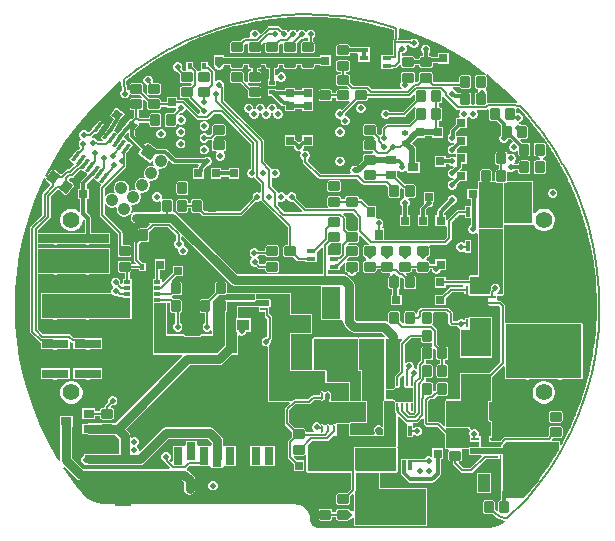
<source format=gbl>
G04*
G04 #@! TF.GenerationSoftware,Altium Limited,Altium Designer,24.4.1 (13)*
G04*
G04 Layer_Physical_Order=4*
G04 Layer_Color=16711680*
%FSLAX44Y44*%
%MOMM*%
G71*
G04*
G04 #@! TF.SameCoordinates,80C5A69E-986F-416B-A988-7B454DC68AB1*
G04*
G04*
G04 #@! TF.FilePolarity,Positive*
G04*
G01*
G75*
%ADD12C,0.2000*%
G04:AMPARAMS|DCode=20|XSize=0.95mm|YSize=0.8mm|CornerRadius=0.1mm|HoleSize=0mm|Usage=FLASHONLY|Rotation=180.000|XOffset=0mm|YOffset=0mm|HoleType=Round|Shape=RoundedRectangle|*
%AMROUNDEDRECTD20*
21,1,0.9500,0.6000,0,0,180.0*
21,1,0.7500,0.8000,0,0,180.0*
1,1,0.2000,-0.3750,0.3000*
1,1,0.2000,0.3750,0.3000*
1,1,0.2000,0.3750,-0.3000*
1,1,0.2000,-0.3750,-0.3000*
%
%ADD20ROUNDEDRECTD20*%
G04:AMPARAMS|DCode=21|XSize=0.95mm|YSize=0.8mm|CornerRadius=0.1mm|HoleSize=0mm|Usage=FLASHONLY|Rotation=90.000|XOffset=0mm|YOffset=0mm|HoleType=Round|Shape=RoundedRectangle|*
%AMROUNDEDRECTD21*
21,1,0.9500,0.6000,0,0,90.0*
21,1,0.7500,0.8000,0,0,90.0*
1,1,0.2000,0.3000,0.3750*
1,1,0.2000,0.3000,-0.3750*
1,1,0.2000,-0.3000,-0.3750*
1,1,0.2000,-0.3000,0.3750*
%
%ADD21ROUNDEDRECTD21*%
%ADD29R,0.6725X0.7154*%
%ADD32R,0.7154X0.6725*%
%ADD55C,0.3000*%
%ADD56C,0.5000*%
%ADD57C,2.0000*%
%ADD58C,1.4000*%
%ADD59P,1.4991X4X98.0*%
%ADD60C,1.0600*%
%ADD61C,0.5000*%
%ADD62C,0.7000*%
%ADD64C,0.2000*%
%ADD65C,0.7500*%
%ADD66R,0.4000X0.4800*%
%ADD67R,0.9000X0.7000*%
%ADD68R,0.7000X0.9000*%
%ADD69R,1.5000X1.0000*%
%ADD70R,1.0000X1.5000*%
%ADD71R,0.5500X0.3500*%
%ADD72R,1.6200X2.4000*%
%ADD73C,1.4220*%
G04:AMPARAMS|DCode=74|XSize=0.24mm|YSize=0.6mm|CornerRadius=0.12mm|HoleSize=0mm|Usage=FLASHONLY|Rotation=0.000|XOffset=0mm|YOffset=0mm|HoleType=Round|Shape=RoundedRectangle|*
%AMROUNDEDRECTD74*
21,1,0.2400,0.3600,0,0,0.0*
21,1,0.0000,0.6000,0,0,0.0*
1,1,0.2400,0.0000,-0.1800*
1,1,0.2400,0.0000,-0.1800*
1,1,0.2400,0.0000,0.1800*
1,1,0.2400,0.0000,0.1800*
%
%ADD74ROUNDEDRECTD74*%
%ADD75R,0.8000X0.4000*%
%ADD76R,0.8000X1.5000*%
%ADD77R,1.3000X1.4000*%
%ADD78R,1.0000X0.9500*%
%ADD79R,1.4000X1.9000*%
G04:AMPARAMS|DCode=80|XSize=0.7154mm|YSize=0.6725mm|CornerRadius=0mm|HoleSize=0mm|Usage=FLASHONLY|Rotation=143.000|XOffset=0mm|YOffset=0mm|HoleType=Round|Shape=Rectangle|*
%AMROTATEDRECTD80*
4,1,4,0.4880,0.0533,0.0833,-0.4838,-0.4880,-0.0533,-0.0833,0.4838,0.4880,0.0533,0.0*
%
%ADD80ROTATEDRECTD80*%

G04:AMPARAMS|DCode=81|XSize=0.95mm|YSize=0.8mm|CornerRadius=0.1mm|HoleSize=0mm|Usage=FLASHONLY|Rotation=53.000|XOffset=0mm|YOffset=0mm|HoleType=Round|Shape=RoundedRectangle|*
%AMROUNDEDRECTD81*
21,1,0.9500,0.6000,0,0,53.0*
21,1,0.7500,0.8000,0,0,53.0*
1,1,0.2000,0.4653,0.1189*
1,1,0.2000,0.0139,-0.4800*
1,1,0.2000,-0.4653,-0.1189*
1,1,0.2000,-0.0139,0.4800*
%
%ADD81ROUNDEDRECTD81*%
G04:AMPARAMS|DCode=82|XSize=0.9779mm|YSize=0.3048mm|CornerRadius=0mm|HoleSize=0mm|Usage=FLASHONLY|Rotation=233.000|XOffset=0mm|YOffset=0mm|HoleType=Round|Shape=Rectangle|*
%AMROTATEDRECTD82*
4,1,4,0.1725,0.4822,0.4160,0.2988,-0.1725,-0.4822,-0.4160,-0.2988,0.1725,0.4822,0.0*
%
%ADD82ROTATEDRECTD82*%

%ADD83R,0.7112X0.2286*%
%ADD84R,1.6000X2.7000*%
%ADD85R,0.8500X0.3000*%
%ADD86R,0.3000X0.8500*%
%ADD87R,0.5000X0.3000*%
%ADD88R,2.2860X1.8545*%
%ADD89R,1.2546X1.4562*%
%ADD90R,1.0000X1.2500*%
G04:AMPARAMS|DCode=91|XSize=0.25mm|YSize=0.6mm|CornerRadius=0.05mm|HoleSize=0mm|Usage=FLASHONLY|Rotation=0.000|XOffset=0mm|YOffset=0mm|HoleType=Round|Shape=RoundedRectangle|*
%AMROUNDEDRECTD91*
21,1,0.2500,0.5000,0,0,0.0*
21,1,0.1500,0.6000,0,0,0.0*
1,1,0.1000,0.0750,-0.2500*
1,1,0.1000,-0.0750,-0.2500*
1,1,0.1000,-0.0750,0.2500*
1,1,0.1000,0.0750,0.2500*
%
%ADD91ROUNDEDRECTD91*%
G04:AMPARAMS|DCode=92|XSize=0.25mm|YSize=0.6mm|CornerRadius=0.05mm|HoleSize=0mm|Usage=FLASHONLY|Rotation=90.000|XOffset=0mm|YOffset=0mm|HoleType=Round|Shape=RoundedRectangle|*
%AMROUNDEDRECTD92*
21,1,0.2500,0.5000,0,0,90.0*
21,1,0.1500,0.6000,0,0,90.0*
1,1,0.1000,0.2500,0.0750*
1,1,0.1000,0.2500,-0.0750*
1,1,0.1000,-0.2500,-0.0750*
1,1,0.1000,-0.2500,0.0750*
%
%ADD92ROUNDEDRECTD92*%
G04:AMPARAMS|DCode=93|XSize=1.7mm|YSize=1.7mm|CornerRadius=0.051mm|HoleSize=0mm|Usage=FLASHONLY|Rotation=90.000|XOffset=0mm|YOffset=0mm|HoleType=Round|Shape=RoundedRectangle|*
%AMROUNDEDRECTD93*
21,1,1.7000,1.5980,0,0,90.0*
21,1,1.5980,1.7000,0,0,90.0*
1,1,0.1020,0.7990,0.7990*
1,1,0.1020,0.7990,-0.7990*
1,1,0.1020,-0.7990,-0.7990*
1,1,0.1020,-0.7990,0.7990*
%
%ADD93ROUNDEDRECTD93*%
%ADD94R,2.7000X1.6000*%
%ADD95R,1.3500X0.9500*%
G04:AMPARAMS|DCode=96|XSize=1.5mm|YSize=0.9mm|CornerRadius=0.0495mm|HoleSize=0mm|Usage=FLASHONLY|Rotation=180.000|XOffset=0mm|YOffset=0mm|HoleType=Round|Shape=RoundedRectangle|*
%AMROUNDEDRECTD96*
21,1,1.5000,0.8010,0,0,180.0*
21,1,1.4010,0.9000,0,0,180.0*
1,1,0.0990,-0.7005,0.4005*
1,1,0.0990,0.7005,0.4005*
1,1,0.0990,0.7005,-0.4005*
1,1,0.0990,-0.7005,-0.4005*
%
%ADD96ROUNDEDRECTD96*%
G04:AMPARAMS|DCode=97|XSize=0.23mm|YSize=0.7mm|CornerRadius=0.0495mm|HoleSize=0mm|Usage=FLASHONLY|Rotation=180.000|XOffset=0mm|YOffset=0mm|HoleType=Round|Shape=RoundedRectangle|*
%AMROUNDEDRECTD97*
21,1,0.2300,0.6011,0,0,180.0*
21,1,0.1311,0.7000,0,0,180.0*
1,1,0.0989,-0.0656,0.3005*
1,1,0.0989,0.0656,0.3005*
1,1,0.0989,0.0656,-0.3005*
1,1,0.0989,-0.0656,-0.3005*
%
%ADD97ROUNDEDRECTD97*%
%ADD98R,0.9500X1.3500*%
%ADD99R,1.3000X0.7000*%
%ADD100R,1.8545X2.2860*%
%ADD101R,0.5000X0.4000*%
%ADD102R,2.2200X0.7400*%
%ADD103R,1.3000X0.8000*%
G36*
X-2696Y245006D02*
X-2696D01*
X8212Y244854D01*
X9484Y244836D01*
X10005Y244790D01*
X10727Y244722D01*
X10750Y244720D01*
X12011Y244725D01*
X22850Y243924D01*
X24118Y243830D01*
X24692Y243745D01*
X25376Y243641D01*
X25376Y243641D01*
X26636Y243568D01*
X29421Y243193D01*
X37406Y242119D01*
X38665Y241950D01*
X39318Y241814D01*
X39911Y241689D01*
X39911Y241689D01*
X41165Y241537D01*
X51427Y239525D01*
X52861Y239244D01*
X52904Y239233D01*
X54096Y238910D01*
D01*
X55340Y238688D01*
X56451Y238406D01*
X56451D01*
X67294Y235598D01*
X68493Y235196D01*
X68501Y235193D01*
X69729Y234888D01*
X72944Y233846D01*
Y229763D01*
X72857Y228550D01*
X72845Y228521D01*
X72699Y227311D01*
X72695Y227288D01*
X71985Y223769D01*
X71985Y223564D01*
X71944Y223363D01*
Y213016D01*
X61984D01*
Y206984D01*
X61984D01*
Y206516D01*
X61984D01*
Y200484D01*
X72016D01*
Y201444D01*
X74142D01*
X74142Y201444D01*
X74929Y201601D01*
X75596Y202047D01*
X77924Y204375D01*
X79194Y203849D01*
Y203500D01*
X79351Y202713D01*
X79797Y202047D01*
X80463Y201601D01*
X81250Y201444D01*
X88750D01*
X89537Y201601D01*
X90204Y202047D01*
X90649Y202713D01*
X90806Y203500D01*
Y203935D01*
X94194D01*
Y203500D01*
X94351Y202713D01*
X94796Y202047D01*
X95463Y201601D01*
X96250Y201444D01*
X103750D01*
X104537Y201601D01*
X105204Y202047D01*
X105649Y202713D01*
X105806Y203500D01*
Y205435D01*
X110622D01*
Y205193D01*
X119378D01*
Y214378D01*
X110622D01*
Y210565D01*
X105463D01*
X105204Y210954D01*
X104537Y211399D01*
X103750Y211556D01*
X102565D01*
Y214408D01*
X103391Y215234D01*
X104000Y216704D01*
Y218296D01*
X103391Y219766D01*
X102266Y220891D01*
X100796Y221500D01*
X99204D01*
X97734Y220891D01*
X96609Y219766D01*
X96000Y218296D01*
Y216704D01*
X96609Y215234D01*
X97435Y214408D01*
Y211556D01*
X96250D01*
X95463Y211399D01*
X94796Y210954D01*
X94351Y210287D01*
X94194Y209500D01*
Y209065D01*
X90806D01*
Y209500D01*
X90649Y210287D01*
X90204Y210954D01*
X89537Y211399D01*
X88750Y211556D01*
X81250D01*
X80826Y211471D01*
X79821Y212050D01*
X79556Y212320D01*
Y214000D01*
X80796D01*
X82266Y214609D01*
X83391Y215734D01*
X84000Y217204D01*
Y218796D01*
X83486Y220038D01*
X84009Y221308D01*
X86164D01*
X86609Y220234D01*
X87734Y219109D01*
X89204Y218500D01*
X90796D01*
X92266Y219109D01*
X93391Y220234D01*
X94000Y221704D01*
Y223296D01*
X93391Y224766D01*
X92266Y225891D01*
X90796Y226500D01*
X89204D01*
X87734Y225891D01*
X87262Y225419D01*
X77514D01*
X76710Y226402D01*
X76894Y227318D01*
X76975Y227719D01*
X77095Y228521D01*
X77056D01*
Y234086D01*
X77095D01*
X77041Y234355D01*
X78142Y235333D01*
X83495Y233599D01*
X97324Y228184D01*
X110805Y221950D01*
X123889Y214921D01*
X136528Y207123D01*
X148679Y198581D01*
X151251Y196532D01*
X150502Y195505D01*
X150287Y195649D01*
X149500Y195805D01*
X143500D01*
X142713Y195649D01*
X142046Y195203D01*
X141601Y194537D01*
X141445Y193750D01*
Y186250D01*
X141601Y185463D01*
X142046Y184797D01*
X142713Y184351D01*
X143500Y184195D01*
X144242D01*
X144768Y182924D01*
X144609Y182766D01*
X144000Y181296D01*
Y180805D01*
X143500D01*
X142713Y180649D01*
X142046Y180203D01*
X141601Y179537D01*
X141445Y178750D01*
Y171250D01*
X140341Y170289D01*
X139659D01*
X138555Y171250D01*
Y178750D01*
X138399Y179537D01*
X137953Y180203D01*
X137287Y180649D01*
X136500Y180805D01*
X130500D01*
X129713Y180649D01*
X129650Y180606D01*
X126500D01*
Y180796D01*
X125891Y182266D01*
X124766Y183391D01*
X123296Y184000D01*
X123401Y185226D01*
X128759D01*
X129046Y184797D01*
X129713Y184351D01*
X130500Y184195D01*
X136500D01*
X137287Y184351D01*
X137953Y184797D01*
X138399Y185463D01*
X138555Y186250D01*
Y193750D01*
X138399Y194537D01*
X137953Y195203D01*
X137287Y195649D01*
X136500Y195805D01*
X130500D01*
X129713Y195649D01*
X129046Y195203D01*
X128601Y194537D01*
X128444Y193750D01*
Y189338D01*
X107070D01*
X105806Y190601D01*
Y196500D01*
X105649Y197287D01*
X105204Y197953D01*
X104537Y198399D01*
X103750Y198556D01*
X96250D01*
X95463Y198399D01*
X94796Y197953D01*
X94351Y197287D01*
X94194Y196500D01*
Y191351D01*
X92830Y189987D01*
X91202Y190041D01*
X90806Y190500D01*
Y196500D01*
X90649Y197287D01*
X90204Y197953D01*
X89537Y198399D01*
X88750Y198556D01*
X81250D01*
X80463Y198399D01*
X79797Y197953D01*
X79351Y197287D01*
X79194Y196500D01*
Y190500D01*
X79302Y189959D01*
X79109Y189766D01*
X78500Y188296D01*
Y186704D01*
X79109Y185234D01*
X79502Y184841D01*
X78976Y183571D01*
X54335D01*
X51937Y185970D01*
X51271Y186415D01*
X50484Y186572D01*
X50484Y186572D01*
X38585D01*
X35805Y189351D01*
Y194500D01*
X35649Y195287D01*
X35203Y195954D01*
X34537Y196399D01*
X33750Y196556D01*
X32055D01*
Y198444D01*
X33750D01*
X34537Y198601D01*
X35203Y199046D01*
X35649Y199713D01*
X35805Y200500D01*
Y206500D01*
X35649Y207287D01*
X35203Y207953D01*
X34537Y208399D01*
X33750Y208556D01*
X26250D01*
X25463Y208399D01*
X24797Y207953D01*
X24351Y207287D01*
X24195Y206500D01*
Y200500D01*
X24351Y199713D01*
X24797Y199046D01*
X25463Y198601D01*
X26250Y198444D01*
X27945D01*
Y196556D01*
X26250D01*
X25463Y196399D01*
X24797Y195954D01*
X24351Y195287D01*
X24195Y194500D01*
Y188500D01*
X24351Y187713D01*
X24797Y187047D01*
X25463Y186601D01*
X26250Y186444D01*
X32899D01*
X34677Y184666D01*
X34051Y183496D01*
X33750Y183556D01*
X26250D01*
X25463Y183399D01*
X24797Y182953D01*
X24351Y182287D01*
X24195Y181500D01*
Y180555D01*
X20805D01*
Y181500D01*
X20649Y182287D01*
X20203Y182953D01*
X19537Y183399D01*
X18750Y183556D01*
X11250D01*
X10463Y183399D01*
X9797Y182953D01*
X9351Y182287D01*
X9194Y181500D01*
Y175500D01*
X9351Y174713D01*
X9797Y174047D01*
X10463Y173601D01*
X11250Y173444D01*
X18750D01*
X19537Y173601D01*
X20203Y174047D01*
X20649Y174713D01*
X20805Y175500D01*
Y176444D01*
X24195D01*
Y175500D01*
X24351Y174713D01*
X24797Y174046D01*
X25463Y173601D01*
X26250Y173444D01*
X33750D01*
X34537Y173601D01*
X34872Y173825D01*
X35682Y172839D01*
X29036Y166193D01*
X28296Y166500D01*
X26704D01*
X25234Y165891D01*
X24109Y164766D01*
X23500Y163296D01*
Y161704D01*
X24109Y160234D01*
X25234Y159109D01*
X26704Y158500D01*
X27529D01*
X28000Y157796D01*
Y156204D01*
X28609Y154734D01*
X29734Y153609D01*
X31204Y153000D01*
X32796D01*
X34266Y153609D01*
X35391Y154734D01*
X36000Y156204D01*
Y157796D01*
X35391Y159266D01*
X34266Y160391D01*
X32796Y161000D01*
X31971D01*
X31500Y161704D01*
Y162843D01*
X42101Y173444D01*
X48750D01*
X49537Y173601D01*
X50203Y174047D01*
X50649Y174713D01*
X50806Y175500D01*
Y176444D01*
X85985D01*
X85985Y176444D01*
X86771Y176601D01*
X87438Y177047D01*
X89771Y179380D01*
X90944Y178894D01*
Y174601D01*
X80648Y164305D01*
X69478D01*
X69391Y164516D01*
X68266Y165641D01*
X66796Y166250D01*
X65204D01*
X63734Y165641D01*
X62609Y164516D01*
X62000Y163046D01*
Y161454D01*
X62609Y159984D01*
X63734Y158859D01*
X65204Y158250D01*
X66796D01*
X68266Y158859D01*
X69391Y159984D01*
X69478Y160194D01*
X81500D01*
X81500Y160194D01*
X82287Y160351D01*
X82953Y160797D01*
X90339Y168182D01*
X91325Y167372D01*
X91101Y167037D01*
X90944Y166250D01*
Y159601D01*
X85899Y154556D01*
X67500D01*
X67500Y154556D01*
X66713Y154399D01*
X66047Y153954D01*
X63547Y151454D01*
X63101Y150787D01*
X62944Y150000D01*
X62944Y150000D01*
Y145978D01*
X62734Y145891D01*
X61609Y144766D01*
X60593Y144564D01*
X58306Y146851D01*
Y152000D01*
X58149Y152787D01*
X57703Y153454D01*
X57037Y153899D01*
X56250Y154056D01*
X48750D01*
X47963Y153899D01*
X47297Y153454D01*
X46851Y152787D01*
X46694Y152000D01*
Y146000D01*
X46851Y145213D01*
X47297Y144546D01*
X47963Y144101D01*
X48750Y143945D01*
X55399D01*
X57177Y142166D01*
X56551Y140996D01*
X56250Y141055D01*
X48750D01*
X47963Y140899D01*
X47297Y140454D01*
X46851Y139787D01*
X46694Y139000D01*
Y133000D01*
X46851Y132213D01*
X47297Y131546D01*
X47963Y131101D01*
X48750Y130944D01*
X54977D01*
X55454Y130325D01*
X54847Y129056D01*
X48750D01*
X47963Y128899D01*
X47297Y128453D01*
X46851Y127787D01*
X46694Y127000D01*
Y124014D01*
X41399Y118718D01*
X40796Y118968D01*
X39204D01*
X37734Y118359D01*
X36609Y117234D01*
X36000Y115764D01*
Y114172D01*
X36364Y113294D01*
X35628Y112023D01*
X10883D01*
X-84Y122991D01*
Y124260D01*
X1030Y125373D01*
X1639Y126843D01*
Y128435D01*
X1030Y129905D01*
X-95Y131030D01*
X-1565Y131639D01*
X-3157D01*
X-3586Y131461D01*
X-4305Y132538D01*
X-4109Y132734D01*
X-3500Y134204D01*
Y135115D01*
X-3042Y135572D01*
X-1862D01*
X-1614Y135622D01*
X4378D01*
Y144807D01*
X-4378D01*
Y140648D01*
X-5087Y140508D01*
X-5919Y139952D01*
X-6870Y139000D01*
X-7872D01*
X-8824Y139952D01*
X-9656Y140508D01*
X-10622Y140700D01*
Y144807D01*
X-19378D01*
Y135622D01*
X-13386D01*
X-13138Y135572D01*
X-11700D01*
X-11500Y135372D01*
Y134204D01*
X-10891Y132734D01*
X-9766Y131609D01*
X-8296Y131000D01*
X-6704D01*
X-6275Y131178D01*
X-5556Y130101D01*
X-5752Y129905D01*
X-6361Y128435D01*
Y126843D01*
X-5752Y125373D01*
X-4627Y124248D01*
X-4195Y124069D01*
Y122139D01*
X-4195Y122139D01*
X-4038Y121353D01*
X-3593Y120686D01*
X8579Y108515D01*
X8579Y108515D01*
X9245Y108069D01*
X10032Y107913D01*
X41665D01*
X46047Y103531D01*
X46047Y103531D01*
X46714Y103085D01*
X47501Y102928D01*
X65915D01*
X68444Y100399D01*
Y93750D01*
X68601Y92963D01*
X69047Y92296D01*
X69713Y91851D01*
X70500Y91694D01*
X76500D01*
X77287Y91851D01*
X77953Y92296D01*
X78399Y92963D01*
X78555Y93750D01*
Y99378D01*
X79270Y99674D01*
X79826Y99777D01*
X80463Y99351D01*
X81250Y99194D01*
X81445Y97959D01*
Y93750D01*
X81601Y92963D01*
X81730Y92770D01*
X81724Y92464D01*
X81380Y91448D01*
X81284Y91326D01*
X80234Y90891D01*
X79109Y89766D01*
X78500Y88296D01*
Y86704D01*
X79109Y85234D01*
X79935Y84409D01*
Y76878D01*
X78122D01*
Y67693D01*
X86878D01*
Y76878D01*
X85065D01*
Y84409D01*
X85891Y85234D01*
X86500Y86704D01*
Y88296D01*
X85891Y89766D01*
X85232Y90424D01*
X85758Y91694D01*
X89500D01*
X90287Y91851D01*
X90953Y92296D01*
X91399Y92963D01*
X91556Y93750D01*
Y101250D01*
X91399Y102037D01*
X90953Y102704D01*
X90287Y103149D01*
X89500Y103306D01*
X83500D01*
X83500Y103306D01*
X83500Y103306D01*
X82101D01*
X76016Y109391D01*
Y114031D01*
X77286Y114557D01*
X77734Y114109D01*
X79204Y113500D01*
X80796D01*
X82266Y114109D01*
X82714Y114557D01*
X83984Y114031D01*
Y112984D01*
X95016D01*
Y122016D01*
X91585D01*
Y133000D01*
X91312Y134372D01*
X90535Y135535D01*
X88306Y137764D01*
X91051Y140509D01*
X91249Y140805D01*
X93137Y142693D01*
X99378D01*
Y143701D01*
X105622D01*
Y142693D01*
X114378D01*
Y151878D01*
X111055D01*
Y156694D01*
X112000D01*
X112787Y156851D01*
X113453Y157296D01*
X113899Y157963D01*
X114056Y158750D01*
Y166250D01*
X113899Y167037D01*
X113453Y167703D01*
X112787Y168149D01*
X112000Y168305D01*
X111055D01*
Y171695D01*
X112000D01*
X112787Y171851D01*
X113453Y172297D01*
X113899Y172963D01*
X114056Y173750D01*
Y176841D01*
X115325Y177226D01*
X115386Y177136D01*
X125742Y166781D01*
X125742Y166780D01*
X126408Y166335D01*
X127195Y166178D01*
X128726D01*
X129252Y164909D01*
X129109Y164766D01*
X128500Y163296D01*
Y161704D01*
X128937Y160648D01*
X128305Y159378D01*
X125622D01*
Y154249D01*
X121069Y149697D01*
X120513Y148864D01*
X120317Y147883D01*
Y145926D01*
X120234Y145891D01*
X119109Y144766D01*
X118500Y143296D01*
Y141704D01*
X119109Y140234D01*
X120234Y139109D01*
X121704Y138500D01*
X123076D01*
X123504Y137893D01*
X123658Y137444D01*
X122864Y136500D01*
X121704D01*
X120234Y135891D01*
X119109Y134766D01*
X118500Y133296D01*
Y131704D01*
X119109Y130234D01*
X120234Y129109D01*
X121704Y128500D01*
X123296D01*
X124352Y128937D01*
X125426Y128403D01*
X125622Y128193D01*
Y126694D01*
X124352Y126063D01*
X123296Y126500D01*
X121704D01*
X120234Y125891D01*
X119409Y125065D01*
X116878D01*
Y126878D01*
X107693D01*
Y118122D01*
X116878D01*
Y119935D01*
X119409D01*
X120234Y119109D01*
X121704Y118500D01*
X123076D01*
X123504Y117893D01*
X123658Y117444D01*
X122864Y116500D01*
X121704D01*
X120234Y115891D01*
X119109Y114766D01*
X118500Y113296D01*
Y111704D01*
X119109Y110234D01*
X120234Y109109D01*
X121704Y108500D01*
X123076D01*
X123504Y107893D01*
X123658Y107444D01*
X122864Y106500D01*
X121704D01*
X120234Y105891D01*
X119109Y104766D01*
X118500Y103296D01*
Y101704D01*
X119109Y100234D01*
X120234Y99109D01*
X121704Y98500D01*
X123296D01*
X124766Y99109D01*
X125891Y100234D01*
X126500Y101704D01*
Y102872D01*
X129249Y105622D01*
X134807D01*
Y114378D01*
X129666D01*
X129180Y115552D01*
X129952Y116324D01*
X130508Y117156D01*
X130703Y118138D01*
Y120622D01*
X134807D01*
Y129378D01*
X126807D01*
X126597Y129574D01*
X126063Y130648D01*
X126500Y131704D01*
Y132872D01*
X129249Y135622D01*
X134807D01*
Y144378D01*
X126052D01*
X125891Y144766D01*
X125448Y145209D01*
Y146820D01*
X129249Y150622D01*
X134807D01*
Y159150D01*
X135427Y159770D01*
X136250Y160093D01*
X137073Y159770D01*
X137734Y159109D01*
X139204Y158500D01*
X140796D01*
X142266Y159109D01*
X143391Y160234D01*
X144000Y161704D01*
Y163296D01*
X143391Y164766D01*
X143248Y164909D01*
X143774Y166178D01*
X150749D01*
X150749Y166178D01*
X151536Y166335D01*
X152203Y166780D01*
X152268Y166846D01*
X153393Y166276D01*
X153444Y166226D01*
Y158750D01*
X153601Y157963D01*
X154047Y157296D01*
X154713Y156851D01*
X155500Y156694D01*
X159928D01*
X163796Y152826D01*
Y152328D01*
X163601Y152037D01*
X163444Y151250D01*
Y145101D01*
X162609Y144266D01*
X162000Y142796D01*
Y141204D01*
X162609Y139734D01*
X163734Y138609D01*
X165204Y138000D01*
X166796D01*
X168266Y138609D01*
X169391Y139734D01*
X170000Y141204D01*
X171000Y141685D01*
X171437D01*
X173449Y139673D01*
X173075Y138251D01*
X172206Y137891D01*
X171081Y136766D01*
X170472Y135296D01*
Y133704D01*
X171081Y132234D01*
X172206Y131109D01*
X173676Y130500D01*
X175268D01*
X176738Y131109D01*
X177174Y131546D01*
X178444Y131020D01*
Y128750D01*
X178601Y127963D01*
X179047Y127296D01*
X179713Y126851D01*
X180500Y126694D01*
X186500D01*
X187287Y126851D01*
X187953Y127296D01*
X188399Y127963D01*
X188556Y128750D01*
Y136250D01*
X188399Y137037D01*
X187953Y137704D01*
X187287Y138149D01*
X186500Y138306D01*
X182072D01*
X179857Y140521D01*
X180343Y141694D01*
X184500D01*
X185287Y141851D01*
X185954Y142296D01*
X186399Y142963D01*
X186556Y143750D01*
Y151250D01*
X186399Y152037D01*
X185954Y152704D01*
X185287Y153149D01*
X184500Y153306D01*
X180851D01*
X180266Y153891D01*
X179214Y154327D01*
Y155673D01*
X180266Y156109D01*
X181391Y157234D01*
X182000Y158704D01*
Y160296D01*
X181391Y161766D01*
X180266Y162891D01*
X178796Y163500D01*
X177204D01*
X176556Y163934D01*
Y166250D01*
X176496Y166548D01*
X177223Y167576D01*
X177458Y167729D01*
X177498Y167725D01*
X178650Y167518D01*
X179347Y166838D01*
X179487Y166697D01*
X180388Y165815D01*
X183874Y161829D01*
X188380Y156677D01*
X189140Y155668D01*
X189143Y155659D01*
X189989Y154722D01*
X190768Y153716D01*
X197418Y145124D01*
X198118Y144071D01*
X198122Y144063D01*
X198908Y143074D01*
X205748Y133050D01*
X206386Y131958D01*
X206390Y131950D01*
X207114Y130914D01*
X210910Y124565D01*
X213342Y120499D01*
X213760Y119674D01*
X213917Y119363D01*
X213917Y119363D01*
X214578Y118284D01*
X220170Y107516D01*
X220637Y106442D01*
X220677Y106349D01*
X220678Y106348D01*
X221272Y105231D01*
X226210Y94148D01*
X226644Y92959D01*
X226647Y92951D01*
X227172Y91800D01*
X231439Y80442D01*
X231800Y79229D01*
X231803Y79221D01*
X232259Y78041D01*
X235146Y68687D01*
X235147Y68687D01*
X235838Y66447D01*
X236125Y65216D01*
X236125Y65215D01*
X236238Y64864D01*
X236513Y64002D01*
X239392Y52214D01*
X239603Y50968D01*
X239603Y50968D01*
X239733Y50462D01*
X239919Y49734D01*
X242092Y37769D01*
X242221Y36538D01*
X242361Y35825D01*
X242466Y35284D01*
X243916Y23237D01*
X243971Y21977D01*
X243974Y21953D01*
X244075Y21223D01*
X244122Y20870D01*
X244138Y19925D01*
X244138Y19924D01*
Y19924D01*
X244191Y19814D01*
Y19814D01*
X244197Y19802D01*
X244219Y19447D01*
X244264Y18686D01*
X244505Y14670D01*
X244869Y8597D01*
X244845Y7337D01*
X244849Y7328D01*
X244945Y6070D01*
Y-5029D01*
X244848Y-6282D01*
X244845Y-6290D01*
X244880Y-7545D01*
X244364Y-17592D01*
X244282Y-18236D01*
X244203Y-18845D01*
X244203Y-18845D01*
X244170Y-20102D01*
X243136Y-30135D01*
X242917Y-31350D01*
X242917Y-31350D01*
X242817Y-32605D01*
X241924Y-38358D01*
X241471Y-41278D01*
X241275Y-42539D01*
X241119Y-43217D01*
X240991Y-43773D01*
X240991Y-43773D01*
X240824Y-45022D01*
X239035Y-53613D01*
X238775Y-54862D01*
X238558Y-55628D01*
X238429Y-56081D01*
X238429Y-56081D01*
X238197Y-57320D01*
X235645Y-67041D01*
X235338Y-67947D01*
X235238Y-68242D01*
X235238Y-68242D01*
X234941Y-69467D01*
X232330Y-77674D01*
X231895Y-79044D01*
X231430Y-80216D01*
X231428Y-80222D01*
X231068Y-81430D01*
X227534Y-90838D01*
X227010Y-91985D01*
X227007Y-91991D01*
X226585Y-93179D01*
X223082Y-101224D01*
X222573Y-102393D01*
X221991Y-103511D01*
X221503Y-104687D01*
X217026Y-113679D01*
X216386Y-114765D01*
X216383Y-114772D01*
X215842Y-115910D01*
X214870Y-117636D01*
X213600Y-117302D01*
Y-115000D01*
X213278Y-114222D01*
X212500Y-113900D01*
X207166D01*
X206680Y-112727D01*
X207703Y-111704D01*
X207802Y-111556D01*
X213750D01*
X214537Y-111399D01*
X215203Y-110954D01*
X215649Y-110287D01*
X215805Y-109500D01*
Y-103500D01*
X215649Y-102713D01*
X215203Y-102047D01*
X214537Y-101601D01*
X213750Y-101445D01*
X206250D01*
X205463Y-101601D01*
X204797Y-102047D01*
X204351Y-102713D01*
X204195Y-103500D01*
Y-109399D01*
X203149Y-110444D01*
X167500D01*
X167500Y-110444D01*
X166713Y-110601D01*
X166047Y-111046D01*
X166047Y-111047D01*
X163193Y-113900D01*
X155786D01*
X155778Y-113879D01*
X155000Y-113557D01*
X154529D01*
Y-111439D01*
X155000D01*
X155778Y-111117D01*
X156100Y-110339D01*
Y-98297D01*
X155778Y-97519D01*
X155000Y-97197D01*
X154443D01*
X154246Y-96722D01*
X153600Y-96455D01*
Y-81100D01*
X155000D01*
X155778Y-80778D01*
X156100Y-80000D01*
Y-60387D01*
X165880Y-50607D01*
X167150Y-51133D01*
Y-60850D01*
X167472Y-61628D01*
X168250Y-61950D01*
X184872D01*
X185355Y-62150D01*
X187345D01*
X187828Y-61950D01*
X212172D01*
X212656Y-62150D01*
X214645D01*
X215128Y-61950D01*
X231750D01*
X232528Y-61628D01*
X232850Y-60850D01*
Y-15350D01*
X232528Y-14572D01*
X231750Y-14250D01*
X215128D01*
X214645Y-14050D01*
X212656D01*
X212172Y-14250D01*
X187828D01*
X187345Y-14050D01*
X185355D01*
X184872Y-14250D01*
X168326D01*
X168250Y-14250D01*
X167055Y-13370D01*
Y-0D01*
X167055Y0D01*
X166899Y787D01*
X166453Y1453D01*
X163953Y3954D01*
X163287Y4399D01*
X162500Y4555D01*
X162500Y4555D01*
X160785D01*
X160258Y5825D01*
X160641Y6750D01*
Y7727D01*
X160668Y8266D01*
X161746Y8900D01*
X165000D01*
X165778Y9222D01*
X166100Y10000D01*
Y65000D01*
X165872Y65550D01*
X166100Y66100D01*
Y68900D01*
X190000D01*
X190778Y69222D01*
X191678Y68464D01*
X192398Y67217D01*
X194167Y65448D01*
X196333Y64197D01*
X198749Y63550D01*
X201251D01*
X203667Y64197D01*
X205833Y65448D01*
X207602Y67217D01*
X208853Y69383D01*
X209500Y71799D01*
Y74301D01*
X208853Y76717D01*
X207602Y78883D01*
X205833Y80652D01*
X203667Y81903D01*
X201251Y82550D01*
X198749D01*
X196333Y81903D01*
X194167Y80652D01*
X192398Y78883D01*
X192370Y78834D01*
X191100Y79174D01*
Y105000D01*
X190778Y105778D01*
X190000Y106100D01*
X169179D01*
X169056Y106250D01*
Y113471D01*
X169795Y113944D01*
X170286Y114073D01*
X171694Y113490D01*
X173285D01*
X174755Y114099D01*
X175586Y114930D01*
X178444D01*
Y113750D01*
X178601Y112963D01*
X179047Y112296D01*
X179713Y111851D01*
X180500Y111694D01*
X186500D01*
X187287Y111851D01*
X187953Y112296D01*
X188399Y112963D01*
X188556Y113750D01*
Y121250D01*
X188399Y122037D01*
X187953Y122704D01*
X187287Y123149D01*
X186500Y123306D01*
X180500D01*
X179713Y123149D01*
X179047Y122704D01*
X178601Y122037D01*
X178444Y121250D01*
Y120060D01*
X175576D01*
X175215Y120421D01*
X174901Y121251D01*
X175220Y122063D01*
X175891Y122734D01*
X176500Y124204D01*
Y125796D01*
X175891Y127266D01*
X174766Y128391D01*
X173296Y129000D01*
X171704D01*
X170234Y128391D01*
X169818Y128518D01*
X169013Y128966D01*
X168899Y129537D01*
X168453Y130204D01*
X167787Y130649D01*
X167000Y130806D01*
X161000D01*
X160213Y130649D01*
X159546Y130204D01*
X159101Y129537D01*
X158945Y128750D01*
Y121250D01*
X159101Y120463D01*
X159546Y119796D01*
X160213Y119351D01*
X161000Y119194D01*
X161945D01*
Y115806D01*
X161000D01*
X160213Y115649D01*
X159546Y115204D01*
X159101Y114537D01*
X158945Y113750D01*
Y106250D01*
X158821Y106100D01*
X156179D01*
X156055Y106250D01*
Y113750D01*
X155899Y114537D01*
X155454Y115204D01*
X154787Y115649D01*
X154000Y115806D01*
X148000D01*
X147213Y115649D01*
X146546Y115204D01*
X146101Y114537D01*
X145944Y113750D01*
Y106250D01*
X145821Y106100D01*
X145000D01*
X144222Y105778D01*
X143900Y105000D01*
Y99378D01*
X135193D01*
Y90622D01*
X138455D01*
Y84766D01*
X133504D01*
Y81556D01*
X127419D01*
X126632Y81399D01*
X125965Y80954D01*
X118546Y73534D01*
X118148Y72939D01*
X118055Y72924D01*
X116878Y73517D01*
Y76878D01*
X115065D01*
Y78937D01*
X122128Y86000D01*
X123296D01*
X124766Y86609D01*
X125891Y87734D01*
X126500Y89204D01*
Y90796D01*
X125891Y92266D01*
X124766Y93391D01*
X123296Y94000D01*
X121704D01*
X120234Y93391D01*
X119109Y92266D01*
X118500Y90796D01*
Y89628D01*
X110686Y81814D01*
X110130Y80982D01*
X109935Y80000D01*
Y76878D01*
X108122D01*
Y67693D01*
X116674D01*
X116878Y67693D01*
X117944Y67201D01*
Y58351D01*
X115633Y56040D01*
X64516D01*
Y66016D01*
X63469D01*
X62943Y67286D01*
X63391Y67734D01*
X64000Y69204D01*
Y70796D01*
X63391Y72266D01*
X62266Y73391D01*
X60796Y74000D01*
X59286D01*
X59204Y74000D01*
X58016Y74882D01*
Y85016D01*
X51891D01*
X46954Y89953D01*
X46287Y90399D01*
X45500Y90555D01*
X45500Y90555D01*
X43306D01*
Y91500D01*
X43149Y92287D01*
X42703Y92953D01*
X42037Y93399D01*
X41250Y93555D01*
X33750D01*
X32963Y93399D01*
X32297Y92953D01*
X31851Y92287D01*
X31695Y91500D01*
Y90555D01*
X28305D01*
Y91500D01*
X28149Y92287D01*
X27703Y92954D01*
X27037Y93399D01*
X26250Y93555D01*
X18750D01*
X17963Y93399D01*
X17297Y92954D01*
X16851Y92287D01*
X16695Y91500D01*
Y85500D01*
X16851Y84713D01*
X17110Y84326D01*
X16771Y83351D01*
X16548Y83055D01*
X-1290D01*
X-9728Y91494D01*
X-9641Y91704D01*
Y93296D01*
X-10250Y94766D01*
X-11375Y95891D01*
X-12845Y96500D01*
X-14437D01*
X-15907Y95891D01*
X-17032Y94766D01*
X-17383Y93918D01*
X-18758D01*
X-19109Y94766D01*
X-20234Y95891D01*
X-21704Y96500D01*
X-23296D01*
X-24268Y96097D01*
X-25269Y96240D01*
X-25827Y96625D01*
X-26047Y96953D01*
X-26047Y96954D01*
X-30445Y101351D01*
Y108128D01*
X-29174Y108864D01*
X-28296Y108500D01*
X-26704D01*
X-25234Y109109D01*
X-24109Y110234D01*
X-23500Y111704D01*
Y113296D01*
X-24109Y114766D01*
X-25234Y115891D01*
X-26704Y116500D01*
X-28296D01*
X-29268Y116097D01*
X-30269Y116240D01*
X-30827Y116625D01*
X-31047Y116953D01*
X-31047Y116953D01*
X-36944Y122851D01*
Y139710D01*
X-37101Y140497D01*
X-37547Y141164D01*
X-37547Y141164D01*
X-70444Y174062D01*
Y184828D01*
X-70444Y184828D01*
X-70601Y185615D01*
X-71047Y186282D01*
X-71137Y186373D01*
X-71000Y186704D01*
Y188296D01*
X-71609Y189766D01*
X-72734Y190891D01*
X-74204Y191500D01*
X-75796D01*
X-77266Y190891D01*
X-77408Y190748D01*
X-78678Y191274D01*
Y198249D01*
X-78835Y199036D01*
X-79281Y199703D01*
X-79281Y199703D01*
X-83031Y203454D01*
X-83698Y203899D01*
X-84484Y204055D01*
Y206816D01*
X-90516D01*
Y199984D01*
X-91311Y199043D01*
X-92037Y198899D01*
X-92409Y198651D01*
X-92773Y198675D01*
X-93351Y198883D01*
X-93762Y199155D01*
X-93835Y199521D01*
X-94281Y200187D01*
X-94281Y200187D01*
X-96984Y202891D01*
Y206816D01*
X-103016D01*
Y200319D01*
X-104025Y199354D01*
X-104971Y199378D01*
X-106380Y200787D01*
X-106000Y201704D01*
Y203296D01*
X-106609Y204766D01*
X-107734Y205891D01*
X-109204Y206500D01*
X-110796D01*
X-112266Y205891D01*
X-113391Y204766D01*
X-114000Y203296D01*
Y201704D01*
X-113391Y200234D01*
X-112266Y199109D01*
X-110796Y198500D01*
X-109907D01*
X-108306Y196899D01*
Y191000D01*
X-108149Y190213D01*
X-107704Y189547D01*
X-107037Y189101D01*
X-106250Y188944D01*
X-98750D01*
X-97789Y187868D01*
X-99601Y186056D01*
X-106250D01*
X-107037Y185899D01*
X-107704Y185453D01*
X-108149Y184787D01*
X-108306Y184000D01*
Y178000D01*
X-108149Y177213D01*
X-107704Y176547D01*
X-107037Y176101D01*
X-106250Y175944D01*
X-100782D01*
X-100696Y175510D01*
X-100250Y174843D01*
X-91413Y166006D01*
X-91500Y165796D01*
Y164204D01*
X-92378Y163005D01*
X-92823Y162947D01*
X-103830Y173953D01*
X-104497Y174399D01*
X-105283Y174555D01*
X-105283Y174555D01*
X-110622D01*
Y177307D01*
X-119378D01*
Y173055D01*
X-124194D01*
Y174000D01*
X-124351Y174787D01*
X-124796Y175453D01*
X-125463Y175899D01*
X-126250Y176056D01*
X-133000D01*
X-133000Y176056D01*
X-133000Y176056D01*
X-133399D01*
X-135682Y178339D01*
X-135548Y178501D01*
X-134537Y179101D01*
X-134512Y179096D01*
X-133750Y178944D01*
X-126250D01*
X-125463Y179101D01*
X-124796Y179547D01*
X-124351Y180213D01*
X-124194Y181000D01*
Y187000D01*
X-124351Y187787D01*
X-124796Y188453D01*
X-125463Y188899D01*
X-126250Y189056D01*
X-130436D01*
X-131142Y190112D01*
X-131000Y190454D01*
Y192046D01*
X-131609Y193516D01*
X-132734Y194641D01*
X-134204Y195250D01*
X-135796D01*
X-137266Y194641D01*
X-138391Y193516D01*
X-139000Y192046D01*
Y190454D01*
X-138391Y188984D01*
X-137266Y187859D01*
X-135806Y187254D01*
Y187000D01*
X-135806Y187000D01*
X-135806Y187000D01*
Y181000D01*
X-135654Y180238D01*
X-135649Y180213D01*
X-136249Y179202D01*
X-136411Y179068D01*
X-139194Y181851D01*
Y187000D01*
X-139351Y187787D01*
X-139796Y188453D01*
X-140463Y188899D01*
X-141250Y189056D01*
X-148750D01*
X-149537Y188899D01*
X-150204Y188453D01*
X-150649Y187787D01*
X-150806Y187000D01*
Y183258D01*
X-152076Y182732D01*
X-152734Y183391D01*
X-153164Y183569D01*
X-153582Y190264D01*
X-153016Y191292D01*
X-153008Y191296D01*
X-152059Y192127D01*
X-150156Y193558D01*
X-150156Y193558D01*
X-143887Y198271D01*
X-127268Y209351D01*
X-118611Y214365D01*
X-117491Y215013D01*
X-116723Y215389D01*
X-116369Y215561D01*
X-115276Y216208D01*
X-103382Y222177D01*
X-103269Y222136D01*
X-103269D01*
X-103261Y222139D01*
X-102137Y222717D01*
X-90985Y227500D01*
X-89791Y227917D01*
X-89783Y227921D01*
X-88625Y228430D01*
X-78402Y232108D01*
X-77207Y232538D01*
X-75990Y232882D01*
X-75990Y232882D01*
X-75789Y232957D01*
X-74796Y233324D01*
X-70878Y234474D01*
X-63130Y236748D01*
X-61917Y237011D01*
X-61410Y237166D01*
X-60697Y237383D01*
X-48871Y240096D01*
X-47623Y240289D01*
X-47598Y240296D01*
X-47097Y240418D01*
X-46384Y240589D01*
X-43913Y241002D01*
X-34407Y242592D01*
X-33157Y242706D01*
X-33149Y242710D01*
X-33073Y242810D01*
X-19834Y244216D01*
X-18573Y244253D01*
X-18573Y244253D01*
X-17858Y244342D01*
X-17311Y244408D01*
X-4020Y245018D01*
X-3923Y244925D01*
X-3923Y244925D01*
X-3923Y244925D01*
X-3921Y244924D01*
X-3914Y244927D01*
X-3914Y244927D01*
X-3822Y245022D01*
X-2696Y245006D01*
D02*
G37*
G36*
X-157680Y189916D02*
X-157271Y183386D01*
X-158391Y182266D01*
X-159000Y180796D01*
Y179204D01*
X-158391Y177734D01*
X-157266Y176609D01*
X-155796Y176000D01*
X-154204D01*
X-152734Y176609D01*
X-151609Y177734D01*
X-151174Y178784D01*
X-151052Y178880D01*
X-150036Y179224D01*
X-149730Y179230D01*
X-149537Y179101D01*
X-148750Y178944D01*
X-142101D01*
X-140323Y177166D01*
X-140948Y175996D01*
X-141250Y176056D01*
X-148750D01*
X-149537Y175899D01*
X-150204Y175453D01*
X-150649Y174787D01*
X-150806Y174000D01*
Y168000D01*
X-150649Y167213D01*
X-150204Y166546D01*
X-149537Y166101D01*
X-148750Y165944D01*
X-147056D01*
Y160402D01*
X-148978Y158480D01*
X-149855Y159141D01*
X-153420Y154410D01*
X-153563Y154295D01*
X-153596Y154236D01*
X-153646Y154192D01*
X-160190Y145555D01*
X-164125Y148521D01*
X-164125Y148521D01*
X-164296Y148650D01*
X-158462Y158028D01*
X-158413Y158158D01*
X-154875Y162853D01*
X-162211Y168381D01*
X-167481Y161387D01*
X-164032Y158788D01*
X-169810Y149499D01*
X-171768Y146862D01*
X-171821Y146750D01*
X-175290Y142146D01*
X-173524Y140814D01*
X-173913Y139667D01*
X-174619Y139612D01*
X-175091Y139646D01*
X-175112Y139655D01*
X-176351Y139729D01*
X-177929Y139950D01*
X-178221Y140654D01*
X-179346Y141779D01*
X-180816Y142388D01*
X-181875D01*
X-182258Y143190D01*
X-182316Y143659D01*
X-180160Y145815D01*
X-179222Y145108D01*
X-172114Y154541D01*
X-176171Y157598D01*
X-182225Y149563D01*
X-184733Y147056D01*
X-185969D01*
X-187091Y148178D01*
X-188561Y148786D01*
X-190152D01*
X-191622Y148178D01*
X-192748Y147052D01*
X-193357Y145582D01*
Y143991D01*
X-192748Y142521D01*
X-192426Y142199D01*
X-192266Y140891D01*
X-193391Y139766D01*
X-194000Y138296D01*
Y136704D01*
X-193391Y135234D01*
X-193133Y134976D01*
X-193133Y133411D01*
X-194088Y132457D01*
X-194743Y132951D01*
X-201851Y123518D01*
X-198393Y120912D01*
X-198164Y119345D01*
X-201701Y115808D01*
X-203381D01*
X-204167Y115651D01*
X-204834Y115205D01*
X-204834Y115205D01*
X-207928Y112111D01*
X-209301Y111743D01*
X-214093Y115354D01*
X-214816Y115702D01*
X-215616Y115748D01*
X-216374Y115483D01*
X-216972Y114949D01*
X-221082Y109494D01*
X-222173Y110157D01*
X-220384Y113889D01*
X-213174Y126873D01*
X-205199Y139403D01*
X-196489Y151433D01*
X-187075Y162920D01*
X-176990Y173823D01*
X-166271Y184103D01*
X-158849Y190413D01*
X-157680Y189916D01*
D02*
G37*
G36*
X160296Y189328D02*
X171339Y179396D01*
X177547Y173100D01*
X177001Y171954D01*
X175429Y172108D01*
Y172055D01*
X152515D01*
X152515Y172055D01*
X151564Y173123D01*
X151556Y173160D01*
Y178631D01*
X152000Y179704D01*
Y181296D01*
X151391Y182766D01*
X150884Y183273D01*
X150953Y184797D01*
X151399Y185463D01*
X151556Y186250D01*
Y187631D01*
X152000Y188704D01*
Y190296D01*
X151556Y191369D01*
Y193750D01*
X151399Y194537D01*
X150953Y195203D01*
X151734Y196148D01*
X160296Y189328D01*
D02*
G37*
G36*
X-135806Y172649D02*
Y168000D01*
X-135649Y167213D01*
X-135204Y166546D01*
X-134537Y166101D01*
X-133750Y165944D01*
X-126250D01*
X-125463Y166101D01*
X-124796Y166546D01*
X-124351Y167213D01*
X-124194Y168000D01*
Y168944D01*
X-119378D01*
Y168122D01*
X-111469D01*
Y166704D01*
X-111171Y165986D01*
X-113851Y163305D01*
X-119000D01*
X-119787Y163149D01*
X-120454Y162703D01*
X-120899Y162037D01*
X-121055Y161250D01*
Y153750D01*
X-120899Y152963D01*
X-120454Y152296D01*
X-119787Y151851D01*
X-119000Y151694D01*
X-113000D01*
X-112213Y151851D01*
X-111546Y152296D01*
X-111101Y152963D01*
X-110944Y153750D01*
Y153902D01*
X-109675Y154428D01*
X-109356Y154109D01*
X-107885Y153500D01*
X-106294D01*
X-104824Y154109D01*
X-103699Y155234D01*
X-103090Y156704D01*
Y158296D01*
X-103699Y159766D01*
X-104824Y160891D01*
X-106294Y161500D01*
X-107885D01*
X-108161Y161386D01*
X-108881Y162462D01*
X-107843Y163500D01*
X-106673D01*
X-105203Y164109D01*
X-104078Y165234D01*
X-103680Y166194D01*
X-102296Y166605D01*
X-94237Y158546D01*
X-93570Y158101D01*
X-92783Y157944D01*
X-92783Y157944D01*
X-85000D01*
X-85000Y157944D01*
X-84213Y158101D01*
X-83546Y158546D01*
X-79149Y162945D01*
X-73671D01*
X-48056Y137329D01*
Y116500D01*
X-48296D01*
X-49766Y115891D01*
X-50891Y114766D01*
X-51500Y113296D01*
Y111704D01*
X-50891Y110234D01*
X-49766Y109109D01*
X-48296Y108500D01*
X-46704D01*
X-45732Y108903D01*
X-45214Y108879D01*
X-44773Y108790D01*
X-44173Y108375D01*
X-43953Y108047D01*
X-39555Y103649D01*
Y96872D01*
X-40826Y96136D01*
X-41704Y96500D01*
X-43296D01*
X-44766Y95891D01*
X-45891Y94766D01*
X-46500Y93296D01*
Y91704D01*
X-46413Y91494D01*
X-57617Y80289D01*
X-87133D01*
X-88945Y82101D01*
Y88750D01*
X-89101Y89537D01*
X-89546Y90204D01*
X-90213Y90649D01*
X-91000Y90806D01*
X-97000D01*
X-97787Y90649D01*
X-98453Y90204D01*
X-98899Y89537D01*
X-99056Y88750D01*
Y87056D01*
X-100944D01*
Y88750D01*
X-101101Y89537D01*
X-101546Y90204D01*
X-102213Y90649D01*
X-103000Y90806D01*
X-109000D01*
X-109787Y90649D01*
X-110453Y90204D01*
X-110899Y89537D01*
X-111055Y88750D01*
Y81250D01*
X-110899Y80463D01*
X-110453Y79797D01*
X-109787Y79351D01*
X-109000Y79194D01*
X-103000D01*
X-102213Y79351D01*
X-101546Y79797D01*
X-101101Y80463D01*
X-100944Y81250D01*
Y82944D01*
X-99056D01*
Y81250D01*
X-98899Y80463D01*
X-98453Y79797D01*
X-97787Y79351D01*
X-97000Y79194D01*
X-91851D01*
X-89437Y76781D01*
X-88771Y76335D01*
X-87984Y76178D01*
X-87984Y76178D01*
X-56766D01*
X-56766Y76178D01*
X-55979Y76335D01*
X-55312Y76781D01*
X-43506Y88587D01*
X-43296Y88500D01*
X-41704D01*
X-40508Y88996D01*
X-40232Y89108D01*
X-38953Y88781D01*
X-17055Y66883D01*
Y51556D01*
X-18750D01*
X-19537Y51399D01*
X-20203Y50953D01*
X-20649Y50287D01*
X-20805Y49500D01*
Y43500D01*
X-20649Y42713D01*
X-20203Y42047D01*
X-19537Y41601D01*
X-18750Y41445D01*
X-12101D01*
X-9204Y38547D01*
X-9204Y38547D01*
X-8537Y38101D01*
X-7750Y37945D01*
X-7750Y37945D01*
X-2016D01*
Y36984D01*
X8016D01*
Y43016D01*
X8016D01*
Y43484D01*
X8016D01*
Y46124D01*
X11771Y49879D01*
X12945Y49393D01*
Y26859D01*
X-59833D01*
X-111410Y78436D01*
X-112986Y79489D01*
X-113761Y79644D01*
X-114101Y80463D01*
X-113945Y81250D01*
Y88750D01*
X-114101Y89537D01*
X-114546Y90204D01*
X-115213Y90649D01*
X-116000Y90806D01*
X-122000D01*
X-122542Y90698D01*
X-123170Y91211D01*
X-123503Y91698D01*
X-123500Y91704D01*
Y93296D01*
X-124109Y94766D01*
X-125234Y95891D01*
X-126704Y96500D01*
X-128296D01*
X-129766Y95891D01*
X-130891Y94766D01*
X-131500Y93296D01*
Y91704D01*
X-130891Y90234D01*
X-129766Y89109D01*
X-128296Y88500D01*
X-126704D01*
X-125234Y89109D01*
X-124778Y88970D01*
X-124056Y88492D01*
Y81250D01*
X-124031Y81129D01*
X-124907Y79859D01*
X-145000D01*
X-146860Y79489D01*
X-148436Y78436D01*
X-149393Y79208D01*
X-149343Y79274D01*
X-148714Y81706D01*
X-149064Y84195D01*
X-149473Y84889D01*
X-148645Y85986D01*
X-147865Y85785D01*
X-145377Y86135D01*
X-143212Y87410D01*
X-141700Y89417D01*
X-141071Y91849D01*
X-141421Y94337D01*
X-141830Y95031D01*
X-141002Y96129D01*
X-140223Y95928D01*
X-137734Y96277D01*
X-135569Y97553D01*
X-134057Y99559D01*
X-133428Y101992D01*
X-133778Y104480D01*
X-134186Y105174D01*
X-133359Y106272D01*
X-132579Y106070D01*
X-130091Y106420D01*
X-127926Y107695D01*
X-126414Y109702D01*
X-125785Y112135D01*
X-126135Y114623D01*
X-126543Y115317D01*
X-125716Y116415D01*
X-124936Y116213D01*
X-122448Y116563D01*
X-120283Y117838D01*
X-118771Y119845D01*
X-118142Y122277D01*
X-118214Y122790D01*
X-117015Y123387D01*
X-114314Y120686D01*
X-113482Y120130D01*
X-112500Y119935D01*
X-92852D01*
X-92367Y118761D01*
X-92452Y118676D01*
X-93008Y117844D01*
X-93200Y116878D01*
X-96878D01*
Y107693D01*
X-88122D01*
Y113900D01*
X-88072Y114148D01*
Y115800D01*
X-85372Y118500D01*
X-84204D01*
X-82734Y119109D01*
X-81609Y120234D01*
X-81000Y121704D01*
Y123296D01*
X-81609Y124766D01*
X-82734Y125891D01*
X-84204Y126500D01*
X-85796D01*
X-87266Y125891D01*
X-88091Y125065D01*
X-111437D01*
X-118644Y132272D01*
X-119476Y132828D01*
X-120458Y133024D01*
X-127853D01*
X-135957Y139131D01*
X-137082Y137637D01*
X-138349Y137549D01*
X-146045Y145244D01*
Y148934D01*
X-142519Y153613D01*
X-143050Y154013D01*
X-142931Y155334D01*
X-142839Y155444D01*
X-134056D01*
Y153750D01*
X-133899Y152963D01*
X-133454Y152296D01*
X-132787Y151851D01*
X-132000Y151694D01*
X-126000D01*
X-125213Y151851D01*
X-124546Y152296D01*
X-124101Y152963D01*
X-123945Y153750D01*
Y161250D01*
X-124101Y162037D01*
X-124546Y162703D01*
X-125213Y163149D01*
X-126000Y163305D01*
X-132000D01*
X-132787Y163149D01*
X-133454Y162703D01*
X-133899Y162037D01*
X-134056Y161250D01*
Y159556D01*
X-142098D01*
X-142944Y160402D01*
Y165944D01*
X-141250D01*
X-140463Y166101D01*
X-139796Y166546D01*
X-139351Y167213D01*
X-139194Y168000D01*
Y174000D01*
X-139255Y174301D01*
X-138084Y174927D01*
X-135806Y172649D01*
D02*
G37*
G36*
X-151176Y146963D02*
Y144182D01*
X-150980Y143200D01*
X-150424Y142368D01*
X-140783Y132726D01*
X-143559Y129042D01*
X-133471Y121440D01*
X-132202Y123124D01*
X-132034Y123108D01*
X-130953Y122671D01*
X-130651Y120519D01*
X-130242Y119825D01*
X-131069Y118727D01*
X-131849Y118929D01*
X-134337Y118579D01*
X-136502Y117304D01*
X-138014Y115297D01*
X-138644Y112865D01*
X-138294Y110377D01*
X-137885Y109683D01*
X-138712Y108585D01*
X-139492Y108786D01*
X-141980Y108437D01*
X-144145Y107161D01*
X-145658Y105155D01*
X-146287Y102722D01*
X-145937Y100234D01*
X-145528Y99540D01*
X-146355Y98442D01*
X-147135Y98644D01*
X-149623Y98294D01*
X-150317Y97885D01*
X-151415Y98713D01*
X-151214Y99492D01*
X-151563Y101980D01*
X-152839Y104145D01*
X-154845Y105658D01*
X-157278Y106287D01*
X-159766Y105937D01*
X-161931Y104662D01*
X-163443Y102655D01*
X-164072Y100223D01*
X-163723Y97734D01*
X-163314Y97040D01*
X-164141Y95942D01*
X-164921Y96144D01*
X-167409Y95794D01*
X-169574Y94519D01*
X-170674Y93059D01*
X-171945Y93484D01*
Y99149D01*
X-154303Y116790D01*
X-154303Y116790D01*
X-153858Y117457D01*
X-153701Y118243D01*
X-153701Y118244D01*
Y121219D01*
X-153500Y121704D01*
Y123296D01*
X-153701Y123781D01*
Y129113D01*
X-148149Y136482D01*
X-155374Y141926D01*
X-155549Y143184D01*
X-152379Y147368D01*
X-151176Y146963D01*
D02*
G37*
G36*
X-189869Y114489D02*
X-189869Y114489D01*
X-186973Y112307D01*
X-186884Y111040D01*
X-191600Y106325D01*
X-192156Y105493D01*
X-192351Y104511D01*
Y99378D01*
X-194378D01*
Y90622D01*
X-192351D01*
Y80632D01*
X-193621Y80106D01*
X-194167Y80652D01*
X-196333Y81903D01*
X-198749Y82550D01*
X-201251D01*
X-203667Y81903D01*
X-205833Y80652D01*
X-207602Y78883D01*
X-208853Y76717D01*
X-209500Y74301D01*
Y71799D01*
X-208853Y69383D01*
X-207602Y67217D01*
X-205833Y65448D01*
X-203667Y64197D01*
X-201251Y63550D01*
X-198749D01*
X-196333Y64197D01*
X-194167Y65448D01*
X-192398Y67217D01*
X-191147Y69383D01*
X-190500Y71799D01*
Y72496D01*
X-189230Y73175D01*
X-188915Y72964D01*
Y61950D01*
X-212172D01*
X-212656Y62150D01*
X-214645D01*
X-215128Y61950D01*
X-227945D01*
Y64149D01*
X-218196Y73897D01*
X-218196Y73897D01*
X-217751Y74564D01*
X-217594Y75350D01*
Y92366D01*
X-212072Y97889D01*
X-210699Y98257D01*
X-205907Y94646D01*
X-205184Y94298D01*
X-204384Y94252D01*
X-203626Y94517D01*
X-203028Y95051D01*
X-198515Y101041D01*
X-198166Y101763D01*
X-198121Y102564D01*
X-198385Y103321D01*
X-198919Y103919D01*
X-202140Y106346D01*
X-202211Y107749D01*
X-201280Y108681D01*
X-199601D01*
X-199600Y108680D01*
X-198814Y108837D01*
X-198147Y109283D01*
X-192493Y114936D01*
X-192379Y114959D01*
X-191712Y115405D01*
X-191558Y115559D01*
X-191345Y115601D01*
X-189869Y114489D01*
D02*
G37*
G36*
X-17032Y90234D02*
X-15907Y89109D01*
X-14437Y88500D01*
X-12845D01*
X-12635Y88587D01*
X-4793Y80745D01*
X-5279Y79571D01*
X-19665D01*
X-25445Y85351D01*
Y88128D01*
X-24174Y88864D01*
X-23296Y88500D01*
X-21704D01*
X-20234Y89109D01*
X-19109Y90234D01*
X-18758Y91082D01*
X-17383D01*
X-17032Y90234D01*
D02*
G37*
G36*
X190000Y70000D02*
X166100D01*
Y104194D01*
X167000D01*
X167787Y104351D01*
X168454Y104796D01*
X168589Y105000D01*
X190000D01*
Y70000D01*
D02*
G37*
G36*
X159546Y104796D02*
X160213Y104351D01*
X161000Y104194D01*
X165000D01*
Y66100D01*
X162761D01*
X162559Y66016D01*
X162340D01*
X162301Y66000D01*
X149739D01*
X149700Y66016D01*
X149481D01*
X149279Y66100D01*
X145000D01*
Y105000D01*
X159411D01*
X159546Y104796D01*
D02*
G37*
G36*
X165000Y10000D02*
X160700D01*
X160448Y11270D01*
X161266Y11609D01*
X162391Y12734D01*
X163000Y14204D01*
Y15796D01*
X162391Y17266D01*
X161266Y18391D01*
X159796Y19000D01*
X158204D01*
X156734Y18391D01*
X155609Y17266D01*
X155000Y15796D01*
Y14204D01*
X155307Y13464D01*
X155047Y13204D01*
X154601Y12537D01*
X154445Y11750D01*
X154445Y11750D01*
Y10000D01*
X137500D01*
Y17500D01*
Y25000D01*
X145000D01*
Y65000D01*
X149279D01*
X149520Y64900D01*
X162520D01*
X162761Y65000D01*
X165000D01*
Y10000D01*
D02*
G37*
G36*
X42210Y74898D02*
Y64659D01*
X41250Y63555D01*
X34602D01*
X32680Y65477D01*
Y74391D01*
X32680Y74391D01*
X32524Y75177D01*
X32078Y75844D01*
X30151Y77771D01*
X30637Y78945D01*
X38164D01*
X42210Y74898D01*
D02*
G37*
G36*
X-168250Y53450D02*
X-227945D01*
Y60850D01*
X-168250D01*
Y53450D01*
D02*
G37*
G36*
X-181818Y108422D02*
X-181818Y108422D01*
X-177886Y105459D01*
X-177886Y105459D01*
X-174988Y103275D01*
X-174899Y102008D01*
X-175453Y101454D01*
X-175899Y100787D01*
X-176056Y100000D01*
X-176056Y100000D01*
Y77000D01*
X-176056Y77000D01*
X-175899Y76213D01*
X-175453Y75546D01*
X-160805Y60899D01*
Y49500D01*
X-160805Y49500D01*
X-160805Y49500D01*
Y43500D01*
X-160649Y42713D01*
X-160203Y42046D01*
X-159537Y41601D01*
X-158750Y41445D01*
X-151250D01*
X-150463Y41601D01*
X-149796Y42046D01*
X-149351Y42713D01*
X-149194Y43500D01*
Y49500D01*
X-149351Y50287D01*
X-149796Y50953D01*
X-150463Y51399D01*
X-151250Y51556D01*
X-156694D01*
Y61750D01*
X-156851Y62537D01*
X-157296Y63204D01*
X-157297Y63204D01*
X-171945Y77851D01*
Y86072D01*
X-170674Y86418D01*
X-170091Y85427D01*
X-168084Y83914D01*
X-165651Y83285D01*
X-163163Y83635D01*
X-162469Y84044D01*
X-161371Y83216D01*
X-161573Y82437D01*
X-161223Y79949D01*
X-159948Y77783D01*
X-157941Y76271D01*
X-155508Y75642D01*
X-153020Y75992D01*
X-150855Y77267D01*
X-149878Y78565D01*
X-148842Y77829D01*
X-149489Y76860D01*
X-149859Y75000D01*
X-149489Y73140D01*
X-148436Y71564D01*
X-146860Y70511D01*
X-145000Y70141D01*
X-134176D01*
X-133690Y68967D01*
X-136851Y65806D01*
X-142000D01*
X-142787Y65649D01*
X-143453Y65203D01*
X-143899Y64537D01*
X-144056Y63750D01*
Y57101D01*
X-146454Y54703D01*
X-146899Y54037D01*
X-147056Y53250D01*
X-147056Y53250D01*
Y38800D01*
X-147056Y38800D01*
X-146899Y38013D01*
X-146454Y37346D01*
X-145736Y36629D01*
X-146222Y35456D01*
X-149194D01*
Y36500D01*
X-149351Y37287D01*
X-149796Y37953D01*
X-150463Y38399D01*
X-151250Y38556D01*
X-158750D01*
X-159537Y38399D01*
X-160203Y37953D01*
X-160649Y37287D01*
X-160805Y36500D01*
Y30500D01*
X-160649Y29713D01*
X-160203Y29046D01*
X-159537Y28601D01*
X-158750Y28444D01*
X-154906D01*
Y22766D01*
X-156616D01*
Y19351D01*
X-157863Y18763D01*
X-157986Y18848D01*
X-158500Y19338D01*
Y20796D01*
X-159109Y22266D01*
X-160234Y23391D01*
X-161704Y24000D01*
X-163296D01*
X-164766Y23391D01*
X-165891Y22266D01*
X-166500Y20796D01*
Y19204D01*
X-165891Y17734D01*
X-165230Y17073D01*
X-164907Y16250D01*
X-165230Y15427D01*
X-165891Y14766D01*
X-166500Y13296D01*
Y11704D01*
X-166904Y11100D01*
X-184751D01*
X-185355Y11350D01*
X-187345D01*
X-187949Y11100D01*
X-212051D01*
X-212656Y11350D01*
X-214645D01*
X-215249Y11100D01*
X-225000D01*
X-225081Y11066D01*
X-225766D01*
Y10782D01*
X-225778Y10778D01*
X-226100Y10000D01*
Y-10000D01*
X-225778Y-10778D01*
X-225766Y-10782D01*
Y-11066D01*
X-225081D01*
X-225000Y-11100D01*
X-215249D01*
X-214645Y-11350D01*
X-212656D01*
X-212051Y-11100D01*
X-187949D01*
X-187345Y-11350D01*
X-185355D01*
X-184751Y-11100D01*
X-150000D01*
X-149222Y-10778D01*
X-148900Y-10000D01*
Y7234D01*
X-149084Y7678D01*
Y12234D01*
Y22766D01*
X-150794D01*
Y28535D01*
X-150463Y28601D01*
X-149796Y29046D01*
X-149351Y29713D01*
X-149194Y30500D01*
Y31344D01*
X-143016D01*
Y29984D01*
X-136984D01*
Y36816D01*
X-140109D01*
X-142944Y39651D01*
Y52399D01*
X-141149Y54194D01*
X-136000D01*
X-135213Y54351D01*
X-134546Y54797D01*
X-134101Y55463D01*
X-133945Y56250D01*
Y62899D01*
X-129899Y66944D01*
X-117851D01*
X-111055Y60149D01*
Y56102D01*
X-111266Y56014D01*
X-112391Y54889D01*
X-113000Y53419D01*
Y51828D01*
X-112391Y50358D01*
X-111266Y49232D01*
X-110451Y48895D01*
X-109639Y47856D01*
Y46264D01*
X-109030Y44794D01*
X-107905Y43669D01*
X-106434Y43060D01*
X-104843D01*
X-103373Y43669D01*
X-102248Y44794D01*
X-101639Y46264D01*
Y47856D01*
X-102248Y49326D01*
X-103373Y50451D01*
X-104187Y50788D01*
X-105000Y51828D01*
Y53419D01*
X-105609Y54889D01*
X-106734Y56014D01*
X-106945Y56102D01*
Y58567D01*
X-105771Y59053D01*
X-65282Y18564D01*
X-63705Y17510D01*
X-61846Y17141D01*
X9766D01*
X10984Y17016D01*
Y-12016D01*
X29016D01*
Y-12016D01*
X30141Y-12367D01*
Y-13107D01*
X30510Y-14966D01*
X31564Y-16543D01*
X35957Y-20936D01*
X37534Y-21990D01*
X39393Y-22359D01*
X62987D01*
X65511Y-24883D01*
X65275Y-26257D01*
X65000Y-26400D01*
X43600D01*
X43050Y-26628D01*
X42500Y-26400D01*
X5000D01*
X4222Y-26722D01*
X3900Y-27500D01*
Y-53900D01*
X-13900D01*
Y-50016D01*
X-13916Y-49977D01*
Y-41023D01*
X-13900Y-40984D01*
Y-39016D01*
X-13916Y-38977D01*
Y-30023D01*
X-13900Y-29984D01*
Y-23600D01*
X2500D01*
X3278Y-23278D01*
X3600Y-22500D01*
Y-7500D01*
X3278Y-6722D01*
X2500Y-6400D01*
X-13900D01*
Y10000D01*
X-14222Y10778D01*
X-15000Y11100D01*
X-43900D01*
X-44450Y10872D01*
X-45000Y11100D01*
X-68321D01*
X-68444Y11250D01*
Y18750D01*
X-68601Y19537D01*
X-69047Y20203D01*
X-69713Y20649D01*
X-70500Y20805D01*
X-76500D01*
X-77287Y20649D01*
X-77954Y20203D01*
X-78399Y19537D01*
X-78555Y18750D01*
Y12000D01*
X-78555Y12000D01*
X-78555Y12000D01*
Y11601D01*
X-84351Y5806D01*
X-89500D01*
X-90287Y5649D01*
X-90954Y5203D01*
X-91399Y4537D01*
X-91556Y3750D01*
Y-3750D01*
X-91399Y-4537D01*
X-90954Y-5203D01*
X-90287Y-5649D01*
X-89500Y-5806D01*
X-87056D01*
Y-14022D01*
X-87266Y-14109D01*
X-88391Y-15234D01*
X-89000Y-16704D01*
Y-18296D01*
X-88391Y-19766D01*
X-87266Y-20891D01*
X-85796Y-21500D01*
X-84204D01*
X-82734Y-20891D01*
X-82370Y-20527D01*
X-81100Y-21053D01*
Y-23900D01*
X-83238D01*
X-84204Y-23500D01*
X-85796D01*
X-86762Y-23900D01*
X-89984D01*
X-90762Y-24222D01*
X-91049Y-24916D01*
X-103951D01*
X-104238Y-24222D01*
X-105016Y-23900D01*
X-118900D01*
Y2500D01*
X-118603Y2945D01*
X-116601D01*
X-116556Y2898D01*
Y-3750D01*
X-116399Y-4537D01*
X-115954Y-5203D01*
X-115287Y-5649D01*
X-114500Y-5806D01*
X-112039D01*
Y-14022D01*
X-112250Y-14109D01*
X-113375Y-15234D01*
X-113984Y-16704D01*
Y-18296D01*
X-113375Y-19766D01*
X-112250Y-20891D01*
X-110780Y-21500D01*
X-109188D01*
X-107718Y-20891D01*
X-106593Y-19766D01*
X-105984Y-18296D01*
Y-16704D01*
X-106593Y-15234D01*
X-107718Y-14109D01*
X-107928Y-14022D01*
Y-5692D01*
X-107713Y-5649D01*
X-107046Y-5203D01*
X-106601Y-4537D01*
X-106445Y-3750D01*
Y3750D01*
X-106601Y4537D01*
X-107046Y5203D01*
X-107713Y5649D01*
X-108500Y5806D01*
X-113649D01*
X-114297Y6453D01*
X-114856Y6827D01*
X-114871Y6907D01*
X-114924Y7500D01*
X-114871Y8093D01*
X-114856Y8173D01*
X-114297Y8547D01*
X-113649Y9194D01*
X-108500D01*
X-107713Y9351D01*
X-107046Y9797D01*
X-106601Y10463D01*
X-106445Y11250D01*
Y18750D01*
X-106601Y19537D01*
X-107046Y20203D01*
X-107713Y20649D01*
X-108500Y20805D01*
X-114277D01*
X-114651Y21339D01*
X-114847Y22031D01*
X-111257Y25622D01*
X-105193D01*
Y34378D01*
X-114378D01*
Y28314D01*
X-122211Y20482D01*
X-123384Y20968D01*
Y22766D01*
X-125094D01*
Y30622D01*
X-120622D01*
Y39807D01*
X-129378D01*
Y30622D01*
X-129206D01*
Y22766D01*
X-130916D01*
Y12234D01*
Y2678D01*
X-131100Y2234D01*
Y-40000D01*
X-130778Y-40778D01*
X-130000Y-41100D01*
X-106518D01*
X-105992Y-42370D01*
X-162763Y-99141D01*
X-165404D01*
X-165463Y-99101D01*
X-166250Y-98945D01*
X-173750D01*
X-174537Y-99101D01*
X-174596Y-99141D01*
X-185500D01*
X-187226Y-99484D01*
X-191016D01*
Y-108516D01*
X-187226D01*
X-185500Y-108859D01*
X-174596D01*
X-174537Y-108899D01*
X-173750Y-109056D01*
X-166250D01*
X-165463Y-108899D01*
X-165404Y-108859D01*
X-163013D01*
X-159752Y-112120D01*
Y-124926D01*
X-185000D01*
X-186341Y-125193D01*
X-189378D01*
Y-126448D01*
X-189766Y-126609D01*
X-190891Y-127734D01*
X-191500Y-129204D01*
Y-130796D01*
X-190891Y-132266D01*
X-189766Y-133391D01*
X-189378Y-133552D01*
Y-134378D01*
X-186341D01*
X-185000Y-134645D01*
X-142286D01*
X-140426Y-134275D01*
X-138849Y-133222D01*
X-117987Y-112359D01*
X-84513D01*
X-81259Y-115613D01*
Y-117733D01*
X-82384Y-118084D01*
X-82529Y-118084D01*
X-92416D01*
X-93384Y-117355D01*
Y-114084D01*
X-103416D01*
Y-117355D01*
X-104384Y-118084D01*
X-114416D01*
Y-131369D01*
X-115589Y-131855D01*
X-117144Y-130301D01*
X-116609Y-129766D01*
X-116000Y-128296D01*
Y-126704D01*
X-116609Y-125234D01*
X-117734Y-124109D01*
X-119204Y-123500D01*
X-120796D01*
X-122266Y-124109D01*
X-123391Y-125234D01*
X-124000Y-126704D01*
Y-128296D01*
X-123391Y-129766D01*
X-122266Y-130891D01*
X-121419Y-131242D01*
X-121325Y-131712D01*
X-120879Y-132379D01*
X-116673Y-136585D01*
X-117199Y-137855D01*
X-190273D01*
X-199641Y-128487D01*
Y-102016D01*
X-198984D01*
Y-92984D01*
X-202774D01*
X-204500Y-92641D01*
X-206226Y-92984D01*
X-210016D01*
Y-102016D01*
X-209359D01*
Y-130500D01*
X-209353Y-130532D01*
X-210552Y-131016D01*
X-212650Y-127748D01*
X-219914Y-114794D01*
X-226389Y-101428D01*
X-232054Y-87698D01*
X-236886Y-73654D01*
X-240869Y-59346D01*
X-243989Y-44825D01*
X-246234Y-30144D01*
X-247596Y-15355D01*
X-248072Y-510D01*
X-247658Y14336D01*
X-246356Y29131D01*
X-244171Y43822D01*
X-241111Y58355D01*
X-237187Y72679D01*
X-232412Y86743D01*
X-226805Y100496D01*
X-223108Y108208D01*
X-221854Y107885D01*
X-221879Y107436D01*
X-221615Y106679D01*
X-221081Y106081D01*
X-217860Y103654D01*
X-217789Y102251D01*
X-224119Y95920D01*
X-224565Y95253D01*
X-224721Y94467D01*
X-224721Y94467D01*
Y77451D01*
X-234469Y67703D01*
X-234915Y67036D01*
X-235072Y66249D01*
X-235072Y66249D01*
Y-21600D01*
X-235072Y-21600D01*
X-234915Y-22387D01*
X-234469Y-23054D01*
X-227304Y-30219D01*
X-227304Y-30220D01*
X-226637Y-30665D01*
X-225850Y-30821D01*
X-225766D01*
Y-36466D01*
X-215330D01*
X-214645Y-36750D01*
X-212656D01*
X-211970Y-36466D01*
X-201534D01*
Y-30781D01*
X-200361Y-30295D01*
X-200152Y-30503D01*
X-200152Y-30503D01*
X-199486Y-30949D01*
X-198699Y-31105D01*
X-198466Y-32348D01*
Y-36466D01*
X-188030D01*
X-187345Y-36750D01*
X-185355D01*
X-184670Y-36466D01*
X-174234D01*
Y-27034D01*
X-184670D01*
X-185355Y-26750D01*
X-187345D01*
X-188030Y-27034D01*
X-188851D01*
X-189050Y-26995D01*
X-189050Y-26995D01*
X-197848D01*
X-200546Y-24297D01*
X-201212Y-23851D01*
X-201999Y-23695D01*
X-201999Y-23695D01*
X-223750D01*
X-227945Y-19500D01*
Y26950D01*
X-215128D01*
X-214645Y26750D01*
X-212656D01*
X-212172Y26950D01*
X-187828D01*
X-187345Y26750D01*
X-185355D01*
X-184872Y26950D01*
X-168250D01*
X-167472Y27272D01*
X-167150Y28050D01*
Y48150D01*
X-167472Y48928D01*
X-168250Y49250D01*
X-184872D01*
X-185355Y49450D01*
X-187345D01*
X-187828Y49250D01*
X-212172D01*
X-212656Y49450D01*
X-214645D01*
X-215128Y49250D01*
X-227945D01*
Y52350D01*
X-215128D01*
X-214645Y52150D01*
X-212656D01*
X-212172Y52350D01*
X-187828D01*
X-187345Y52150D01*
X-185355D01*
X-184872Y52350D01*
X-168250D01*
X-167472Y52672D01*
X-167150Y53450D01*
Y60850D01*
X-167472Y61628D01*
X-168250Y61950D01*
X-183785D01*
Y74956D01*
X-183980Y75938D01*
X-184536Y76770D01*
X-187220Y79454D01*
Y90622D01*
X-185193D01*
Y99378D01*
X-187220D01*
Y103448D01*
X-182062Y108606D01*
X-181818Y108422D01*
D02*
G37*
G36*
X133504Y74234D02*
X138455D01*
Y68689D01*
X137734Y68391D01*
X136609Y67266D01*
X136000Y65796D01*
Y64204D01*
X136609Y62734D01*
X137734Y61609D01*
X139204Y61000D01*
X140796D01*
X142266Y61609D01*
X142630Y61973D01*
X143900Y61447D01*
Y26100D01*
X137500D01*
X136722Y25778D01*
X136400Y25000D01*
Y22055D01*
X116878D01*
Y24378D01*
X107693D01*
Y15622D01*
X116878D01*
Y17945D01*
X131151D01*
X131917Y16709D01*
X131568Y16056D01*
X121286D01*
X121286Y16056D01*
X120499Y15899D01*
X119832Y15453D01*
X113757Y9378D01*
X107693D01*
Y622D01*
X116878D01*
Y6686D01*
X122137Y11945D01*
X132609D01*
Y11500D01*
X133090Y10340D01*
X134250Y9859D01*
X135750D01*
X136722Y9222D01*
X137500Y8900D01*
X151925D01*
X152359Y8250D01*
Y6750D01*
X152840Y5590D01*
X152840Y4410D01*
X152359Y3250D01*
Y1750D01*
X152840Y590D01*
X154000Y109D01*
X159000D01*
X159810Y444D01*
X161649D01*
X162945Y-851D01*
Y-47729D01*
X154273Y-56400D01*
X130000D01*
X129222Y-56722D01*
X128900Y-57500D01*
Y-78900D01*
X117500D01*
X116722Y-79222D01*
X116400Y-80000D01*
Y-100947D01*
X115130Y-101473D01*
X112204Y-98546D01*
X111537Y-98101D01*
X110750Y-97944D01*
X110750Y-97944D01*
X102269D01*
Y-80443D01*
X103891Y-78822D01*
X105249D01*
X105249Y-78822D01*
X106036Y-78665D01*
X106703Y-78219D01*
X109117Y-75806D01*
X111000D01*
X111000Y-75806D01*
X111000Y-75806D01*
X117000D01*
X117787Y-75649D01*
X118454Y-75203D01*
X118899Y-74537D01*
X119056Y-73750D01*
Y-66250D01*
X118899Y-65463D01*
X118454Y-64797D01*
X117787Y-64351D01*
X117000Y-64194D01*
X111000D01*
X110213Y-64351D01*
X109546Y-64797D01*
X109101Y-65463D01*
X108945Y-66250D01*
Y-70737D01*
X108265Y-71694D01*
X107479Y-71851D01*
X107325Y-71953D01*
X106055Y-71316D01*
Y-66250D01*
X105899Y-65463D01*
X105454Y-64797D01*
X104787Y-64351D01*
X104000Y-64194D01*
X100434D01*
X99846Y-63160D01*
X99797Y-62924D01*
X99899Y-62771D01*
X100056Y-61985D01*
X100142Y-60806D01*
X104000D01*
X104787Y-60649D01*
X105454Y-60203D01*
X105899Y-59537D01*
X106055Y-58750D01*
Y-51250D01*
X105899Y-50463D01*
X105454Y-49797D01*
X104787Y-49351D01*
X104000Y-49194D01*
X100434D01*
X99797Y-47924D01*
X99899Y-47771D01*
X100056Y-46985D01*
X100142Y-45806D01*
X104000D01*
X104787Y-45649D01*
X105454Y-45203D01*
X105899Y-44537D01*
X106055Y-43750D01*
Y-36250D01*
X105996Y-35949D01*
X107166Y-35323D01*
X108945Y-37101D01*
Y-43750D01*
X109101Y-44537D01*
X109546Y-45203D01*
X110213Y-45649D01*
X111000Y-45806D01*
X111945D01*
Y-49194D01*
X111000D01*
X110213Y-49351D01*
X109546Y-49797D01*
X109101Y-50463D01*
X108945Y-51250D01*
Y-58750D01*
X109101Y-59537D01*
X109546Y-60203D01*
X110213Y-60649D01*
X111000Y-60806D01*
X117000D01*
X117787Y-60649D01*
X118454Y-60203D01*
X118899Y-59537D01*
X119056Y-58750D01*
Y-51250D01*
X118899Y-50463D01*
X118454Y-49797D01*
X117787Y-49351D01*
X117000Y-49194D01*
X116055D01*
Y-45806D01*
X117000D01*
X117787Y-45649D01*
X118454Y-45203D01*
X118899Y-44537D01*
X119056Y-43750D01*
Y-36250D01*
X118899Y-35463D01*
X118454Y-34797D01*
X117787Y-34351D01*
X117000Y-34195D01*
X111851D01*
X109743Y-32086D01*
Y-20672D01*
X109586Y-19885D01*
X109141Y-19219D01*
X106168Y-16246D01*
X105454Y-15203D01*
X105899Y-14537D01*
X106055Y-13750D01*
Y-6250D01*
X107159Y-5289D01*
X117398D01*
X118945Y-6836D01*
Y-13828D01*
X118945Y-13828D01*
X119101Y-14615D01*
X119546Y-15282D01*
X120718Y-16453D01*
X120718Y-16453D01*
X121385Y-16899D01*
X122172Y-17055D01*
X122172Y-17055D01*
X126522D01*
X126609Y-17266D01*
X127734Y-18391D01*
X128201Y-18584D01*
X129150Y-19177D01*
X128900Y-20000D01*
Y-42500D01*
X129222Y-43278D01*
X130000Y-43600D01*
X155000D01*
X155778Y-43278D01*
X156100Y-42500D01*
Y-10000D01*
X155778Y-9222D01*
X155000Y-8900D01*
X137500D01*
X136722Y-9222D01*
X135750Y-9859D01*
X134250D01*
X133090Y-10340D01*
X132969Y-10630D01*
X132378Y-11454D01*
X131436Y-11265D01*
X130796Y-11000D01*
X129204D01*
X127734Y-11609D01*
X126609Y-12734D01*
X126522Y-12945D01*
X123055D01*
Y-5985D01*
X123055Y-5985D01*
X122899Y-5198D01*
X122453Y-4531D01*
X122453Y-4531D01*
X119703Y-1780D01*
X119036Y-1335D01*
X118249Y-1178D01*
X118249Y-1178D01*
X96751D01*
X95964Y-1335D01*
X95297Y-1780D01*
X95297Y-1781D01*
X93531Y-3547D01*
X93085Y-4214D01*
X92928Y-5001D01*
X92928Y-5001D01*
Y-6186D01*
X92825Y-6254D01*
X92624Y-6254D01*
X91437Y-5655D01*
X91399Y-5463D01*
X90954Y-4796D01*
X90287Y-4351D01*
X89500Y-4195D01*
X83500D01*
X82713Y-4351D01*
X82046Y-4796D01*
X81601Y-5463D01*
X81445Y-6250D01*
Y-13750D01*
X81501Y-14034D01*
X81490Y-14059D01*
X80334Y-14677D01*
X78555Y-12899D01*
Y-6250D01*
X78399Y-5463D01*
X77954Y-4796D01*
X77287Y-4351D01*
X76500Y-4195D01*
X70500D01*
X69713Y-4351D01*
X69047Y-4796D01*
X68601Y-5463D01*
X68444Y-6250D01*
Y-12542D01*
X67175Y-13221D01*
X66860Y-13010D01*
X65000Y-12641D01*
X41406D01*
X39859Y-11094D01*
Y17607D01*
X39490Y19466D01*
X38436Y21043D01*
X34043Y25436D01*
X32466Y26490D01*
X30607Y26859D01*
X17055D01*
Y30484D01*
X27016D01*
Y33258D01*
X30458Y36700D01*
X30788Y36647D01*
X31695Y36140D01*
Y30500D01*
X31851Y29713D01*
X32297Y29047D01*
X32963Y28601D01*
X33595Y28475D01*
X34109Y27234D01*
X35234Y26109D01*
X36704Y25500D01*
X38296D01*
X39766Y26109D01*
X40891Y27234D01*
X41405Y28475D01*
X42037Y28601D01*
X42703Y29047D01*
X43149Y29713D01*
X43306Y30500D01*
Y36500D01*
X43149Y37287D01*
X42703Y37954D01*
X42037Y38399D01*
X41250Y38556D01*
X34109D01*
X33603Y39462D01*
X33550Y39792D01*
X35203Y41445D01*
X41250D01*
X42037Y41601D01*
X42703Y42047D01*
X43149Y42713D01*
X43306Y43500D01*
Y49500D01*
X43149Y50287D01*
X42703Y50953D01*
X42037Y51399D01*
X41250Y51556D01*
X35153D01*
X34546Y52825D01*
X35023Y53444D01*
X41250D01*
X42037Y53601D01*
X42703Y54047D01*
X43149Y54713D01*
X43306Y55500D01*
Y59628D01*
X44479Y60114D01*
X51768Y52825D01*
X51385Y51661D01*
X51303Y51556D01*
X48750D01*
X47963Y51399D01*
X47297Y50953D01*
X46851Y50287D01*
X46694Y49500D01*
Y43500D01*
X46851Y42713D01*
X47297Y42047D01*
X47963Y41601D01*
X48595Y41475D01*
X49109Y40234D01*
X49518Y39825D01*
X48992Y38556D01*
X48750D01*
X47963Y38399D01*
X47297Y37954D01*
X46851Y37287D01*
X46694Y36500D01*
Y30500D01*
X46851Y29713D01*
X47297Y29047D01*
X47963Y28601D01*
X48750Y28444D01*
X56250D01*
X57037Y28601D01*
X57703Y29047D01*
X58149Y29713D01*
X58306Y30500D01*
Y31444D01*
X61694D01*
Y30500D01*
X61851Y29713D01*
X62297Y29047D01*
X62963Y28601D01*
X63750Y28444D01*
X69742D01*
X70268Y27174D01*
X69941Y26848D01*
X69341Y25401D01*
X69047Y25203D01*
X68601Y24537D01*
X68444Y23750D01*
Y16250D01*
X68601Y15463D01*
X69047Y14797D01*
X69713Y14351D01*
X70500Y14195D01*
X71792D01*
Y9378D01*
X70622D01*
Y622D01*
X79807D01*
Y9378D01*
X76922D01*
Y14279D01*
X77287Y14351D01*
X77954Y14797D01*
X78399Y15463D01*
X78555Y16250D01*
Y23750D01*
X78546Y23800D01*
X78670Y24016D01*
X79980Y24363D01*
X81445Y22899D01*
Y16250D01*
X81601Y15463D01*
X82046Y14797D01*
X82713Y14351D01*
X83500Y14195D01*
X89500D01*
X90287Y14351D01*
X90954Y14797D01*
X91399Y15463D01*
X91556Y16250D01*
Y23750D01*
X91399Y24537D01*
X90954Y25203D01*
X90287Y25649D01*
X89500Y25805D01*
X84351D01*
X82886Y27271D01*
X83372Y28444D01*
X86250D01*
X87037Y28601D01*
X87704Y29047D01*
X88149Y29713D01*
X88306Y30500D01*
Y31444D01*
X91694D01*
Y30500D01*
X91851Y29713D01*
X92296Y29047D01*
X92963Y28601D01*
X93750Y28444D01*
X101250D01*
X102037Y28601D01*
X102704Y29047D01*
X103149Y29713D01*
X103306Y30500D01*
Y31444D01*
X105050D01*
Y30385D01*
X105659Y28915D01*
X106784Y27790D01*
X108254Y27181D01*
X109846D01*
X111316Y27790D01*
X112441Y28915D01*
X113050Y30385D01*
Y30622D01*
X116878D01*
Y39807D01*
X108122D01*
Y35556D01*
X103306D01*
Y36500D01*
X103149Y37287D01*
X102704Y37954D01*
X102037Y38399D01*
X101250Y38556D01*
X101008D01*
X100482Y39825D01*
X100891Y40234D01*
X101405Y41475D01*
X102037Y41601D01*
X102704Y42047D01*
X103149Y42713D01*
X103306Y43500D01*
Y49500D01*
X103149Y50287D01*
X102901Y50658D01*
X103265Y51674D01*
X103463Y51929D01*
X116484D01*
X116484Y51929D01*
X117271Y52085D01*
X117937Y52531D01*
X121454Y56047D01*
X121899Y56713D01*
X122056Y57500D01*
Y71230D01*
X128270Y77445D01*
X133504D01*
Y74234D01*
D02*
G37*
G36*
X28400Y52985D02*
X28101Y52537D01*
X27945Y51750D01*
X27945Y51750D01*
Y44266D01*
X26734Y43056D01*
X23000D01*
X23000Y43056D01*
X22801Y43016D01*
X17055D01*
Y50898D01*
X19602Y53444D01*
X26250D01*
X27037Y53601D01*
X27485Y53900D01*
X28400Y52985D01*
D02*
G37*
G36*
X-168250Y28050D02*
X-227945D01*
Y48150D01*
X-168250D01*
Y28050D01*
D02*
G37*
G36*
X-164766Y9109D02*
X-163296Y8500D01*
X-161704D01*
X-160920Y8825D01*
X-160642Y8547D01*
X-159975Y8101D01*
X-159844Y8075D01*
X-159188Y7944D01*
X-159188Y7944D01*
X-156616D01*
Y7234D01*
X-150000D01*
Y-10000D01*
X-225000D01*
Y10000D01*
X-165657D01*
X-164766Y9109D01*
D02*
G37*
G36*
X-41571Y-4661D02*
X-36498D01*
Y-7706D01*
X-36499Y-7706D01*
X-36342Y-8493D01*
X-35896Y-9159D01*
X-34039Y-11016D01*
Y-25868D01*
X-34236Y-26000D01*
X-35828D01*
X-37298Y-26609D01*
X-38423Y-27734D01*
X-39032Y-29204D01*
Y-30796D01*
X-38423Y-32266D01*
X-37298Y-33391D01*
X-35828Y-34000D01*
X-34236D01*
X-33600Y-34425D01*
Y-80000D01*
X-33278Y-80778D01*
X-32500Y-81100D01*
X-15666D01*
X-15180Y-82273D01*
X-18953Y-86046D01*
X-19399Y-86713D01*
X-19555Y-87500D01*
X-19555Y-87500D01*
Y-99250D01*
X-19555Y-99250D01*
X-19399Y-100037D01*
X-18953Y-100703D01*
X-13305Y-106351D01*
Y-110649D01*
X-16453Y-113797D01*
X-16899Y-114463D01*
X-17055Y-115250D01*
X-17055Y-115250D01*
Y-127714D01*
X-17055Y-127714D01*
X-16899Y-128501D01*
X-16453Y-129168D01*
X-11878Y-133743D01*
Y-139807D01*
X-3122D01*
Y-130622D01*
X-9186D01*
X-12133Y-127675D01*
X-11507Y-126504D01*
X-11250Y-126556D01*
X-3750D01*
X-2963Y-126399D01*
X-2370Y-126002D01*
X-1973Y-126087D01*
X-1100Y-126448D01*
Y-140000D01*
X-778Y-140778D01*
X0Y-141100D01*
X36711D01*
Y-154633D01*
X32898Y-158444D01*
X26250D01*
X25463Y-158601D01*
X24797Y-159046D01*
X24351Y-159713D01*
X24195Y-160500D01*
Y-166500D01*
X24351Y-167287D01*
X24797Y-167953D01*
X25463Y-168399D01*
X26250Y-168556D01*
X33750D01*
X34537Y-168399D01*
X35203Y-167953D01*
X35649Y-167287D01*
X35805Y-166500D01*
Y-161351D01*
X37727Y-159430D01*
X38900Y-159916D01*
Y-173197D01*
X37630Y-173723D01*
X37016Y-173109D01*
X35546Y-172500D01*
X35506D01*
X35203Y-172047D01*
X34537Y-171601D01*
X33750Y-171444D01*
X26250D01*
X25463Y-171601D01*
X24797Y-172047D01*
X24351Y-172713D01*
X24195Y-173500D01*
Y-174445D01*
X20805D01*
Y-173500D01*
X20649Y-172713D01*
X20203Y-172047D01*
X19537Y-171601D01*
X18750Y-171444D01*
X11250D01*
X10463Y-171601D01*
X9797Y-172047D01*
X9351Y-172713D01*
X9194Y-173500D01*
Y-179500D01*
X9351Y-180287D01*
X9797Y-180954D01*
X10463Y-181399D01*
X11250Y-181556D01*
X18750D01*
X19537Y-181399D01*
X20203Y-180954D01*
X20649Y-180287D01*
X20805Y-179500D01*
Y-178556D01*
X24195D01*
Y-179500D01*
X24351Y-180287D01*
X24797Y-180953D01*
X25463Y-181399D01*
X26250Y-181556D01*
X33750D01*
X34537Y-181399D01*
X35203Y-180953D01*
X35506Y-180500D01*
X35546D01*
X37016Y-179891D01*
X37630Y-179277D01*
X38900Y-179803D01*
Y-185000D01*
X39222Y-185778D01*
X40000Y-186100D01*
X100000D01*
X100778Y-185778D01*
X101100Y-185000D01*
Y-155000D01*
X100778Y-154222D01*
X100000Y-153900D01*
X61100D01*
Y-141100D01*
X75000D01*
X75778Y-140778D01*
X76100Y-140000D01*
Y-120000D01*
X75872Y-119450D01*
X76100Y-118900D01*
Y-93908D01*
X77273Y-93422D01*
X82353Y-98501D01*
X82353Y-98502D01*
X83020Y-98947D01*
X83685Y-99080D01*
X83937Y-100123D01*
X83964Y-100331D01*
Y-110766D01*
X88996D01*
Y-109449D01*
X90266Y-108923D01*
X90734Y-109391D01*
X92204Y-110000D01*
X93796D01*
X95266Y-109391D01*
X96391Y-108266D01*
X97000Y-106796D01*
Y-105204D01*
X96391Y-103734D01*
X95266Y-102609D01*
X93796Y-102000D01*
X92204D01*
X90734Y-102609D01*
X90266Y-103077D01*
X88996Y-102551D01*
Y-100373D01*
X88996Y-100234D01*
X89333Y-99103D01*
X92194D01*
X92194Y-99103D01*
X92980Y-98947D01*
X93647Y-98502D01*
X96985Y-95164D01*
X98159Y-95650D01*
Y-98828D01*
X98159Y-98828D01*
X98315Y-99615D01*
X98760Y-100282D01*
X99932Y-101453D01*
X99932Y-101454D01*
X100599Y-101899D01*
X101385Y-102056D01*
X101386Y-102056D01*
X109899D01*
X116400Y-108557D01*
Y-120000D01*
X116722Y-120778D01*
X117500Y-121100D01*
X119018D01*
X119172Y-121287D01*
X119581Y-122370D01*
X119351Y-122713D01*
X119194Y-123500D01*
Y-129500D01*
X119351Y-130287D01*
X119796Y-130953D01*
X120463Y-131399D01*
X121250Y-131556D01*
X122944D01*
Y-133000D01*
X122944Y-133000D01*
X123101Y-133787D01*
X123546Y-134453D01*
X129546Y-140453D01*
X129547Y-140454D01*
X130213Y-140899D01*
X131000Y-141055D01*
X138500D01*
X138500Y-141055D01*
X139287Y-140899D01*
X139953Y-140454D01*
X150707Y-129700D01*
X157858D01*
X157858Y-129700D01*
X158057Y-129661D01*
X162573D01*
Y-126100D01*
X163900D01*
Y-162500D01*
X163935Y-162583D01*
Y-164195D01*
X163500D01*
X162713Y-164351D01*
X162047Y-164797D01*
X161601Y-165463D01*
X161444Y-166250D01*
Y-173242D01*
X160187Y-173780D01*
X158555Y-172149D01*
Y-166250D01*
X158399Y-165463D01*
X157954Y-164797D01*
X157287Y-164351D01*
X156500Y-164195D01*
X150500D01*
X149713Y-164351D01*
X149046Y-164797D01*
X148601Y-165463D01*
X148444Y-166250D01*
Y-173750D01*
X148601Y-174537D01*
X149046Y-175203D01*
X149713Y-175649D01*
X150500Y-175805D01*
X156399D01*
X156759Y-176166D01*
X157629Y-177091D01*
X157630Y-177091D01*
X160087Y-179107D01*
X162890Y-180606D01*
X165932Y-181528D01*
X166922Y-181626D01*
X167287Y-182842D01*
X167113Y-182983D01*
X162862Y-185438D01*
X158264Y-187111D01*
X153446Y-187961D01*
X151000Y-187961D01*
X9216D01*
X7678Y-187655D01*
X6229Y-187055D01*
X4925Y-186184D01*
X3816Y-185075D01*
X2945Y-183771D01*
X2345Y-182322D01*
X2039Y-180784D01*
Y-180000D01*
X2029Y-179950D01*
X2037Y-179900D01*
X1988Y-178920D01*
X1952Y-178773D01*
X1952Y-178622D01*
X1569Y-176700D01*
X1492Y-176514D01*
X1453Y-176317D01*
X703Y-174506D01*
X591Y-174339D01*
X514Y-174154D01*
X-575Y-172524D01*
X-717Y-172382D01*
X-829Y-172215D01*
X-2215Y-170829D01*
X-2382Y-170718D01*
X-2524Y-170576D01*
X-4154Y-169487D01*
X-4339Y-169410D01*
X-4506Y-169298D01*
X-6317Y-168548D01*
X-6514Y-168509D01*
X-6700Y-168432D01*
X-8622Y-168050D01*
X-8773Y-168050D01*
X-8920Y-168013D01*
X-9900Y-167966D01*
X-9950Y-167973D01*
X-10000Y-167963D01*
X-169750Y-167961D01*
X-171276Y-167961D01*
X-174312Y-167629D01*
X-177292Y-166968D01*
X-180183Y-165986D01*
X-182950Y-164696D01*
X-185560Y-163112D01*
X-187983Y-161254D01*
X-190188Y-159142D01*
X-191161Y-157982D01*
X-195862Y-152243D01*
X-204624Y-140245D01*
X-206781Y-136888D01*
X-205786Y-136086D01*
X-195722Y-146151D01*
X-194145Y-147204D01*
X-192286Y-147574D01*
X-106798D01*
X-104859Y-149513D01*
Y-155000D01*
X-104489Y-156860D01*
X-103436Y-158436D01*
X-101860Y-159489D01*
X-100000Y-159859D01*
X-98140Y-159489D01*
X-96564Y-158436D01*
X-95511Y-156860D01*
X-95141Y-155000D01*
Y-147500D01*
X-95511Y-145640D01*
X-96564Y-144064D01*
X-101349Y-139278D01*
X-101997Y-138846D01*
X-102128Y-138397D01*
X-102071Y-137269D01*
X-99958Y-135155D01*
X-90400D01*
X-90400Y-135155D01*
X-90201Y-135116D01*
X-82686D01*
X-82384Y-135116D01*
X-81416Y-135845D01*
Y-137116D01*
X-71384D01*
Y-135845D01*
X-70416Y-135116D01*
X-70114Y-135116D01*
X-60384D01*
Y-118084D01*
X-70271D01*
X-70416Y-118084D01*
X-71541Y-117733D01*
Y-113600D01*
X-71911Y-111740D01*
X-72964Y-110164D01*
X-79064Y-104064D01*
X-80640Y-103011D01*
X-82500Y-102641D01*
X-120000D01*
X-121860Y-103011D01*
X-123436Y-104064D01*
X-141873Y-122501D01*
X-143143Y-121975D01*
Y-121240D01*
X-143752Y-119770D01*
X-144174Y-119347D01*
X-144784Y-118518D01*
X-144174Y-117688D01*
X-143752Y-117266D01*
X-143143Y-115796D01*
Y-114204D01*
X-143752Y-112734D01*
X-144877Y-111609D01*
X-146347Y-111000D01*
X-147938D01*
X-148763Y-111342D01*
X-150033Y-110574D01*
Y-110107D01*
X-150403Y-108248D01*
X-151457Y-106671D01*
X-154003Y-104125D01*
X-99737Y-49859D01*
X-75000D01*
X-73140Y-49489D01*
X-71564Y-48436D01*
X-64227Y-41100D01*
X-60000D01*
X-59222Y-40778D01*
X-58900Y-40000D01*
Y-25416D01*
X-57630Y-24654D01*
X-56796Y-25000D01*
X-55204D01*
X-53734Y-24391D01*
X-52609Y-23266D01*
X-52000Y-21796D01*
Y-21516D01*
X-48384D01*
Y-9984D01*
X-58900D01*
Y-1100D01*
X-41571D01*
Y-4661D01*
D02*
G37*
G36*
X-45000Y5000D02*
X-70000D01*
X-70000Y-33128D01*
X-76872Y-40000D01*
X-130000D01*
Y2234D01*
X-123384D01*
Y2500D01*
X-120000D01*
Y-25000D01*
X-105016D01*
Y-26016D01*
X-89984D01*
Y-25000D01*
X-80000D01*
X-80000Y4343D01*
X-75149Y9194D01*
X-70500D01*
X-69713Y9351D01*
X-69047Y9797D01*
X-68911Y10000D01*
X-45000D01*
Y5000D01*
D02*
G37*
G36*
X95944Y-28750D02*
X96101Y-29537D01*
X96546Y-30203D01*
X97213Y-30649D01*
X98000Y-30805D01*
X104000D01*
X104362Y-30733D01*
X105416Y-31366D01*
X105632Y-31612D01*
Y-32937D01*
X105632Y-32937D01*
X105735Y-33457D01*
X105331Y-33939D01*
X105136Y-34096D01*
X104714Y-34337D01*
X104000Y-34195D01*
X98000D01*
X97213Y-34351D01*
X96546Y-34797D01*
X96101Y-35463D01*
X95944Y-36250D01*
Y-43000D01*
X95944Y-43000D01*
X95944Y-43000D01*
Y-46133D01*
X93531Y-48547D01*
X93085Y-49214D01*
X92928Y-50001D01*
X92928Y-50001D01*
Y-52628D01*
X91658Y-53364D01*
X90780Y-53000D01*
X90694D01*
X89989Y-51944D01*
X90035Y-51831D01*
Y-50240D01*
X89426Y-48770D01*
X88301Y-47645D01*
X86831Y-47035D01*
X85240D01*
X83770Y-47645D01*
X83326Y-48089D01*
X82056Y-47563D01*
Y-32851D01*
X87851Y-27055D01*
X95944D01*
Y-28750D01*
D02*
G37*
G36*
X-32500Y0D02*
X-60000D01*
Y-9984D01*
X-60416D01*
Y-21516D01*
X-60000D01*
Y-40000D01*
X-70000D01*
Y-34683D01*
X-69222Y-33905D01*
X-68900Y-33128D01*
X-68900Y-4985D01*
X-68601Y-4537D01*
X-68444Y-3750D01*
Y3750D01*
X-68321Y3900D01*
X-45000D01*
X-44222Y4222D01*
X-43900Y5000D01*
X-32500D01*
Y0D01*
D02*
G37*
G36*
X155000Y-42500D02*
X130000D01*
Y-20000D01*
X137500D01*
Y-10000D01*
X155000D01*
Y-42500D01*
D02*
G37*
G36*
X231750Y-60850D02*
X168250D01*
Y-15350D01*
X231750D01*
Y-60850D01*
D02*
G37*
G36*
X81945Y-58759D02*
Y-60927D01*
X81709Y-61494D01*
Y-67505D01*
X82188Y-68662D01*
X83344Y-69141D01*
X84656D01*
X84960Y-69014D01*
X86000Y-68716D01*
X87040Y-69014D01*
X87345Y-69141D01*
X88655D01*
X89110Y-69444D01*
Y-80555D01*
X88655Y-80860D01*
X87345D01*
X87040Y-80986D01*
X86000Y-81284D01*
X84960Y-80986D01*
X84656Y-80860D01*
X83344D01*
X83040Y-80986D01*
X82000Y-81284D01*
X80960Y-80986D01*
X80655Y-80860D01*
X79345D01*
X79040Y-80986D01*
X78000Y-81284D01*
X76960Y-80986D01*
X76656Y-80860D01*
X75345D01*
X74757Y-81103D01*
X74182Y-80096D01*
X74063Y-80003D01*
X74005Y-79863D01*
X73742Y-79754D01*
X73517Y-79580D01*
X73367Y-79599D01*
X73227Y-79541D01*
X73214D01*
X72571Y-79275D01*
X72549Y-79222D01*
X72347Y-79139D01*
X72193Y-78984D01*
X71974D01*
X71772Y-78900D01*
X66100D01*
Y-71100D01*
X71772D01*
X71974Y-71016D01*
X72193D01*
X72347Y-70861D01*
X72549Y-70778D01*
X72571Y-70725D01*
X73214Y-70459D01*
X73227D01*
X73367Y-70401D01*
X73517Y-70420D01*
X73742Y-70246D01*
X74005Y-70137D01*
X74062Y-69997D01*
X74182Y-69904D01*
X74757Y-68897D01*
X75345Y-69141D01*
X76656D01*
X77812Y-68662D01*
X78290Y-67505D01*
Y-61494D01*
X78107Y-61052D01*
Y-60800D01*
X80674Y-58232D01*
X81945Y-58759D01*
D02*
G37*
G36*
X80000Y-29093D02*
X78547Y-30547D01*
X78101Y-31213D01*
X77944Y-32000D01*
X77944Y-32000D01*
Y-55149D01*
X74598Y-58495D01*
X74152Y-59162D01*
X73996Y-59949D01*
X73996Y-59949D01*
Y-60803D01*
X73710Y-61494D01*
Y-67505D01*
X73951Y-68089D01*
X73227Y-69359D01*
X72995D01*
X71838Y-69839D01*
X71772Y-70000D01*
X66100D01*
Y-27500D01*
X80000D01*
Y-29093D01*
D02*
G37*
G36*
X18600Y-74009D02*
X18660Y-74308D01*
Y-77692D01*
X18509Y-78450D01*
X18527Y-78541D01*
X18456Y-78712D01*
Y-80000D01*
X18778Y-80778D01*
X19555Y-81100D01*
X35000D01*
X35550Y-80872D01*
X36100Y-81100D01*
X45000D01*
X45550Y-80872D01*
X46100Y-81100D01*
X48900D01*
Y-81207D01*
X48984Y-81410D01*
Y-81628D01*
X49139Y-81783D01*
X49222Y-81985D01*
X49391Y-82055D01*
X49409Y-82100D01*
X49500D01*
Y-84100D01*
X49409D01*
X49363Y-84213D01*
Y-84390D01*
X49282Y-84548D01*
X49222Y-85314D01*
X49250Y-85400D01*
X49222Y-85486D01*
X49282Y-86252D01*
X49363Y-86410D01*
Y-86587D01*
X49409Y-86700D01*
X49500D01*
Y-88700D01*
X49409D01*
X49363Y-88813D01*
Y-88990D01*
X49282Y-89148D01*
X49222Y-89914D01*
X49250Y-90000D01*
X49222Y-90086D01*
X49282Y-90852D01*
X49363Y-91010D01*
Y-91187D01*
X49409Y-91300D01*
X49500D01*
Y-93300D01*
X49409D01*
X49363Y-93413D01*
Y-93590D01*
X49282Y-93748D01*
X49222Y-94514D01*
X49250Y-94600D01*
X49222Y-94686D01*
X49282Y-95452D01*
X49363Y-95610D01*
Y-95787D01*
X49409Y-95900D01*
X49500D01*
Y-97900D01*
X37060D01*
X37049Y-97905D01*
X37038Y-97900D01*
X36662Y-98065D01*
X36282Y-98222D01*
X36278Y-98233D01*
X36267Y-98238D01*
X35452Y-99087D01*
X35000Y-98900D01*
X25000D01*
X24222Y-99222D01*
X23483Y-99990D01*
X22643Y-99969D01*
X22500Y-99941D01*
X21635Y-100113D01*
X20902Y-100602D01*
X20706Y-100897D01*
X20679Y-100907D01*
X19321D01*
X19294Y-100897D01*
X19098Y-100602D01*
X18365Y-100113D01*
X17500Y-99941D01*
X16635Y-100113D01*
X15902Y-100602D01*
X15706Y-100897D01*
X15679Y-100907D01*
X14321D01*
X14294Y-100897D01*
X14098Y-100602D01*
X13365Y-100113D01*
X12500Y-99941D01*
X11635Y-100113D01*
X11278Y-100351D01*
X10891Y-100234D01*
X9766Y-99109D01*
X8296Y-98500D01*
X6704D01*
X5234Y-99109D01*
X4109Y-100234D01*
X3500Y-101704D01*
Y-103296D01*
X4109Y-104766D01*
X5034Y-105690D01*
X4822Y-106638D01*
X4644Y-106960D01*
X-1694D01*
Y-105500D01*
X-1851Y-104713D01*
X-2297Y-104046D01*
X-2963Y-103601D01*
X-3750Y-103444D01*
X-10399D01*
X-15445Y-98399D01*
Y-88351D01*
X-10165Y-83071D01*
X826D01*
X826Y-83071D01*
X1613Y-82915D01*
X2279Y-82470D01*
X5008Y-79741D01*
X11416D01*
X11635Y-79887D01*
X12500Y-80059D01*
X13365Y-79887D01*
X14098Y-79398D01*
X14587Y-78665D01*
X14759Y-77800D01*
Y-74663D01*
X15920Y-73975D01*
X15989Y-73930D01*
X16080Y-73931D01*
X16107Y-73921D01*
X16273Y-73761D01*
X16457Y-73685D01*
X17669Y-73386D01*
X18600Y-74009D01*
D02*
G37*
G36*
X42500Y-55000D02*
X45000D01*
Y-80000D01*
X36100D01*
Y-65000D01*
X35778Y-64222D01*
X35000Y-63900D01*
X16100D01*
Y-55000D01*
X15778Y-54222D01*
X15000Y-53900D01*
X5000D01*
Y-27500D01*
X42500D01*
Y-55000D01*
D02*
G37*
G36*
X-15000Y-7500D02*
X2500D01*
Y-22500D01*
X-15000D01*
Y-29984D01*
X-15016D01*
Y-39016D01*
X-15000D01*
Y-40984D01*
X-15016D01*
Y-50016D01*
X-15000D01*
Y-55000D01*
X15000D01*
Y-65000D01*
X35000D01*
Y-80000D01*
X19555D01*
Y-78712D01*
X19587Y-78665D01*
X19759Y-77800D01*
Y-74200D01*
X19587Y-73335D01*
X19098Y-72602D01*
X18365Y-72113D01*
X17500Y-71941D01*
X16635Y-72113D01*
X15902Y-72602D01*
X15706Y-72897D01*
X15679Y-72907D01*
X14321D01*
X14294Y-72897D01*
X14098Y-72602D01*
X13365Y-72113D01*
X12500Y-71941D01*
X11635Y-72113D01*
X10902Y-72602D01*
X10413Y-73335D01*
X10241Y-74200D01*
Y-75630D01*
X4157D01*
X4157Y-75630D01*
X3370Y-75786D01*
X2703Y-76232D01*
X2703Y-76232D01*
X-26Y-78960D01*
X-11016D01*
X-11016Y-78960D01*
X-11803Y-79117D01*
X-12470Y-79563D01*
X-12907Y-80000D01*
X-32500D01*
Y-33125D01*
X-31641Y-32266D01*
X-31032Y-30796D01*
Y-29204D01*
X-31110Y-29017D01*
X-30531Y-28437D01*
X-30085Y-27771D01*
X-29929Y-26984D01*
Y-10165D01*
X-30085Y-9378D01*
X-30531Y-8712D01*
X-30531Y-8711D01*
X-32387Y-6854D01*
Y-2645D01*
X-32387Y-2645D01*
X-32427Y-2446D01*
Y-1069D01*
X-31722Y-778D01*
X-31400Y0D01*
Y5000D01*
X-31722Y5778D01*
X-32500Y6100D01*
X-43900D01*
Y10000D01*
X-15000D01*
Y-7500D01*
D02*
G37*
G36*
X65000Y-78900D02*
X64222Y-79222D01*
X63900Y-80000D01*
Y-101447D01*
X62630Y-101973D01*
X62266Y-101609D01*
X60796Y-101000D01*
X59204D01*
X57734Y-101609D01*
X56609Y-102734D01*
X56000Y-104204D01*
Y-105796D01*
X56609Y-107266D01*
X56974Y-107630D01*
X56447Y-108900D01*
X36100D01*
Y-100000D01*
X37060Y-99000D01*
X49500D01*
X50278Y-98678D01*
X50600Y-97900D01*
Y-95900D01*
X50378Y-95366D01*
X50318Y-94600D01*
X50378Y-93834D01*
X50600Y-93300D01*
Y-91300D01*
X50378Y-90766D01*
X50318Y-90000D01*
X50378Y-89234D01*
X50600Y-88700D01*
Y-86700D01*
X50378Y-86166D01*
X50318Y-85400D01*
X50378Y-84634D01*
X50600Y-84100D01*
Y-82100D01*
X50278Y-81322D01*
X50000Y-81207D01*
Y-80000D01*
X46100D01*
Y-55000D01*
X45778Y-54222D01*
X45000Y-53900D01*
X43600D01*
Y-27500D01*
X65000D01*
Y-78900D01*
D02*
G37*
G36*
X61643Y-102541D02*
X61853Y-102751D01*
X62055Y-102835D01*
X62209Y-102990D01*
X62428D01*
X62630Y-103073D01*
X63190Y-103297D01*
X63900Y-103908D01*
Y-108900D01*
X58908D01*
X58297Y-108190D01*
X58073Y-107630D01*
X57990Y-107428D01*
Y-107210D01*
X57835Y-107055D01*
X57751Y-106853D01*
X57541Y-106643D01*
X57100Y-105577D01*
Y-104423D01*
X57541Y-103357D01*
X58357Y-102541D01*
X59423Y-102100D01*
X60577D01*
X61643Y-102541D01*
D02*
G37*
G36*
X71838Y-80162D02*
X72995Y-80640D01*
X73227D01*
X73951Y-81910D01*
X73710Y-82494D01*
Y-88505D01*
X74111Y-89474D01*
X74251Y-90178D01*
X74696Y-90845D01*
X75000Y-91149D01*
Y-118900D01*
X73221D01*
X73019Y-118984D01*
X72800D01*
X72761Y-119000D01*
X60199D01*
X60160Y-118984D01*
X59942D01*
X59739Y-118900D01*
X40000D01*
X39222Y-119222D01*
X38900Y-120000D01*
Y-137593D01*
X39222Y-138371D01*
X39365Y-138514D01*
X39510Y-138730D01*
X39371Y-139222D01*
X38729Y-140000D01*
X0D01*
Y-117657D01*
X3569Y-114087D01*
X16268D01*
X16268Y-114087D01*
X17055Y-113931D01*
X17722Y-113485D01*
X21207Y-110000D01*
X25000D01*
Y-100000D01*
X35000D01*
Y-110000D01*
X65000D01*
Y-80000D01*
X71772D01*
X71838Y-80162D01*
D02*
G37*
G36*
X155000Y-80000D02*
X152500D01*
Y-97500D01*
X153469D01*
Y-98297D01*
X155000D01*
Y-110339D01*
X153429D01*
Y-114657D01*
X155000D01*
Y-115000D01*
X165000D01*
Y-116352D01*
X164222Y-117129D01*
X163900Y-117907D01*
Y-118900D01*
X146571D01*
Y-115340D01*
X146571D01*
Y-114657D01*
X146571D01*
Y-110339D01*
X145735D01*
X144887Y-109069D01*
X145000Y-108796D01*
Y-107204D01*
X144391Y-105734D01*
X143266Y-104609D01*
X141796Y-104000D01*
X140204D01*
X138734Y-104609D01*
X137500Y-104047D01*
Y-102500D01*
X117500D01*
Y-80000D01*
X130000D01*
Y-57500D01*
X155000D01*
Y-80000D01*
D02*
G37*
G36*
X136470Y-104433D02*
X136632Y-104606D01*
X136722Y-104825D01*
X136908Y-104901D01*
X137044Y-105048D01*
X137500Y-105255D01*
Y-105997D01*
X137000Y-107204D01*
Y-108796D01*
X137128Y-109105D01*
X137427Y-110339D01*
X137427D01*
X137427Y-110339D01*
Y-114657D01*
X137500D01*
Y-115000D01*
X144298D01*
X145471Y-115340D01*
Y-118900D01*
X137500D01*
X136722Y-119222D01*
X136400Y-120000D01*
X117500D01*
Y-103600D01*
X135476D01*
X136470Y-104433D01*
D02*
G37*
G36*
X75000Y-140000D02*
X40821D01*
Y-139266D01*
X40665Y-138479D01*
X40219Y-137812D01*
X40219Y-137812D01*
X40000Y-137593D01*
Y-120000D01*
X59739D01*
X59980Y-120100D01*
X72980D01*
X73221Y-120000D01*
X75000D01*
Y-140000D01*
D02*
G37*
G36*
X136400Y-125000D02*
X136722Y-125778D01*
X137500Y-126100D01*
X146697D01*
X147223Y-127370D01*
X137649Y-136945D01*
X131852D01*
X127732Y-132825D01*
X128258Y-131556D01*
X128750D01*
X129537Y-131399D01*
X130204Y-130953D01*
X130649Y-130287D01*
X130806Y-129500D01*
Y-123500D01*
X130649Y-122713D01*
X130419Y-122370D01*
X130828Y-121287D01*
X130982Y-121100D01*
X136400D01*
Y-125000D01*
D02*
G37*
G36*
X212500Y-121839D02*
X210906Y-124666D01*
X210212Y-125716D01*
X210209Y-125723D01*
X209611Y-126831D01*
X204232Y-135323D01*
X203483Y-136336D01*
X203483Y-136336D01*
X203201Y-136804D01*
X202827Y-137420D01*
X197019Y-145625D01*
X196218Y-146596D01*
X196215Y-146603D01*
X195509Y-147646D01*
X190266Y-154300D01*
X190266Y-154300D01*
X189158Y-155707D01*
X188291Y-156636D01*
X188291Y-156636D01*
X188285Y-156650D01*
X188299Y-156770D01*
X183288Y-162500D01*
X165000D01*
Y-125000D01*
X137500D01*
Y-120000D01*
X165000D01*
Y-117907D01*
X167907Y-115000D01*
X212500D01*
Y-121839D01*
D02*
G37*
G36*
X60000Y-155000D02*
X100000D01*
Y-185000D01*
X40000D01*
Y-157157D01*
X40219Y-156937D01*
X40665Y-156271D01*
X40821Y-155484D01*
Y-141100D01*
X60000D01*
Y-155000D01*
D02*
G37*
%LPC*%
G36*
X-24984Y237055D02*
X-24984Y237055D01*
X-32515D01*
X-33302Y236899D01*
X-33969Y236453D01*
X-33969Y236453D01*
X-39827Y230595D01*
X-41119Y231099D01*
X-41609Y232282D01*
X-42734Y233407D01*
X-44204Y234016D01*
X-45796D01*
X-47266Y233407D01*
X-48391Y232282D01*
X-49000Y230812D01*
Y229220D01*
X-48636Y228342D01*
X-49372Y227071D01*
X-53234D01*
X-53234Y227071D01*
X-54021Y226915D01*
X-54688Y226469D01*
X-57101Y224056D01*
X-63750D01*
X-64537Y223899D01*
X-65203Y223454D01*
X-65649Y222787D01*
X-65806Y222000D01*
Y216000D01*
X-65649Y215213D01*
X-65203Y214547D01*
X-64537Y214101D01*
X-63750Y213944D01*
X-56250D01*
X-55463Y214101D01*
X-54797Y214547D01*
X-54351Y215213D01*
X-54194Y216000D01*
Y221149D01*
X-52383Y222960D01*
X-51909D01*
X-50806Y222000D01*
Y216000D01*
X-50649Y215213D01*
X-50203Y214547D01*
X-49537Y214101D01*
X-48750Y213944D01*
X-41250D01*
X-40463Y214101D01*
X-39797Y214547D01*
X-39351Y215213D01*
X-39195Y216000D01*
Y221149D01*
X-36584Y223759D01*
X-36517Y223774D01*
X-35870Y223159D01*
X-35649Y222787D01*
X-35654Y222762D01*
X-35805Y222000D01*
Y216000D01*
X-35649Y215213D01*
X-35203Y214547D01*
X-34537Y214101D01*
X-33750Y213944D01*
X-26250D01*
X-25463Y214101D01*
X-24797Y214547D01*
X-24351Y215213D01*
X-24195Y216000D01*
Y221149D01*
X-22383Y222960D01*
X-21909D01*
X-20805Y222000D01*
Y216000D01*
X-20649Y215213D01*
X-20203Y214547D01*
X-19537Y214101D01*
X-18750Y213944D01*
X-11250D01*
X-10463Y214101D01*
X-9797Y214547D01*
X-9351Y215213D01*
X-9194Y216000D01*
Y222000D01*
X-9241Y222234D01*
Y222852D01*
X-6006Y226087D01*
X-5796Y226000D01*
X-4204D01*
X-2734Y226609D01*
X-2073Y227270D01*
X-1250Y227593D01*
X-427Y227270D01*
X234Y226609D01*
X444Y226522D01*
Y224056D01*
X-3750D01*
X-4537Y223899D01*
X-5203Y223454D01*
X-5649Y222787D01*
X-5806Y222000D01*
Y216000D01*
X-5649Y215213D01*
X-5203Y214547D01*
X-4537Y214101D01*
X-3750Y213944D01*
X3750D01*
X4537Y214101D01*
X5203Y214547D01*
X5649Y215213D01*
X5806Y216000D01*
Y222000D01*
X5649Y222787D01*
X5203Y223454D01*
X4555Y223886D01*
Y226522D01*
X4766Y226609D01*
X5891Y227734D01*
X6500Y229204D01*
Y230796D01*
X5891Y232266D01*
X4766Y233391D01*
X3296Y234000D01*
X1704D01*
X234Y233391D01*
X-427Y232730D01*
X-1250Y232407D01*
X-2073Y232730D01*
X-2734Y233391D01*
X-4204Y234000D01*
X-5796D01*
X-7266Y233391D01*
X-7927Y232730D01*
X-8750Y232407D01*
X-9573Y232730D01*
X-10234Y233391D01*
X-11704Y234000D01*
X-13296D01*
X-14766Y233391D01*
X-15422Y232735D01*
X-16260Y232415D01*
X-17069Y232741D01*
X-17734Y233407D01*
X-19204Y234016D01*
X-20796D01*
X-21006Y233929D01*
X-23531Y236453D01*
X-24197Y236899D01*
X-24328Y236925D01*
X-24984Y237055D01*
D02*
G37*
G36*
X19378Y212307D02*
X10622D01*
Y211299D01*
X-70622D01*
Y212307D01*
X-79378D01*
Y203122D01*
X-78909D01*
X-78391Y201872D01*
X-77266Y200747D01*
X-75796Y200138D01*
X-74204D01*
X-72734Y200747D01*
X-71609Y201872D01*
X-71091Y203122D01*
X-70622D01*
Y204130D01*
X-65806D01*
Y203000D01*
X-65649Y202213D01*
X-65203Y201546D01*
X-64537Y201101D01*
X-63750Y200944D01*
X-56250D01*
X-55463Y201101D01*
X-54797Y201546D01*
X-54351Y202213D01*
X-54194Y203000D01*
Y204130D01*
X-50806D01*
Y203000D01*
X-50649Y202213D01*
X-50203Y201546D01*
X-49537Y201101D01*
X-48750Y200944D01*
X-47565D01*
Y199056D01*
X-48750D01*
X-49537Y198899D01*
X-50203Y198454D01*
X-50649Y197787D01*
X-50806Y197000D01*
Y191000D01*
X-50654Y190238D01*
X-50649Y190213D01*
X-51248Y189202D01*
X-51411Y189068D01*
X-54194Y191851D01*
Y197000D01*
X-54351Y197787D01*
X-54797Y198454D01*
X-55463Y198899D01*
X-56250Y199056D01*
X-63750D01*
X-64537Y198899D01*
X-65203Y198454D01*
X-65649Y197787D01*
X-65806Y197000D01*
Y191000D01*
X-65649Y190213D01*
X-65203Y189547D01*
X-64537Y189101D01*
X-63750Y188944D01*
X-57101D01*
X-50806Y182649D01*
Y178000D01*
X-50649Y177213D01*
X-50203Y176547D01*
X-49537Y176101D01*
X-48750Y175944D01*
X-41250D01*
X-40463Y176101D01*
X-39797Y176547D01*
X-39351Y177213D01*
X-39195Y178000D01*
Y184000D01*
X-39351Y184787D01*
X-39797Y185453D01*
X-40463Y185899D01*
X-41250Y186056D01*
X-48000D01*
X-48000Y186056D01*
X-48000Y186056D01*
X-48399D01*
X-50682Y188339D01*
X-50548Y188501D01*
X-49537Y189101D01*
X-49512Y189096D01*
X-48750Y188944D01*
X-41250D01*
X-40463Y189101D01*
X-39797Y189547D01*
X-39351Y190213D01*
X-39195Y191000D01*
Y197000D01*
X-39351Y197787D01*
X-39797Y198454D01*
X-40463Y198899D01*
X-41250Y199056D01*
X-42435D01*
Y200944D01*
X-41250D01*
X-40463Y201101D01*
X-39797Y201546D01*
X-39351Y202213D01*
X-39195Y203000D01*
Y204130D01*
X-35805D01*
Y203000D01*
X-35649Y202213D01*
X-35203Y201546D01*
X-34537Y201101D01*
X-33750Y200944D01*
X-32565D01*
Y192016D01*
X-33516D01*
Y185984D01*
X-26484D01*
Y190525D01*
X-25214Y191051D01*
X-24601Y190438D01*
X-23131Y189829D01*
X-21539D01*
X-20069Y190438D01*
X-18944Y191563D01*
X-18335Y193033D01*
Y194624D01*
X-18944Y196094D01*
X-20069Y197220D01*
X-21539Y197829D01*
X-23131D01*
X-24601Y197220D01*
X-25726Y196094D01*
X-26165Y195036D01*
X-27435Y195288D01*
Y200944D01*
X-26250D01*
X-25463Y201101D01*
X-24797Y201546D01*
X-24351Y202213D01*
X-24195Y203000D01*
Y204130D01*
X-20805D01*
Y203000D01*
X-20649Y202213D01*
X-20203Y201546D01*
X-19537Y201101D01*
X-18750Y200944D01*
X-11250D01*
X-10463Y201101D01*
X-9797Y201546D01*
X-9351Y202213D01*
X-9194Y203000D01*
Y204130D01*
X-5806D01*
Y203000D01*
X-5649Y202213D01*
X-5203Y201546D01*
X-4537Y201101D01*
X-3750Y200944D01*
X3750D01*
X4537Y201101D01*
X5203Y201546D01*
X5649Y202213D01*
X5806Y203000D01*
Y204130D01*
X10622D01*
Y203122D01*
X19378D01*
Y212307D01*
D02*
G37*
G36*
X33750Y221556D02*
X26250D01*
X25463Y221399D01*
X24797Y220954D01*
X24351Y220287D01*
X24195Y219500D01*
Y213500D01*
X24351Y212713D01*
X24797Y212047D01*
X25463Y211601D01*
X26250Y211444D01*
X33750D01*
X34537Y211601D01*
X35203Y212047D01*
X35649Y212713D01*
X35805Y213500D01*
Y213935D01*
X42136D01*
X42984Y213016D01*
Y206984D01*
X53016D01*
Y213016D01*
X53016D01*
Y213484D01*
X53016D01*
Y219516D01*
X42984D01*
Y219065D01*
X35805D01*
Y219500D01*
X35649Y220287D01*
X35203Y220954D01*
X34537Y221399D01*
X33750Y221556D01*
D02*
G37*
G36*
X4378Y184807D02*
X-4378D01*
Y182780D01*
X-10622D01*
Y184807D01*
X-19378D01*
Y183172D01*
X-26484D01*
Y184016D01*
X-33516D01*
Y177984D01*
X-30112D01*
X-22176Y170048D01*
X-21344Y169492D01*
X-20362Y169297D01*
X-19378D01*
Y165193D01*
X-10622D01*
Y167220D01*
X-4378D01*
Y165193D01*
X4378D01*
Y174378D01*
X4378D01*
Y175622D01*
X4378D01*
Y184807D01*
D02*
G37*
G36*
X-29204Y171500D02*
X-30796D01*
X-32266Y170891D01*
X-33391Y169766D01*
X-34000Y168296D01*
Y167673D01*
X-34174Y166674D01*
X-35000Y166530D01*
X-35826Y166674D01*
X-36000Y167673D01*
Y168296D01*
X-36609Y169766D01*
X-37734Y170891D01*
X-39204Y171500D01*
X-40796D01*
X-42266Y170891D01*
X-43391Y169766D01*
X-44000Y168296D01*
Y167936D01*
X-44467Y166762D01*
X-46000D01*
Y168296D01*
X-46609Y169766D01*
X-47734Y170891D01*
X-49204Y171500D01*
X-50796D01*
X-52266Y170891D01*
X-53391Y169766D01*
X-54000Y168296D01*
Y166704D01*
X-53391Y165234D01*
X-52266Y164109D01*
X-50796Y163500D01*
X-49262D01*
Y161967D01*
X-48653Y160496D01*
X-47528Y159371D01*
X-46058Y158762D01*
X-44467D01*
X-42997Y159371D01*
X-41871Y160496D01*
X-41262Y161967D01*
Y162327D01*
X-40796Y163500D01*
X-40173D01*
X-39174Y163326D01*
X-39000Y162327D01*
Y161704D01*
X-38391Y160234D01*
X-37266Y159109D01*
X-35796Y158500D01*
X-34204D01*
X-32734Y159109D01*
X-31609Y160234D01*
X-31000Y161704D01*
Y162327D01*
X-30826Y163326D01*
X-30000Y163470D01*
X-29174Y163326D01*
X-29000Y162327D01*
Y161704D01*
X-28391Y160234D01*
X-27266Y159109D01*
X-25796Y158500D01*
X-24204D01*
X-22734Y159109D01*
X-21609Y160234D01*
X-21000Y161704D01*
Y163296D01*
X-21609Y164766D01*
X-22734Y165891D01*
X-24204Y166500D01*
X-24827D01*
X-25826Y166674D01*
X-26000Y167673D01*
Y168296D01*
X-26609Y169766D01*
X-27734Y170891D01*
X-29204Y171500D01*
D02*
G37*
G36*
X45796D02*
X44204D01*
X42734Y170891D01*
X41609Y169766D01*
X41000Y168296D01*
Y166704D01*
X41609Y165234D01*
X42734Y164109D01*
X44204Y163500D01*
X45796D01*
X47266Y164109D01*
X48391Y165234D01*
X49000Y166704D01*
Y168296D01*
X48391Y169766D01*
X47266Y170891D01*
X45796Y171500D01*
D02*
G37*
G36*
X28296Y151500D02*
X26704D01*
X25234Y150891D01*
X24109Y149766D01*
X23500Y148296D01*
Y146704D01*
X24109Y145234D01*
X25234Y144109D01*
X26704Y143500D01*
X28296D01*
X29766Y144109D01*
X30891Y145234D01*
X31500Y146704D01*
Y148296D01*
X30891Y149766D01*
X29766Y150891D01*
X28296Y151500D01*
D02*
G37*
G36*
Y126500D02*
X26704D01*
X25234Y125891D01*
X24109Y124766D01*
X23500Y123296D01*
Y121704D01*
X24109Y120234D01*
X25234Y119109D01*
X26704Y118500D01*
X28296D01*
X29766Y119109D01*
X30891Y120234D01*
X31500Y121704D01*
Y123296D01*
X30891Y124766D01*
X29766Y125891D01*
X28296Y126500D01*
D02*
G37*
G36*
X199500Y138306D02*
X193500D01*
X192713Y138149D01*
X192047Y137704D01*
X191601Y137037D01*
X191444Y136250D01*
Y128750D01*
X191601Y127963D01*
X192047Y127296D01*
X192713Y126851D01*
X193500Y126694D01*
X195149D01*
X195734Y126109D01*
X196786Y125673D01*
Y124327D01*
X195734Y123891D01*
X195149Y123306D01*
X193500D01*
X192713Y123149D01*
X192047Y122704D01*
X191601Y122037D01*
X191444Y121250D01*
Y113750D01*
X191601Y112963D01*
X192047Y112296D01*
X192713Y111851D01*
X193500Y111694D01*
X199500D01*
X200287Y111851D01*
X200954Y112296D01*
X201399Y112963D01*
X201556Y113750D01*
Y118631D01*
X202000Y119704D01*
Y121296D01*
X201391Y122766D01*
X200266Y123891D01*
X199214Y124327D01*
Y125673D01*
X200266Y126109D01*
X201391Y127234D01*
X202000Y128704D01*
Y130296D01*
X201556Y131369D01*
Y136250D01*
X201399Y137037D01*
X200954Y137704D01*
X200287Y138149D01*
X199500Y138306D01*
D02*
G37*
G36*
X26250Y106556D02*
X18750D01*
X17963Y106399D01*
X17297Y105954D01*
X16851Y105287D01*
X16695Y104500D01*
Y98500D01*
X16851Y97713D01*
X17297Y97046D01*
X17963Y96601D01*
X18750Y96445D01*
X26250D01*
X27037Y96601D01*
X27703Y97046D01*
X28149Y97713D01*
X28305Y98500D01*
Y104500D01*
X28149Y105287D01*
X27703Y105954D01*
X27037Y106399D01*
X26250Y106556D01*
D02*
G37*
G36*
X208280Y99500D02*
X206689D01*
X205219Y98891D01*
X204093Y97766D01*
X203484Y96295D01*
Y94704D01*
X204093Y93234D01*
X205219Y92109D01*
X206689Y91500D01*
X208280D01*
X209750Y92109D01*
X210875Y93234D01*
X211484Y94704D01*
Y96295D01*
X210875Y97766D01*
X209750Y98891D01*
X208280Y99500D01*
D02*
G37*
G36*
X107307Y96878D02*
X98122D01*
Y88122D01*
X98122D01*
X98224Y86852D01*
X95686Y84314D01*
X95130Y83482D01*
X94935Y82500D01*
Y76878D01*
X93122D01*
Y67693D01*
X101878D01*
Y76878D01*
X100065D01*
Y81437D01*
X102128Y83500D01*
X103296D01*
X104766Y84109D01*
X105891Y85234D01*
X106500Y86704D01*
Y88122D01*
X107307D01*
Y96878D01*
D02*
G37*
G36*
X201251Y-63550D02*
X198749D01*
X196333Y-64197D01*
X194167Y-65448D01*
X192398Y-67217D01*
X191147Y-69383D01*
X190500Y-71799D01*
Y-74301D01*
X191147Y-76717D01*
X192398Y-78883D01*
X194167Y-80652D01*
X196333Y-81903D01*
X198749Y-82550D01*
X201251D01*
X203667Y-81903D01*
X205833Y-80652D01*
X207602Y-78883D01*
X208853Y-76717D01*
X209500Y-74301D01*
Y-71799D01*
X208853Y-69383D01*
X207602Y-67217D01*
X205833Y-65448D01*
X203667Y-64197D01*
X201251Y-63550D01*
D02*
G37*
G36*
X213750Y-88444D02*
X206250D01*
X205463Y-88601D01*
X204797Y-89047D01*
X204351Y-89713D01*
X204195Y-90500D01*
Y-96500D01*
X204351Y-97287D01*
X204797Y-97954D01*
X205463Y-98399D01*
X206250Y-98555D01*
X213750D01*
X214537Y-98399D01*
X215203Y-97954D01*
X215649Y-97287D01*
X215805Y-96500D01*
Y-90500D01*
X215649Y-89713D01*
X215203Y-89047D01*
X214537Y-88601D01*
X213750Y-88444D01*
D02*
G37*
G36*
X-86704Y156500D02*
X-88296D01*
X-89766Y155891D01*
X-90891Y154766D01*
X-91500Y153296D01*
Y151704D01*
X-90891Y150234D01*
X-89766Y149109D01*
X-88296Y148500D01*
X-86704D01*
X-85234Y149109D01*
X-84109Y150234D01*
X-83500Y151704D01*
Y153296D01*
X-84109Y154766D01*
X-85234Y155891D01*
X-86704Y156500D01*
D02*
G37*
G36*
X-71250Y154056D02*
X-78750D01*
X-79537Y153899D01*
X-80204Y153454D01*
X-80649Y152787D01*
X-80806Y152000D01*
Y146851D01*
X-82851Y144805D01*
X-84149D01*
X-85234Y145891D01*
X-86704Y146500D01*
X-88296D01*
X-89766Y145891D01*
X-90891Y144766D01*
X-91500Y143296D01*
Y141704D01*
X-90891Y140234D01*
X-89766Y139109D01*
X-88296Y138500D01*
X-86704D01*
X-85234Y139109D01*
X-84109Y140234D01*
X-83918Y140695D01*
X-82000D01*
X-82000Y140695D01*
X-81504Y140793D01*
X-80982Y140339D01*
X-80873Y140191D01*
X-80653Y139766D01*
X-80806Y139000D01*
Y133000D01*
X-80649Y132213D01*
X-80204Y131546D01*
X-79537Y131101D01*
X-78750Y130944D01*
X-77508D01*
X-76982Y129675D01*
X-77391Y129266D01*
X-78000Y127796D01*
Y126204D01*
X-77391Y124734D01*
X-76266Y123609D01*
X-74796Y123000D01*
X-73204D01*
X-71734Y123609D01*
X-70609Y124734D01*
X-70000Y126204D01*
Y127796D01*
X-70609Y129266D01*
X-71052Y129709D01*
X-70617Y131070D01*
X-70463Y131101D01*
X-69797Y131546D01*
X-69351Y132213D01*
X-69194Y133000D01*
Y139000D01*
X-69351Y139787D01*
X-69797Y140454D01*
X-70463Y140899D01*
X-71250Y141055D01*
X-78750D01*
X-79051Y140996D01*
X-79677Y142166D01*
X-77899Y143945D01*
X-71250D01*
X-70463Y144101D01*
X-69797Y144546D01*
X-69351Y145213D01*
X-69194Y146000D01*
Y152000D01*
X-69351Y152787D01*
X-69797Y153454D01*
X-70463Y153899D01*
X-71250Y154056D01*
D02*
G37*
G36*
X-106704Y151500D02*
X-108296D01*
X-109766Y150891D01*
X-110891Y149766D01*
X-111500Y148296D01*
Y146704D01*
X-110891Y145234D01*
X-109766Y144109D01*
X-108296Y143500D01*
X-106704D01*
X-105234Y144109D01*
X-104109Y145234D01*
X-103500Y146704D01*
Y148296D01*
X-104109Y149766D01*
X-105234Y150891D01*
X-106704Y151500D01*
D02*
G37*
G36*
X-123204Y150043D02*
X-124796D01*
X-126266Y149434D01*
X-127391Y148309D01*
X-128000Y146839D01*
Y145247D01*
X-127391Y143777D01*
X-126266Y142652D01*
X-124796Y142043D01*
X-123204D01*
X-121734Y142652D01*
X-120609Y143777D01*
X-120000Y145247D01*
Y146839D01*
X-120609Y148309D01*
X-121734Y149434D01*
X-123204Y150043D01*
D02*
G37*
G36*
X-106704Y141500D02*
X-108296D01*
X-109766Y140891D01*
X-110891Y139766D01*
X-111500Y138296D01*
Y136704D01*
X-110891Y135234D01*
X-109766Y134109D01*
X-108296Y133500D01*
X-106704D01*
X-105234Y134109D01*
X-104109Y135234D01*
X-103500Y136704D01*
Y138296D01*
X-104109Y139766D01*
X-105234Y140891D01*
X-106704Y141500D01*
D02*
G37*
G36*
X-86704Y136500D02*
X-88296D01*
X-89766Y135891D01*
X-90891Y134766D01*
X-91500Y133296D01*
Y131704D01*
X-90891Y130234D01*
X-89766Y129109D01*
X-88296Y128500D01*
X-86704D01*
X-85234Y129109D01*
X-84109Y130234D01*
X-83500Y131704D01*
Y133296D01*
X-84109Y134766D01*
X-85234Y135891D01*
X-86704Y136500D01*
D02*
G37*
G36*
X-58122Y116878D02*
X-66878D01*
Y114851D01*
X-73122D01*
Y116878D01*
X-81878D01*
Y107693D01*
X-73122D01*
Y109720D01*
X-66878D01*
Y107693D01*
X-58122D01*
Y116878D01*
D02*
G37*
G36*
X-103000Y105806D02*
X-109000D01*
X-109787Y105649D01*
X-110453Y105204D01*
X-110899Y104537D01*
X-111055Y103750D01*
Y101869D01*
X-111500Y100796D01*
Y99204D01*
X-111055Y98131D01*
Y96250D01*
X-110899Y95463D01*
X-110453Y94796D01*
X-109787Y94351D01*
X-109000Y94194D01*
X-103000D01*
X-102213Y94351D01*
X-101546Y94796D01*
X-101101Y95463D01*
X-100944Y96250D01*
Y103750D01*
X-101101Y104537D01*
X-101546Y105204D01*
X-102213Y105649D01*
X-103000Y105806D01*
D02*
G37*
G36*
X-26250Y51556D02*
X-33750D01*
X-34537Y51399D01*
X-35203Y50953D01*
X-35649Y50287D01*
X-35805Y49500D01*
Y47056D01*
X-41538D01*
X-41625Y47266D01*
X-42750Y48391D01*
X-44220Y49000D01*
X-45812D01*
X-47282Y48391D01*
X-48407Y47266D01*
X-49016Y45796D01*
Y44204D01*
X-48407Y42734D01*
X-47729Y42056D01*
X-47400Y41281D01*
X-47712Y40413D01*
X-48359Y39766D01*
X-48968Y38296D01*
Y36704D01*
X-48359Y35234D01*
X-47234Y34109D01*
X-45764Y33500D01*
X-44172D01*
X-43962Y33587D01*
X-42421Y32047D01*
X-42421Y32046D01*
X-41755Y31601D01*
X-40968Y31444D01*
X-35805D01*
Y30500D01*
X-35649Y29713D01*
X-35203Y29047D01*
X-34537Y28601D01*
X-33750Y28444D01*
X-26250D01*
X-25463Y28601D01*
X-24797Y29047D01*
X-24351Y29713D01*
X-24195Y30500D01*
Y36500D01*
X-24351Y37287D01*
X-24797Y37954D01*
X-25463Y38399D01*
X-26250Y38556D01*
X-33750D01*
X-34537Y38399D01*
X-35203Y37954D01*
X-35649Y37287D01*
X-35805Y36500D01*
Y35556D01*
X-40117D01*
X-41055Y36494D01*
X-40968Y36704D01*
Y38296D01*
X-41577Y39766D01*
X-42256Y40444D01*
X-42584Y41219D01*
X-42272Y42087D01*
X-41625Y42734D01*
X-41538Y42944D01*
X-35695D01*
X-35649Y42713D01*
X-35203Y42047D01*
X-34537Y41601D01*
X-33750Y41445D01*
X-26250D01*
X-25463Y41601D01*
X-24797Y42047D01*
X-24351Y42713D01*
X-24195Y43500D01*
Y49500D01*
X-24351Y50287D01*
X-24797Y50953D01*
X-25463Y51399D01*
X-26250Y51556D01*
D02*
G37*
G36*
X-185355Y-52150D02*
X-187345D01*
X-188030Y-52434D01*
X-198466D01*
Y-61866D01*
X-188030D01*
X-187345Y-62150D01*
X-185355D01*
X-184670Y-61866D01*
X-174234D01*
Y-52434D01*
X-184670D01*
X-185355Y-52150D01*
D02*
G37*
G36*
X-212656D02*
X-214645D01*
X-215330Y-52434D01*
X-225766D01*
Y-61866D01*
X-215330D01*
X-214645Y-62150D01*
X-212656D01*
X-211970Y-61866D01*
X-201534D01*
Y-52434D01*
X-211970D01*
X-212656Y-52150D01*
D02*
G37*
G36*
X-198749Y-63550D02*
X-201251D01*
X-203667Y-64197D01*
X-205833Y-65448D01*
X-207602Y-67217D01*
X-208853Y-69383D01*
X-209500Y-71799D01*
Y-74301D01*
X-208853Y-76717D01*
X-207602Y-78883D01*
X-205833Y-80652D01*
X-203667Y-81903D01*
X-201251Y-82550D01*
X-198749D01*
X-196333Y-81903D01*
X-194167Y-80652D01*
X-192398Y-78883D01*
X-191147Y-76717D01*
X-190500Y-74301D01*
Y-71799D01*
X-191147Y-69383D01*
X-192398Y-67217D01*
X-194167Y-65448D01*
X-196333Y-64197D01*
X-198749Y-63550D01*
D02*
G37*
G36*
X-164204Y-76000D02*
X-165796D01*
X-167266Y-76609D01*
X-168391Y-77734D01*
X-169000Y-79204D01*
Y-80796D01*
X-168913Y-81006D01*
X-171453Y-83546D01*
X-171899Y-84213D01*
X-172055Y-85000D01*
X-172836Y-85944D01*
X-173750D01*
X-174537Y-86101D01*
X-175203Y-86546D01*
X-175649Y-87213D01*
X-175805Y-88000D01*
Y-88945D01*
X-179984D01*
Y-86484D01*
X-191016D01*
Y-95516D01*
X-179984D01*
Y-93055D01*
X-175805D01*
Y-94000D01*
X-175649Y-94787D01*
X-175203Y-95454D01*
X-174537Y-95899D01*
X-173750Y-96055D01*
X-166250D01*
X-165463Y-95899D01*
X-164797Y-95454D01*
X-164351Y-94787D01*
X-164195Y-94000D01*
Y-88000D01*
X-164351Y-87213D01*
X-164797Y-86546D01*
X-165463Y-86101D01*
X-166158Y-85963D01*
X-166583Y-84814D01*
X-165784Y-84000D01*
X-164204D01*
X-162734Y-83391D01*
X-161609Y-82266D01*
X-161000Y-80796D01*
Y-79204D01*
X-161609Y-77734D01*
X-162734Y-76609D01*
X-164204Y-76000D01*
D02*
G37*
G36*
X138536Y55766D02*
X133504D01*
Y53949D01*
X132266Y53391D01*
X130796Y54000D01*
X129204D01*
X127734Y53391D01*
X126609Y52266D01*
X126000Y50796D01*
Y49204D01*
X126609Y47734D01*
X127734Y46609D01*
X129204Y46000D01*
X130796D01*
X132266Y46609D01*
X133504Y46051D01*
Y45234D01*
X138536D01*
Y55766D01*
D02*
G37*
G36*
X114378Y-120193D02*
X105622D01*
Y-127039D01*
X104352Y-127671D01*
X103296Y-127234D01*
X101704D01*
X100234Y-127843D01*
X99109Y-128968D01*
X99015Y-129194D01*
X86980D01*
X86980Y-129194D01*
X86781Y-129234D01*
X78964D01*
Y-134252D01*
X78915Y-134500D01*
Y-141480D01*
X79110Y-142462D01*
X79666Y-143294D01*
X84972Y-148600D01*
X85804Y-149156D01*
X86786Y-149351D01*
X105000D01*
X105982Y-149156D01*
X106814Y-148600D01*
X111814Y-143600D01*
X112370Y-142768D01*
X112565Y-141786D01*
Y-129378D01*
X114378D01*
Y-120193D01*
D02*
G37*
G36*
X-37416Y-118084D02*
X-38384D01*
X-38686Y-118084D01*
X-48416D01*
Y-135116D01*
X-38686D01*
X-38384Y-135116D01*
X-37416D01*
X-37114Y-135116D01*
X-27384D01*
Y-118084D01*
X-37114D01*
X-37416Y-118084D01*
D02*
G37*
G36*
X-79204Y-148000D02*
X-80796D01*
X-82266Y-148609D01*
X-83391Y-149734D01*
X-84000Y-151204D01*
Y-152796D01*
X-83391Y-154266D01*
X-82266Y-155391D01*
X-80796Y-156000D01*
X-79204D01*
X-77734Y-155391D01*
X-76609Y-154266D01*
X-76000Y-152796D01*
Y-151204D01*
X-76609Y-149734D01*
X-77734Y-148609D01*
X-79204Y-148000D01*
D02*
G37*
G36*
X148296Y-141000D02*
X146704D01*
X145536Y-141484D01*
X142984D01*
Y-158516D01*
X155016D01*
Y-141484D01*
X149464D01*
X148296Y-141000D01*
D02*
G37*
%LPD*%
D12*
X183723Y-165118D02*
G03*
X183811Y-165023I-1417J1412D01*
G01*
X189919Y-158041D02*
G03*
X190037Y-157890I-1514J1307D01*
G01*
X189918Y-158042D02*
G03*
X189919Y-158041I-1513J1308D01*
G01*
X159110Y-175610D02*
G03*
X169095Y-179746I9985J9985D01*
G01*
X-175388Y137519D02*
G03*
X-175112Y137500I277J1981D01*
G01*
X-47977Y242407D02*
G03*
X-48092Y242384I330J-1973D01*
G01*
D02*
G03*
X-48094Y242384I445J-1950D01*
G01*
X75000Y234086D02*
G03*
X74368Y235545I-2000J0D01*
G01*
X-62397Y239101D02*
G03*
X-62400Y239101I447J-1949D01*
G01*
D02*
G03*
X-62512Y239071I450J-1949D01*
G01*
X-104118Y224104D02*
G03*
X-104219Y224057I793J-1836D01*
G01*
X-154307Y193009D02*
G03*
X-154400Y192934I1202J-1599D01*
G01*
X-117338Y217473D02*
G03*
X-117444Y217416I897J-1787D01*
G01*
X-90516Y229934D02*
G03*
X-90627Y229890I677J-1882D01*
G01*
X-76594Y234939D02*
G03*
X-76708Y234902I563J-1919D01*
G01*
X-3893Y247078D02*
G03*
X-4013Y247076I-28J-2000D01*
G01*
X-18672Y246403D02*
G03*
X-18792Y246394I92J-1998D01*
G01*
X-33384Y244844D02*
G03*
X-33503Y244827I211J-1989D01*
G01*
X25654Y245774D02*
G03*
X25535Y245786I-267J-1982D01*
G01*
X10900Y246868D02*
G03*
X10780Y246874I-148J-1995D01*
G01*
X40316Y243798D02*
G03*
X40198Y243818I-385J-1963D01*
G01*
X54615Y240992D02*
G03*
X54499Y241018I-491J-1939D01*
G01*
X69154Y237235D02*
G03*
X69039Y237269I-617J-1903D01*
G01*
X212026Y-126861D02*
G03*
X212075Y-126779I-1692J1067D01*
G01*
X205235Y-137576D02*
G03*
X205292Y-137491I-1632J1155D01*
G01*
X197907Y-147924D02*
G03*
X197967Y-147843I-1572J1237D01*
G01*
X228974Y-92840D02*
G03*
X229013Y-92745I-1834J798D01*
G01*
X223909Y-104467D02*
G03*
X223953Y-104374I-1790J891D01*
G01*
X218254Y-115818D02*
G03*
X218302Y-115727I-1742J982D01*
G01*
X245042Y-31672D02*
G03*
X245055Y-31571I-1976J306D01*
G01*
X244354Y36797D02*
G03*
X244336Y36913I-1985J-241D01*
G01*
X244354Y36794D02*
G03*
X244354Y36797I-1986J-239D01*
G01*
X246108Y22222D02*
G03*
X246108Y22225I-1986J-237D01*
G01*
X246118Y22105D02*
G03*
X246108Y22222I-1996J-120D01*
G01*
X179250Y169567D02*
G03*
X175429Y170000I-3821J-16638D01*
G01*
X233437Y-80967D02*
G03*
X233470Y-80874I-1873J701D01*
G01*
X243094Y-44204D02*
G03*
X243112Y-44103I-1958J408D01*
G01*
X240506Y-56619D02*
G03*
X240529Y-56519I-1935J508D01*
G01*
X237284Y-68885D02*
G03*
X237312Y-68786I-1906J606D01*
G01*
X246344Y-19058D02*
G03*
X246352Y-18955I-1989J205D01*
G01*
X247000Y7338D02*
G03*
X246997Y7457I-2000J-1D01*
G01*
X246998Y-6391D02*
G03*
X247000Y-6290I-1998J101D01*
G01*
X241715Y51351D02*
G03*
X241690Y51469I-1968J-357D01*
G01*
X238208Y65724D02*
G03*
X238176Y65840I-1943J-474D01*
G01*
X215816Y120359D02*
G03*
X215758Y120463I-1775J-922D01*
G01*
X222632Y107228D02*
G03*
X222580Y107336I-1827J-814D01*
G01*
X228650Y93713D02*
G03*
X228605Y93823I-1872J-703D01*
G01*
X233848Y79862D02*
G03*
X233810Y79975I-1911J-590D01*
G01*
X199891Y145281D02*
G03*
X199820Y145378I-1652J-1127D01*
G01*
X190839Y156982D02*
G03*
X190763Y157075I-1582J-1224D01*
G01*
X208227Y133058D02*
G03*
X208162Y133159I-1717J-1026D01*
G01*
X180224Y169017D02*
G03*
X179250Y169567I-1431J-1398D01*
G01*
X181102Y168122D02*
G03*
X181021Y168209I-1505J-1317D01*
G01*
X172025Y161975D02*
G03*
X178000Y159500I5975J5975D01*
G01*
X74960Y228126D02*
G03*
X75000Y228521I-1961J395D01*
G01*
X66000Y162250D02*
X81500D01*
X96000Y176750D01*
X42517Y109968D02*
X47501Y104984D01*
X10032Y109968D02*
X42517D01*
X-59250Y219000D02*
X-53234Y225016D01*
X-42499D01*
X-39000Y122000D02*
X-32500Y115500D01*
X-42500Y109500D02*
X-37500Y104500D01*
X-47500Y112500D02*
Y113312D01*
X-46000Y114812D01*
X-32500Y100500D02*
X-27500Y95500D01*
X-32500Y100500D02*
Y115500D01*
X-42500Y109500D02*
Y138945D01*
X-77442Y173887D02*
X-42500Y138945D01*
X-106250Y197000D02*
Y197750D01*
X-109426Y200926D02*
Y201926D01*
X-106250Y197000D02*
X-103250Y194000D01*
X-102500D01*
X-109426Y200926D02*
X-106250Y197750D01*
X-110000Y202500D02*
X-109426Y201926D01*
X-86750Y181000D02*
X-80734Y187016D01*
X-75000Y187328D02*
Y187500D01*
X-80734Y187016D02*
Y198249D01*
X-75000Y187328D02*
X-72500Y184828D01*
X-101797Y181000D02*
X-101750D01*
X-102500D02*
X-101797D01*
X-101750D02*
X-95734Y187016D01*
Y198734D01*
X-100000Y203000D02*
X-95734Y198734D01*
X-100000Y203000D02*
Y203400D01*
X-87500Y203000D02*
Y203400D01*
Y203000D02*
X-86500Y202000D01*
X-84485D01*
X-80734Y198249D01*
X-87500Y181000D02*
X-86750D01*
X-101797D02*
X-98797Y178000D01*
Y176297D02*
Y178000D01*
Y176297D02*
X-87500Y165000D01*
X-87451Y172560D02*
Y180951D01*
X-87500Y181000D02*
X-87451Y180951D01*
X-77442Y173887D02*
Y179942D01*
X-77500Y180000D02*
X-77442Y179942D01*
X-72500Y173210D02*
Y184828D01*
Y173210D02*
X-39000Y139710D01*
X-85000Y160000D02*
X-80000Y165000D01*
X-92783Y160000D02*
X-85000D01*
X-105283Y172500D02*
X-92783Y160000D01*
X-114786Y172500D02*
X-105283D01*
X-115000Y172714D02*
X-114786Y172500D01*
X67500Y130000D02*
X72500Y135000D01*
X78500D01*
X82000Y138500D02*
X82500D01*
X78500Y135000D02*
X82000Y138500D01*
X-2139Y122139D02*
X10032Y109968D01*
X47501Y104984D02*
X66766D01*
X-13641Y92500D02*
X-2141Y81000D01*
X39015D01*
X191881Y-155572D02*
X197907Y-147924D01*
X190037Y-157890D02*
X190037Y-157890D01*
X189918Y-158042D02*
X189919Y-158041D01*
X183811Y-165023D02*
X189918Y-158042D01*
X169095Y-179746D02*
X183723Y-165118D01*
X153500Y-170000D02*
X159110Y-175610D01*
X190037Y-157890D02*
X190194Y-157713D01*
X191881Y-155572D01*
X125000Y-133000D02*
X131000Y-139000D01*
X138500D02*
X149855Y-127645D01*
X125000Y-133000D02*
Y-127500D01*
X131000Y-139000D02*
X138500D01*
X149855Y-127645D02*
X157858D01*
X158001Y-127502D01*
X88150Y-59646D02*
X89984Y-57812D01*
Y-57000D01*
X88150Y-64350D02*
Y-59646D01*
X-37500Y90235D02*
Y104500D01*
X-39000Y122000D02*
Y139710D01*
X-46000Y114812D02*
Y138180D01*
X-72820Y165000D02*
X-46000Y138180D01*
X39015Y81000D02*
X44266Y75749D01*
X-20516Y77516D02*
X27499D01*
X30625Y74391D01*
X-27500Y84500D02*
X-20516Y77516D01*
X66766Y104984D02*
X73500Y98250D01*
Y97500D02*
Y98250D01*
X45500Y88500D02*
X53500Y80500D01*
X37500Y88500D02*
X45500D01*
X53500Y79500D02*
Y80500D01*
X22500Y88500D02*
X37500D01*
X22500Y88500D02*
X22500Y88500D01*
X30625Y64625D02*
Y74391D01*
X59250Y130000D02*
X67500D01*
X53250Y136000D02*
X59250Y130000D01*
X60000Y140000D02*
X65000Y135000D01*
X60000Y140000D02*
Y142250D01*
X71500Y111000D02*
X81250Y101250D01*
X83500D02*
X86500Y98250D01*
X70500Y111000D02*
X71500D01*
X81250Y101250D02*
X83500D01*
X86500Y97500D02*
Y98250D01*
X-80000Y165000D02*
X-72820D01*
X-172500Y116651D02*
Y125000D01*
X-180031Y122670D02*
Y129969D01*
X-190574Y133063D02*
Y136926D01*
X-190000Y137500D01*
X-175112D02*
X-170537D01*
X-181611Y138389D02*
X-175388Y137519D01*
X-165574Y116972D02*
X-164179Y118367D01*
Y119179D01*
X-165574Y116039D02*
Y116972D01*
X-172304Y109310D02*
X-165574Y116039D01*
X-155738Y191797D02*
X-154400Y192934D01*
X-155738Y191797D02*
X-155000Y180000D01*
X-48094Y242384D02*
X-48092Y242384D01*
X-62397Y239101D02*
X-48094Y242384D01*
X-62400Y239101D02*
X-62397Y239101D01*
X75000Y228521D02*
Y234086D01*
X74367Y235546D02*
X74368Y235545D01*
X-104118Y224104D02*
X-99710Y225995D01*
X-104118Y224104D02*
X-104118Y224104D01*
X-154307Y193009D02*
X-151391Y195201D01*
X-154400Y192934D02*
X-154400Y192934D01*
X-155757Y118243D02*
Y131268D01*
X87328Y223363D02*
X87618Y223074D01*
X74000Y223363D02*
X87328D01*
X87618Y223074D02*
X89426D01*
X90000Y222500D01*
X77500Y215328D02*
X80000Y217828D01*
Y218000D01*
X77500Y206858D02*
Y215328D01*
X141000Y-112355D02*
X141143Y-112498D01*
X141000Y-112355D02*
Y-108000D01*
X141143Y-112498D02*
X141999D01*
X86980Y-106000D02*
X93000D01*
X86480Y-105500D02*
X86980Y-106000D01*
X102484Y-131250D02*
X102500Y-131234D01*
X86980Y-131250D02*
X102484D01*
X-107469Y166781D02*
Y167500D01*
X-116000Y158250D02*
X-107469Y166781D01*
X-116000Y157500D02*
Y158250D01*
X-27500Y84500D02*
Y95500D01*
X-15000Y46500D02*
Y67735D01*
X-37500Y90235D02*
X-15000Y67735D01*
X-56766Y78234D02*
X-42500Y92500D01*
X30625Y64625D02*
X36750Y58500D01*
X37500D01*
X44266Y63234D02*
X53516Y53984D01*
X44266Y63234D02*
Y75749D01*
X-2361Y127639D02*
X-2139Y127417D01*
Y122139D02*
Y127417D01*
X21750Y58500D02*
X22500D01*
X53516Y53984D02*
X116484D01*
X120000Y57500D02*
Y72081D01*
X116484Y53984D02*
X120000Y57500D01*
X70500Y30500D02*
X74485D01*
X77860Y27125D02*
X80125D01*
X86500Y20000D02*
Y20750D01*
X67500Y33500D02*
X70500Y30500D01*
X74485D02*
X77860Y27125D01*
X80125D02*
X86500Y20750D01*
X67500Y33500D02*
X67500Y33500D01*
X52500Y33500D02*
X67500D01*
X101385Y-100000D02*
X110750D01*
X100214Y-98828D02*
X101385Y-100000D01*
X100214Y-98828D02*
Y-79591D01*
X92194Y-97048D02*
X97198Y-92044D01*
X83806Y-97048D02*
X92194D01*
X97198Y-92044D02*
Y-78342D01*
X90945Y-94032D02*
X94182Y-90795D01*
X85055Y-94032D02*
X90945D01*
X94182Y-65803D02*
X98000Y-61985D01*
X89695Y-91016D02*
X91166Y-89545D01*
X86305Y-91016D02*
X89695D01*
X91166Y-89545D02*
Y-64553D01*
X97198Y-78342D02*
X98000Y-77540D01*
Y-73000D01*
X100214Y-79591D02*
X103040Y-76766D01*
X91166Y-64553D02*
X94984Y-60736D01*
X94182Y-90795D02*
Y-65803D01*
X98000Y-73000D02*
X101000Y-70000D01*
X103040Y-76766D02*
X105249D01*
X108265Y-73750D01*
X111000D01*
X114000Y-70750D01*
Y-70000D01*
X110750Y-100000D02*
X124250Y-113500D01*
X125000D01*
X86035Y-51776D02*
Y-51035D01*
X84000Y-53812D02*
X86035Y-51776D01*
X84000Y-64500D02*
Y-53812D01*
X114000Y-40000D02*
Y-39250D01*
Y-55000D02*
Y-40000D01*
X60000Y60500D02*
Y70000D01*
X130000Y50000D02*
X135520D01*
X136020Y50500D01*
X74000Y223363D02*
X74960Y228126D01*
X67000Y210000D02*
X74000Y211261D01*
Y223363D01*
X-145000Y159551D02*
X-142949Y157500D01*
X-129000D01*
X106218Y187282D02*
X130782D01*
X133500Y190000D01*
X100000Y193500D02*
X106218Y187282D01*
X113249Y184266D02*
X116839Y180676D01*
X91751Y184266D02*
X113249D01*
X99250Y193500D02*
X100000D01*
X37734Y184516D02*
X50484D01*
X53484Y181516D02*
X84735D01*
X50484Y184516D02*
X53484Y181516D01*
X30000Y203500D02*
X30000Y203500D01*
X30000Y191500D02*
Y203500D01*
Y191500D02*
X30750D01*
X37734Y184516D01*
X93032Y187282D02*
X99250Y193500D01*
X90501Y187282D02*
X93032D01*
X84735Y181516D02*
X90501Y187282D01*
X85985Y178500D02*
X91751Y184266D01*
X44250Y178500D02*
X85985D01*
X-109000Y52623D02*
Y61000D01*
X-117000Y69000D02*
X-109000Y61000D01*
X-130750Y69000D02*
X-117000D01*
X-139000Y60750D02*
X-130750Y69000D01*
X-120000Y75000D02*
X-119000Y76000D01*
X-139000Y60000D02*
Y60750D01*
X87000Y-25000D02*
X101000D01*
X80000Y-32000D02*
X87000Y-25000D01*
X80000Y-56000D02*
Y-32000D01*
X-35032Y-30000D02*
X-35000D01*
X-31984Y-26984D01*
X12500Y-104000D02*
Y-103259D01*
X8074Y-103074D02*
X12315D01*
X7500Y-102500D02*
X8074Y-103074D01*
X12315D02*
X12500Y-103259D01*
X-45016Y45000D02*
X-31500D01*
X-40968Y33500D02*
X-30000D01*
X-44968Y37500D02*
X-40968Y33500D01*
X-59250Y194000D02*
X-49250Y184000D01*
X-48000D02*
X-45000Y181000D01*
X-60000Y194000D02*
X-59250D01*
X-49250Y184000D02*
X-48000D01*
X-111500Y0D02*
X-109984Y-1516D01*
Y-17500D02*
Y-1516D01*
X-116714Y171000D02*
X-115000Y172714D01*
X-86500Y0D02*
X-85000Y-1500D01*
Y-17500D02*
Y-1500D01*
X-120000Y-127500D02*
X-119426Y-128074D01*
Y-130925D02*
Y-128074D01*
X52500Y136000D02*
X53250D01*
Y149000D02*
X60000Y142250D01*
X52500Y149000D02*
X53250D01*
X65000Y142500D02*
Y150000D01*
X-128354Y211097D02*
X-117444Y217416D01*
X-151391Y195201D02*
X-145076Y199949D01*
X-128354Y211097D01*
X-117338Y217473D02*
X-116455Y217917D01*
X-104219Y224057D01*
X-99710Y225995D02*
X-90627Y229890D01*
X-90516Y229934D02*
X-76708Y234902D01*
X-76594Y234939D02*
X-71457Y236446D01*
X-47977Y242407D02*
X-44253Y243030D01*
X-71457Y236446D02*
X-62512Y239071D01*
X-18672Y246403D02*
X-4013Y247076D01*
X-33384Y244844D02*
X-18792Y246394D01*
X-44253Y243030D02*
X-33503Y244827D01*
X-3893Y247078D02*
X-2541Y247059D01*
X25654Y245774D02*
X29695Y245230D01*
X10900Y246868D02*
X25535Y245786D01*
X-2541Y247059D02*
X10780Y246874D01*
X40316Y243798D02*
X51822Y241542D01*
X29695Y245230D02*
X40198Y243818D01*
X54615Y240992D02*
X56956Y240399D01*
X51822Y241542D02*
X54499Y241018D01*
X56956Y240399D02*
X69039Y237269D01*
X69154Y237235D02*
X74367Y235546D01*
X-44220Y219030D02*
X-33250Y230000D01*
X-27500D01*
X206250Y-109500D02*
X209250Y-106500D01*
X162644Y-117356D02*
X167500Y-112500D01*
X204000D02*
X206250Y-110250D01*
X167500Y-112500D02*
X204000D01*
X209250Y-106500D02*
X210000D01*
X206250Y-110250D02*
Y-109500D01*
X205292Y-137491D02*
X212026Y-126861D01*
X212075Y-126779D02*
X215486Y-120728D01*
X229013Y-92745D02*
X233437Y-80967D01*
X223953Y-104374D02*
X228974Y-92840D01*
X218302Y-115727D02*
X223909Y-104467D01*
X243955Y-38674D02*
X245042Y-31672D01*
X246249Y19925D02*
X246557Y14793D01*
X244354Y36794D02*
X246108Y22225D01*
X246118Y22105D02*
X246249Y19925D01*
X152515Y170000D02*
X175429D01*
X197967Y-147843D02*
X205235Y-137576D01*
X215486Y-120728D02*
X218254Y-115818D01*
X233470Y-80874D02*
X234289Y-78297D01*
X240529Y-56519D02*
X243094Y-44204D01*
X234289Y-78297D02*
X237284Y-68885D01*
X243112Y-44103D02*
X243955Y-38674D01*
X237312Y-68786D02*
X240506Y-56619D01*
X246352Y-18955D02*
X246834Y-9580D01*
X245055Y-31571D02*
X246344Y-19058D01*
X247000Y-6290D02*
Y7338D01*
X246834Y-9580D02*
X246998Y-6391D01*
X246557Y14793D02*
X246996Y7457D01*
X241714Y51351D02*
X244336Y36913D01*
X237111Y69293D02*
X238176Y65840D01*
X238208Y65724D02*
X241690Y51469D01*
X228650Y93713D02*
X233810Y79975D01*
X233848Y79862D02*
X237111Y69293D01*
X212675Y125620D02*
X215758Y120463D01*
X215816Y120359D02*
X222580Y107336D01*
X222632Y107228D02*
X228605Y93823D01*
X199891Y145281D02*
X208162Y133159D01*
X185422Y163182D02*
X190763Y157075D01*
X190839Y156982D02*
X199820Y145378D01*
X208227Y133058D02*
X212675Y125620D01*
X181102Y168122D02*
X185422Y163182D01*
X180224Y169017D02*
X181021Y168209D01*
X171500Y162500D02*
X172025Y161975D01*
X127195Y168234D02*
X150749D01*
X152515Y170000D01*
X116839Y178590D02*
X127195Y168234D01*
X116839Y178590D02*
Y180676D01*
X27500Y162500D02*
X28250D01*
X44250Y178500D01*
X15000Y178500D02*
X30000D01*
X120000Y72081D02*
X127419Y79500D01*
X136020D01*
X-87984Y78234D02*
X-56766D01*
X-94000Y84250D02*
X-87984Y78234D01*
X-94000Y84250D02*
Y85000D01*
X-170000Y-91000D02*
Y-85000D01*
X-165000Y-80000D01*
X-185500Y-91000D02*
X-170000D01*
X-82000Y142750D02*
X-75750Y149000D01*
X-87500Y142500D02*
X-87250Y142750D01*
X-75750Y149000D02*
X-75000D01*
X-87250Y142750D02*
X-82000D01*
X-184286Y118415D02*
X-180031Y122670D01*
X-184286Y117677D02*
Y118415D01*
X-158250Y15750D02*
X-153600D01*
X-152850Y15000D01*
X-162500Y20000D02*
X-158250Y15750D01*
X-161688Y12500D02*
X-159188Y10000D01*
X-152850D01*
X-162500Y12500D02*
X-161688D01*
X-114235Y-136116D02*
X-103826D01*
X-100810Y-133100D01*
X-119426Y-130925D02*
X-114235Y-136116D01*
X-100810Y-133100D02*
X-90400D01*
X-87400Y-130100D01*
Y-126600D01*
X-24984Y235000D02*
X-20000Y230016D01*
X-32515Y235000D02*
X-24984D01*
X-42499Y225016D02*
X-32515Y235000D01*
X-60000Y219000D02*
X-59250D01*
X-30000D02*
X-29250D01*
X-23234Y225016D02*
X-19999D01*
X-29250Y219000D02*
X-23234Y225016D01*
X-19999D02*
X-19999Y225016D01*
X-17484D01*
X0Y219000D02*
X2500Y221500D01*
Y230000D01*
X-15000Y219000D02*
X-14297D01*
X-11297Y222000D02*
Y223703D01*
X-5000Y230000D01*
X-14297Y219000D02*
X-11297Y222000D01*
X-17484Y225016D02*
X-12500Y230000D01*
X86480Y-131750D02*
X86980Y-131250D01*
X86480Y-134500D02*
Y-131750D01*
X-106000Y85000D02*
X-94000D01*
X-31500Y45000D02*
X-30000Y46500D01*
X15000Y22000D02*
Y51750D01*
X21750Y58500D01*
X-31984Y-26984D02*
Y-10165D01*
X-34586Y-2502D02*
X-34443Y-2645D01*
Y-7706D02*
Y-2645D01*
Y-7706D02*
X-31984Y-10165D01*
X-36999Y-2502D02*
X-34586D01*
X15000Y-176500D02*
X30000D01*
X15000Y-176500D02*
X15000Y-176500D01*
X30750Y-163500D02*
X38766Y-155484D01*
X32000Y-132500D02*
X38766Y-139266D01*
X30000Y-163500D02*
X30750D01*
X38766Y-155484D02*
Y-139266D01*
X30000Y-132500D02*
X32000D01*
X164000Y110000D02*
Y125000D01*
Y110000D02*
X164000Y110000D01*
X151000Y98000D02*
X154000Y95000D01*
X151000Y98000D02*
Y110000D01*
X15734Y65484D02*
X21750Y71500D01*
X15734Y56749D02*
Y65484D01*
X6485Y47500D02*
X15734Y56749D01*
X4000Y47500D02*
X6485D01*
X3000Y46500D02*
X4000Y47500D01*
X21750Y71500D02*
X22500D01*
X30000Y51750D02*
X36750Y58500D01*
X30000Y43414D02*
Y51750D01*
X27586Y41000D02*
X30000Y43414D01*
X23000Y41000D02*
X27586D01*
X22000Y40000D02*
X23000Y41000D01*
X22000Y33500D02*
X23000Y34500D01*
X25351D02*
X33750Y42899D01*
X23000Y34500D02*
X25351D01*
X33750Y42899D02*
Y43500D01*
X36750Y46500D01*
X37500D01*
X-14250D02*
X-7750Y40000D01*
X3000D01*
X-15000Y46500D02*
X-14250D01*
X74142Y203500D02*
X77500Y206858D01*
X67000Y203500D02*
X67000Y203500D01*
X74142D01*
X-119000Y76000D02*
Y85000D01*
X-86500Y750D02*
X-76500Y10750D01*
Y12000D02*
X-73500Y15000D01*
X-86500Y0D02*
Y750D01*
X-76500Y10750D02*
Y12000D01*
X-11016Y-81016D02*
X826D01*
X4157Y-77685D01*
X12315D01*
X12500Y-77500D01*
Y-76000D01*
X-133750Y187000D02*
X-130750Y184000D01*
X-130000D01*
X-135000Y190438D02*
X-133750Y189188D01*
Y187000D02*
Y189188D01*
X-135000Y190438D02*
Y191250D01*
X-148822Y155729D02*
X-145000Y159551D01*
X-148822Y152880D02*
Y155729D01*
X-145000Y159551D02*
Y171000D01*
X-130000D02*
X-116714D01*
X-144250Y184000D02*
X-134250Y174000D01*
X-133000D02*
X-130000Y171000D01*
X-145000Y184000D02*
X-144250D01*
X-134250Y174000D02*
X-133000D01*
X-128736Y160191D02*
X-128588D01*
X-174000Y100000D02*
X-155757Y118243D01*
X-174000Y77000D02*
X-158750Y61750D01*
X-174000Y77000D02*
Y100000D01*
X-158750Y49500D02*
Y61750D01*
Y49500D02*
X-155750Y46500D01*
X-155000D01*
X-127150Y33850D02*
X-125000Y36000D01*
X-127150Y20000D02*
Y33850D01*
X-110000Y30000D02*
X-109786D01*
X-126400Y15750D02*
X-124036D01*
X-112362Y27638D02*
X-110000Y30000D01*
X-124036Y15750D02*
X-112362Y27423D01*
Y27638D01*
X-127150Y15000D02*
X-126400Y15750D01*
X-115750Y10000D02*
X-110750Y15000D01*
X-127150Y10000D02*
X-115750D01*
X-110750Y15000D02*
X-110000D01*
X-115750Y5000D02*
X-113250Y2500D01*
X-127150Y5000D02*
X-115750D01*
X-113250Y2500D02*
X-112500D01*
X-145000Y38800D02*
Y53250D01*
Y38800D02*
X-141000Y34800D01*
X-145000Y53250D02*
X-139000Y59250D01*
X-141000Y34800D02*
X-141000D01*
X-140000Y33800D01*
Y33400D02*
Y33800D01*
X-139000Y59250D02*
Y60000D01*
X-154900Y33400D02*
X-140000D01*
X-155000Y33500D02*
X-154900Y33400D01*
X-152850Y20000D02*
Y30500D01*
X-154850Y32500D02*
X-152850Y30500D01*
X158144Y-117356D02*
X162644D01*
X158001Y-117499D02*
X158144Y-117356D01*
X52500Y111000D02*
X70500D01*
X96000Y176750D02*
Y177500D01*
X109000Y162500D02*
Y177500D01*
Y148500D02*
X110000Y147500D01*
X109000Y148500D02*
Y162500D01*
X67500Y152500D02*
X86750D01*
X96000Y161750D01*
Y162500D01*
X65000Y150000D02*
X67500Y152500D01*
X82500Y33500D02*
X110786D01*
X112500Y35214D01*
X156500Y7500D02*
Y11750D01*
X159000Y14250D02*
Y15000D01*
X156500Y11750D02*
X159000Y14250D01*
X134750Y-14500D02*
X135000Y-14250D01*
X130500Y-14500D02*
X134750D01*
X135000Y-14250D02*
Y-14000D01*
X130000Y-15000D02*
X130500Y-14500D01*
X107687Y-32937D02*
X114000Y-39250D01*
X107687Y-32937D02*
Y-20672D01*
X104375Y-17359D02*
X107687Y-20672D01*
X80109Y-17359D02*
X104375D01*
X73500Y-10750D02*
X80109Y-17359D01*
X73500Y-10750D02*
Y-10000D01*
X122172Y-15000D02*
X130000D01*
X121000Y-13828D02*
X122172Y-15000D01*
X121000Y-13828D02*
Y-5985D01*
X118249Y-3234D02*
X121000Y-5985D01*
X96751Y-3234D02*
X118249D01*
X94984Y-5001D02*
X96751Y-3234D01*
X94984Y-8266D02*
Y-5001D01*
X93250Y-10000D02*
X94984Y-8266D01*
X86500Y-10000D02*
X93250D01*
X76052Y-64448D02*
Y-59949D01*
X76000Y-64500D02*
X76052Y-64448D01*
Y-59949D02*
X80000Y-56000D01*
X165000Y-48580D02*
Y0D01*
X143580Y-70000D02*
X165000Y-48580D01*
X88000Y-64500D02*
X88150Y-64350D01*
X94984Y-60736D02*
Y-50001D01*
X98000Y-46985D01*
Y-43000D02*
X101000Y-40000D01*
X98000Y-46985D02*
Y-43000D01*
X80000Y-75000D02*
Y-64500D01*
X84150Y-88861D02*
X86305Y-91016D01*
X84000Y-85500D02*
X84150Y-85650D01*
Y-88861D02*
Y-85650D01*
X76150Y-89392D02*
X83806Y-97048D01*
X76000Y-85500D02*
X76150Y-85650D01*
X80150Y-89127D02*
X85055Y-94032D01*
X76150Y-89392D02*
Y-85650D01*
X80000Y-87850D02*
Y-85500D01*
Y-87850D02*
X80150Y-88000D01*
Y-89127D02*
Y-88000D01*
X98000Y-58000D02*
X101000Y-55000D01*
X98000Y-61985D02*
Y-58000D01*
X17500Y-86500D02*
Y-76000D01*
X-17500Y-99250D02*
Y-87500D01*
Y-99250D02*
X-8250Y-108500D01*
X-17500Y-87500D02*
X-11016Y-81016D01*
X-8250Y-108500D02*
X-7500D01*
X-15000Y-127714D02*
X-10077Y-132638D01*
X-15000Y-115250D02*
X-8250Y-108500D01*
X-15000Y-127714D02*
Y-115250D01*
X-7500Y-135214D02*
Y-135000D01*
X-9862Y-132638D02*
X-7500Y-135000D01*
X-10077Y-132638D02*
X-9862D01*
X16268Y-112032D02*
X22500Y-105800D01*
Y-104000D01*
X17500Y-105800D02*
Y-104000D01*
X-6984Y-109016D02*
X14284D01*
X17500Y-105800D01*
X2718Y-112032D02*
X16268D01*
X-7500Y-121500D02*
X-6750D01*
X2718Y-112032D01*
X-7500Y-108500D02*
X-6984Y-109016D01*
X125000Y-126500D02*
X125750D01*
X-189357Y144787D02*
X-189143Y145000D01*
X-177696Y151185D02*
Y151353D01*
X-170537Y137500D02*
X-165714Y142323D01*
X-183881Y145000D02*
X-177696Y151185D01*
X-189143Y145000D02*
X-183881D01*
X15000Y178500D02*
X15000Y178500D01*
X-224601Y-25750D02*
X-201999D01*
X-198699Y-29050D01*
X-230000Y-20351D02*
Y65000D01*
X-233016Y-21600D02*
Y66249D01*
X-230000Y-20351D02*
X-224601Y-25750D01*
X-224638Y-29050D02*
X-216350D01*
X-213650Y-31750D01*
X-225850Y-28766D02*
X-224922D01*
X-224638Y-29050D01*
X-233016Y-21600D02*
X-225850Y-28766D01*
X-172304Y108647D02*
Y109310D01*
X-157725Y135208D02*
Y136304D01*
X-165000Y127500D02*
Y127933D01*
X-157725Y135208D01*
X-196269Y127368D02*
X-190574Y133063D01*
X-196269Y126706D02*
Y127368D01*
X-176298Y111657D02*
Y112853D01*
X-172500Y116651D01*
X-155757Y131268D02*
X-153731Y133294D01*
X162500Y2500D02*
X165000Y0D01*
X156500Y2500D02*
X162500D01*
X156500Y2500D02*
X156500Y2500D01*
X-198699Y-29050D02*
X-189050D01*
X-186350Y-31750D01*
X-233016Y66249D02*
X-222666Y76599D01*
X-230000Y65000D02*
X-219650Y75350D01*
X-205073Y100824D02*
X-204809Y101088D01*
X-222666Y94467D02*
X-215455Y101677D01*
X-212043Y100824D02*
X-205073D01*
X-219650Y75350D02*
Y93218D01*
X-215455Y108647D02*
X-215191Y108912D01*
X-215455Y101677D02*
Y108647D01*
X-219650Y93218D02*
X-212043Y100824D01*
X-222666Y76599D02*
Y94467D01*
X-188867Y120687D02*
X-188281D01*
X-192504Y117520D02*
X-192034D01*
X-193165Y116858D02*
X-192504Y117520D01*
X-193478Y116858D02*
X-193165D01*
X-199600Y110736D02*
X-193478Y116858D01*
X-202131Y110736D02*
X-199600D01*
X-214927Y109176D02*
X-207957D01*
X-203381Y113752D02*
X-200850D01*
X-192275Y122327D02*
Y123696D01*
X-204545Y101353D02*
Y108323D01*
X-215191Y108912D02*
X-214927Y109176D01*
X-192034Y117520D02*
X-188867Y120687D01*
X-207957Y109176D02*
X-203381Y113752D01*
X-200850D02*
X-192275Y122327D01*
X-204809Y101088D02*
X-204545Y101353D01*
Y108323D02*
X-202131Y110736D01*
X138578Y20000D02*
X139750Y18828D01*
X112286Y20000D02*
X138578D01*
X139750Y14250D02*
Y18828D01*
Y14250D02*
X140000Y14000D01*
X112500Y5000D02*
X114862Y7362D01*
Y7577D02*
X121286Y14000D01*
X112286Y5000D02*
X112500D01*
X114862Y7362D02*
Y7577D01*
X121286Y14000D02*
X135000D01*
D20*
X-102500Y181000D02*
D03*
Y194000D02*
D03*
X-87500Y181000D02*
D03*
Y194000D02*
D03*
X-45000D02*
D03*
Y181000D02*
D03*
X-145000Y171000D02*
D03*
Y184000D02*
D03*
X52500Y136000D02*
D03*
Y149000D02*
D03*
X15000Y-163500D02*
D03*
Y-176500D02*
D03*
X30000Y-176500D02*
D03*
Y-163500D02*
D03*
X-60000Y181000D02*
D03*
Y194000D02*
D03*
X15000Y178500D02*
D03*
Y191500D02*
D03*
X30000Y191500D02*
D03*
Y178500D02*
D03*
X30000Y216500D02*
D03*
Y203500D02*
D03*
X-155000Y33500D02*
D03*
Y46500D02*
D03*
X37500Y88500D02*
D03*
Y101500D02*
D03*
X22500Y101500D02*
D03*
Y88500D02*
D03*
X-75000Y149000D02*
D03*
Y136000D02*
D03*
X-170000Y-91000D02*
D03*
Y-104000D02*
D03*
X-45000Y206000D02*
D03*
Y219000D02*
D03*
X-30000Y206000D02*
D03*
Y219000D02*
D03*
X-60000Y206000D02*
D03*
Y219000D02*
D03*
X-15000Y206000D02*
D03*
Y219000D02*
D03*
X0Y206000D02*
D03*
Y219000D02*
D03*
X210000Y-106500D02*
D03*
Y-93500D02*
D03*
X22500Y58500D02*
D03*
Y71500D02*
D03*
X-30000Y46500D02*
D03*
Y33500D02*
D03*
X37500Y58500D02*
D03*
Y71500D02*
D03*
X-15000Y46500D02*
D03*
Y33500D02*
D03*
X37500Y46500D02*
D03*
Y33500D02*
D03*
X45000Y191500D02*
D03*
Y178500D02*
D03*
X125000Y-113500D02*
D03*
Y-126500D02*
D03*
X-7500Y-108500D02*
D03*
Y-121500D02*
D03*
X-130000Y171000D02*
D03*
Y184000D02*
D03*
X52500Y111000D02*
D03*
Y124000D02*
D03*
Y46500D02*
D03*
Y33500D02*
D03*
X67500Y33500D02*
D03*
Y46500D02*
D03*
X85000Y206500D02*
D03*
Y193500D02*
D03*
X100000Y206500D02*
D03*
Y193500D02*
D03*
X82500Y33500D02*
D03*
Y46500D02*
D03*
X97500Y46500D02*
D03*
Y33500D02*
D03*
D21*
X-119000Y100000D02*
D03*
X-106000D02*
D03*
X-81000Y85000D02*
D03*
X-94000D02*
D03*
X-106000D02*
D03*
X-119000D02*
D03*
X168500Y147500D02*
D03*
X181500D02*
D03*
X-73500Y0D02*
D03*
X-86500D02*
D03*
X-73500Y15000D02*
D03*
X-86500D02*
D03*
X164000Y125000D02*
D03*
X151000D02*
D03*
X151000Y110000D02*
D03*
X164000D02*
D03*
X96000Y162500D02*
D03*
X109000D02*
D03*
X96000Y177500D02*
D03*
X109000D02*
D03*
X-126000Y60000D02*
D03*
X-139000D02*
D03*
X86500Y-10000D02*
D03*
X73500D02*
D03*
X153500Y-170000D02*
D03*
X166500D02*
D03*
X114000Y-70000D02*
D03*
X101000D02*
D03*
X101000Y-25000D02*
D03*
X114000D02*
D03*
X101000Y-10000D02*
D03*
X114000D02*
D03*
X114000Y-40000D02*
D03*
X101000D02*
D03*
X114000Y-55000D02*
D03*
X101000D02*
D03*
X86500Y20000D02*
D03*
X73500D02*
D03*
X73500Y97500D02*
D03*
X86500D02*
D03*
X-116000Y157500D02*
D03*
X-129000D02*
D03*
X133500Y175000D02*
D03*
X146500D02*
D03*
X133500Y190000D02*
D03*
X146500D02*
D03*
X196500Y132500D02*
D03*
X183500D02*
D03*
X196500Y117500D02*
D03*
X183500D02*
D03*
X171500Y162500D02*
D03*
X158500D02*
D03*
X-111500Y0D02*
D03*
X-98500D02*
D03*
X-111500Y15000D02*
D03*
X-98500D02*
D03*
D29*
X97500Y62714D02*
D03*
Y72286D02*
D03*
X-92500Y102714D02*
D03*
Y112286D02*
D03*
X-185000Y-142714D02*
D03*
Y-152286D02*
D03*
X-170000Y-142714D02*
D03*
Y-152286D02*
D03*
X-185000Y-129786D02*
D03*
Y-120214D02*
D03*
X-170000Y-129786D02*
D03*
Y-120214D02*
D03*
X112500Y62714D02*
D03*
Y72286D02*
D03*
X-7500Y-135214D02*
D03*
Y-144786D02*
D03*
X110000Y-124786D02*
D03*
Y-115214D02*
D03*
X15000Y207714D02*
D03*
Y217286D02*
D03*
X-15000Y140214D02*
D03*
Y149786D02*
D03*
X0Y140214D02*
D03*
Y149786D02*
D03*
X-62500Y112286D02*
D03*
Y102714D02*
D03*
X-77500Y112286D02*
D03*
Y102714D02*
D03*
X-75000Y207714D02*
D03*
Y217286D02*
D03*
X0Y180214D02*
D03*
Y189786D02*
D03*
Y169786D02*
D03*
Y160214D02*
D03*
X-15000Y169786D02*
D03*
Y160214D02*
D03*
Y180214D02*
D03*
Y189786D02*
D03*
X-115000Y172714D02*
D03*
Y182286D02*
D03*
X110000Y147286D02*
D03*
Y137714D02*
D03*
X95000Y147286D02*
D03*
Y137714D02*
D03*
X82500Y72286D02*
D03*
Y62714D02*
D03*
X112500Y35214D02*
D03*
Y44786D02*
D03*
X115000Y209786D02*
D03*
Y200214D02*
D03*
X-125000Y35214D02*
D03*
Y44786D02*
D03*
D32*
X139786Y95000D02*
D03*
X130214D02*
D03*
X102714Y5000D02*
D03*
X112286D02*
D03*
X112286Y20000D02*
D03*
X102714D02*
D03*
X75214Y5000D02*
D03*
X84786D02*
D03*
X130214Y110000D02*
D03*
X139786D02*
D03*
X102714Y92500D02*
D03*
X112286D02*
D03*
X130214Y125000D02*
D03*
X139786D02*
D03*
X130214Y140000D02*
D03*
X139786D02*
D03*
X112286Y122500D02*
D03*
X102714D02*
D03*
X130214Y155000D02*
D03*
X139786D02*
D03*
X-189786Y95000D02*
D03*
X-180214D02*
D03*
X-109786Y30000D02*
D03*
X-100214D02*
D03*
D55*
X79617Y117883D02*
X80000Y117500D01*
X79617Y117883D02*
Y120383D01*
X72000Y122500D02*
X77500D01*
X79617Y120383D01*
X70500Y124000D02*
X72000Y122500D01*
X100000Y206500D02*
Y217500D01*
X166361Y148889D02*
X171000Y144250D01*
X122883Y142883D02*
Y147883D01*
X130000Y155000D01*
X122500Y142500D02*
X122883Y142883D01*
X140000Y65541D02*
X141020Y66561D01*
Y79500D01*
X140000Y65000D02*
Y65541D01*
X-134541Y130458D02*
X-120458D01*
X-112500Y122500D02*
X-85000D01*
X-120458Y130458D02*
X-112500Y122500D01*
X-134714Y130285D02*
X-134541Y130458D01*
X-77500Y112500D02*
X-77286Y112286D01*
X-4105Y138138D02*
X-1862D01*
X-7243Y135000D02*
X-4105Y138138D01*
X-7500Y135000D02*
X-7243D01*
X-1862Y138138D02*
X0Y140000D01*
X-15000D02*
X-13138Y138138D01*
X-15000Y140000D02*
Y140214D01*
X-10638Y138138D02*
X-7500Y135000D01*
X-13138Y138138D02*
X-10638D01*
X0Y140000D02*
Y140214D01*
X86786Y-146786D02*
X105000D01*
X81480Y-141480D02*
Y-134500D01*
Y-141480D02*
X86786Y-146786D01*
X105000D02*
X110000Y-141786D01*
Y-124786D01*
X-45000Y194000D02*
Y206000D01*
X160113Y160137D02*
X166361Y153889D01*
Y148889D02*
Y153889D01*
X131383Y177117D02*
Y177659D01*
X131000Y178041D02*
X131383Y177659D01*
X125000Y178041D02*
X131000D01*
X131383Y177117D02*
X133500Y175000D01*
X122500Y132500D02*
X130000Y140000D01*
X183495Y117495D02*
X183500Y117500D01*
X172490Y117490D02*
X172495Y117495D01*
X183495D01*
X166500Y-157000D02*
X171000Y-152500D01*
X166500Y-170000D02*
Y-157000D01*
X171000Y-152500D02*
Y-150000D01*
X-29107Y180607D02*
X-15393D01*
X-29107D02*
X-20362Y171862D01*
X-29500Y181000D02*
X-29107Y180607D01*
X-16862Y171862D02*
X-15000Y170000D01*
X-30000Y181000D02*
X-29500D01*
X-20362Y171862D02*
X-16862D01*
X-15000Y169786D02*
Y170000D01*
X-15393Y180607D02*
X-15000Y180214D01*
X-30000Y189000D02*
Y206000D01*
X-148610Y144182D02*
Y152668D01*
Y144182D02*
X-134714Y130285D01*
X-148822Y152880D02*
X-148610Y152668D01*
X-134714Y130285D02*
Y130285D01*
X-159661Y142006D02*
X-151601Y152642D01*
X-161719Y139313D02*
X-159661Y142006D01*
X-151601Y152642D02*
X-148822Y152880D01*
X-167687Y148055D02*
X-160640Y159383D01*
X-169708Y145333D02*
X-167687Y148055D01*
X-161178Y162120D02*
X-160640Y159383D01*
X-92500Y112286D02*
X-90638Y114148D01*
Y116862D02*
X-85000Y122500D01*
X-90638Y114148D02*
Y116862D01*
X-214Y169786D02*
X0Y170000D01*
X-15000Y169786D02*
X-214D01*
X-214Y180214D02*
X0Y180000D01*
X-15000Y180214D02*
X-214D01*
X-77286Y112286D02*
X-62500D01*
X112500Y72286D02*
Y80000D01*
X122500Y90000D01*
X97500Y82500D02*
X102500Y87500D01*
X97500Y72286D02*
Y82500D01*
X82500Y72286D02*
Y87500D01*
X130000Y155000D02*
X130214D01*
X128138Y123138D02*
X130000Y125000D01*
X122500Y112500D02*
X128138Y118138D01*
X130000Y125000D02*
X130214D01*
X128138Y118138D02*
Y123138D01*
X130000Y140000D02*
X130214D01*
X122500Y102500D02*
X130000Y110000D01*
X130214D01*
X139786Y95000D02*
X141020Y93766D01*
Y79500D02*
Y93766D01*
X74357Y5857D02*
Y19143D01*
Y5857D02*
X75214Y5000D01*
X73500Y20000D02*
X74357Y19143D01*
X171000Y144250D02*
X172500D01*
X176750Y140000D02*
X176750D01*
X172500Y144250D02*
X176750Y140000D01*
X176750D02*
X183500Y133250D01*
Y132500D02*
Y133250D01*
X112286Y122500D02*
X122500D01*
X48000Y210000D02*
Y216500D01*
X30000Y216500D02*
X48000D01*
X48000Y216500D01*
X-182200Y57150D02*
X-180000Y59350D01*
X-186350Y57150D02*
X-182200D01*
X-189786Y104511D02*
X-180292Y114004D01*
Y114667D01*
X-189786Y95000D02*
Y104511D01*
Y78392D02*
X-186350Y74956D01*
X-189786Y78392D02*
Y95000D01*
X-186350Y57150D02*
Y74956D01*
X101500Y208000D02*
X113214D01*
X115000Y209786D01*
X100000Y206500D02*
X101500Y208000D01*
X85000Y206500D02*
X100000D01*
D56*
X42750Y115000D02*
X51750Y124000D01*
X40000Y114968D02*
X40032Y115000D01*
X42750D01*
X109786Y147286D02*
X110000Y147500D01*
X95000Y147286D02*
X109786D01*
X88516Y143044D02*
Y143142D01*
X82500Y138500D02*
X83972D01*
X88516Y143044D01*
Y143142D02*
X91583Y146209D01*
X51750Y124000D02*
X70500D01*
X88000Y118500D02*
X89000Y117500D01*
X82500Y138500D02*
X88000Y133000D01*
X89000Y117500D02*
X89500D01*
X88000Y118500D02*
Y133000D01*
X-75000Y207714D02*
X15000D01*
D57*
X85000Y-170000D02*
D03*
X115000D02*
D03*
D58*
X200000Y-73050D02*
D03*
Y73050D02*
D03*
X-200000Y-73050D02*
D03*
Y73050D02*
D03*
X200000Y-73050D02*
D03*
Y73050D02*
D03*
X-200000Y-73050D02*
D03*
Y73050D02*
D03*
D59*
X-134714Y130285D02*
D03*
D60*
X-155143Y82072D02*
D03*
X-165286Y89715D02*
D03*
X-147500Y92214D02*
D03*
X-157643Y99857D02*
D03*
X-139857Y102357D02*
D03*
X-150000Y110000D02*
D03*
X-132214Y112500D02*
D03*
X-142357Y120143D02*
D03*
X-124571Y122642D02*
D03*
D61*
X80000Y117500D02*
D03*
X66000Y162250D02*
D03*
X27500Y122500D02*
D03*
X40000Y114968D02*
D03*
Y135000D02*
D03*
X27500Y147500D02*
D03*
X82500Y187500D02*
D03*
X-22335Y193829D02*
D03*
X-45000Y230016D02*
D03*
X147000Y160000D02*
D03*
X140000Y162500D02*
D03*
X132500D02*
D03*
X-45262Y162762D02*
D03*
X-50000Y167500D02*
D03*
X-40000D02*
D03*
X-35000Y162500D02*
D03*
X-74000Y127000D02*
D03*
X-37500Y112500D02*
D03*
X-47500D02*
D03*
X-27500D02*
D03*
X-18000Y86000D02*
D03*
X-40096Y-17500D02*
D03*
X-110000Y202500D02*
D03*
X-75000Y187500D02*
D03*
X-86000Y194000D02*
D03*
X-77500Y180000D02*
D03*
X72500Y135000D02*
D03*
X82500Y146500D02*
D03*
X65000Y90000D02*
D03*
X32000Y157000D02*
D03*
X-124000Y146043D02*
D03*
X137500Y-132500D02*
D03*
X89984Y-57000D02*
D03*
X-147143Y-115000D02*
D03*
Y-122036D02*
D03*
X-34786Y70000D02*
D03*
X37500Y101500D02*
D03*
X22500Y101500D02*
D03*
X20000Y10000D02*
D03*
X22000Y48500D02*
D03*
X70000Y-45000D02*
D03*
X-85000Y-35000D02*
D03*
Y-27500D02*
D03*
X65000Y135000D02*
D03*
X-81000Y128000D02*
D03*
X-75000Y160000D02*
D03*
X-177500D02*
D03*
X-207500Y122500D02*
D03*
X-215000Y70000D02*
D03*
X-200000Y87500D02*
D03*
X-212500D02*
D03*
X-172500Y125000D02*
D03*
X-180000Y130000D02*
D03*
X-190000Y137500D02*
D03*
X-181611Y138389D02*
D03*
X-164179Y119179D02*
D03*
X-107090Y157500D02*
D03*
X-107500Y137500D02*
D03*
Y147500D02*
D03*
X-155000Y180000D02*
D03*
X80000Y218000D02*
D03*
X90000Y222500D02*
D03*
X100000Y217500D02*
D03*
X207484Y95500D02*
D03*
X166000Y135000D02*
D03*
X122500Y142500D02*
D03*
X132500Y-114984D02*
D03*
X130000Y-107500D02*
D03*
X141000Y-108000D02*
D03*
X109000Y-95000D02*
D03*
X93000Y-106000D02*
D03*
X102500Y-131234D02*
D03*
X-107469Y167500D02*
D03*
X160000Y181000D02*
D03*
X-32500Y92500D02*
D03*
X-42500D02*
D03*
X-2361Y127639D02*
D03*
X-13641Y92500D02*
D03*
X-75000Y204138D02*
D03*
X-7500Y135000D02*
D03*
X150000Y137000D02*
D03*
X166000Y142000D02*
D03*
X22500Y60000D02*
D03*
X86500Y20000D02*
D03*
X73332Y24582D02*
D03*
X75000Y-50000D02*
D03*
X83000Y-121000D02*
D03*
X86035Y-51035D02*
D03*
X87543Y-33207D02*
D03*
X80000Y-105000D02*
D03*
X60000D02*
D03*
X73500Y-10000D02*
D03*
X102500Y-140000D02*
D03*
X95000D02*
D03*
X-170000Y-104000D02*
D03*
X-187500Y-130000D02*
D03*
X60000Y70000D02*
D03*
X37500Y46500D02*
D03*
X130000Y50000D02*
D03*
X172500Y125000D02*
D03*
X-107500Y100000D02*
D03*
X-130000Y171000D02*
D03*
X-87500Y152500D02*
D03*
X-27500Y145000D02*
D03*
X100000Y-70000D02*
D03*
X101000Y-55000D02*
D03*
Y-40000D02*
D03*
X-35032Y-30000D02*
D03*
X7500Y-102500D02*
D03*
X125000Y-127500D02*
D03*
X-45016Y45000D02*
D03*
X45000Y167500D02*
D03*
X-30000D02*
D03*
X-44968Y30000D02*
D03*
Y37500D02*
D03*
X-77500Y112500D02*
D03*
X-25000Y162500D02*
D03*
X-22500Y92500D02*
D03*
X-87451Y172560D02*
D03*
X-109984Y-17500D02*
D03*
X-87500Y165000D02*
D03*
X-85000Y-17500D02*
D03*
X-120000Y-127500D02*
D03*
X65000Y142500D02*
D03*
X-60000Y194000D02*
D03*
X27500Y162500D02*
D03*
X30000Y177500D02*
D03*
X122500Y132500D02*
D03*
X172490Y117490D02*
D03*
X164000Y125000D02*
D03*
X37500Y71500D02*
D03*
X140000Y65000D02*
D03*
X97500Y42500D02*
D03*
X82500Y42500D02*
D03*
X-56000Y-21000D02*
D03*
X-105639Y47060D02*
D03*
X-81000Y85000D02*
D03*
X-107500Y110000D02*
D03*
X-165000Y-80000D02*
D03*
X-109000Y52623D02*
D03*
X-75000Y136000D02*
D03*
X-87500Y132500D02*
D03*
Y142500D02*
D03*
X-162500Y5000D02*
D03*
Y12500D02*
D03*
Y20000D02*
D03*
X-130000Y-130000D02*
D03*
X-65000Y-27500D02*
D03*
Y-35000D02*
D03*
Y-20000D02*
D03*
X-20000Y230016D02*
D03*
X-27500Y230000D02*
D03*
X-12500D02*
D03*
X-5000D02*
D03*
X2500D02*
D03*
X110000Y-124786D02*
D03*
X147500Y-152500D02*
D03*
Y-145000D02*
D03*
X-32400Y-126600D02*
D03*
X-109400D02*
D03*
X-127500Y92500D02*
D03*
X34750Y-176500D02*
D03*
X22500Y71500D02*
D03*
X20000Y-5000D02*
D03*
Y2500D02*
D03*
X37500Y29500D02*
D03*
X-157500Y122500D02*
D03*
X-7500Y-121500D02*
D03*
X-161178Y162120D02*
D03*
X-85000Y122500D02*
D03*
X15000Y207714D02*
D03*
X0Y180000D02*
D03*
Y170000D02*
D03*
X-137500Y75000D02*
D03*
X-145000D02*
D03*
X210000Y-93500D02*
D03*
X102500Y122500D02*
D03*
X122500Y90000D02*
D03*
X102500Y87500D02*
D03*
X82500D02*
D03*
X110000Y147500D02*
D03*
X109050Y31181D02*
D03*
X67500Y42500D02*
D03*
X52500Y42500D02*
D03*
X159000Y15000D02*
D03*
X101000Y-10000D02*
D03*
X10000Y-22500D02*
D03*
X-5000Y12500D02*
D03*
Y5000D02*
D03*
Y-2500D02*
D03*
X80000Y-75000D02*
D03*
X-145000Y5000D02*
D03*
X-135000D02*
D03*
X-145000Y15000D02*
D03*
X-135000D02*
D03*
X-130000Y50000D02*
D03*
Y60000D02*
D03*
X-120000Y50000D02*
D03*
Y60000D02*
D03*
X37500Y-86500D02*
D03*
X31000D02*
D03*
X24000D02*
D03*
X17500D02*
D03*
X37500Y-93500D02*
D03*
X31000D02*
D03*
X24000D02*
D03*
X17500D02*
D03*
X-157500Y-155000D02*
D03*
X-189357Y144787D02*
D03*
X122500Y180000D02*
D03*
X170000Y75000D02*
D03*
X177500D02*
D03*
X174472Y134500D02*
D03*
X122500Y122500D02*
D03*
Y112500D02*
D03*
X127500Y-53016D02*
D03*
X100000Y193500D02*
D03*
X-165000Y127500D02*
D03*
X-80000Y-152000D02*
D03*
X-98400Y-122600D02*
D03*
X-43400Y-126600D02*
D03*
X-65400D02*
D03*
X-100000Y-147500D02*
D03*
Y-155000D02*
D03*
X-54400Y-128600D02*
D03*
X130000Y-15000D02*
D03*
X-135000Y191250D02*
D03*
X185000Y75000D02*
D03*
X122500Y102500D02*
D03*
X142500Y0D02*
D03*
X137500Y5000D02*
D03*
X147500D02*
D03*
Y-5000D02*
D03*
X137500D02*
D03*
X148000Y180500D02*
D03*
Y189500D02*
D03*
X198000Y129500D02*
D03*
Y120500D02*
D03*
X178000Y159500D02*
D03*
Y150500D02*
D03*
D62*
X-213650Y57150D02*
D03*
X-186350D02*
D03*
X-213650Y44450D02*
D03*
X-186350D02*
D03*
Y19050D02*
D03*
X-213650D02*
D03*
X-186350Y31750D02*
D03*
X-213650D02*
D03*
X-186350Y-6350D02*
D03*
X-213650D02*
D03*
X-186350Y6350D02*
D03*
X-213650D02*
D03*
X-186350Y-31750D02*
D03*
X-213650D02*
D03*
X-186350Y-19050D02*
D03*
X-213650D02*
D03*
X-186350Y-57150D02*
D03*
X-213650D02*
D03*
X-186350Y-44450D02*
D03*
X-213650D02*
D03*
X186350D02*
D03*
X213650D02*
D03*
X186350Y-57150D02*
D03*
X213650D02*
D03*
X186350Y-19050D02*
D03*
X213650D02*
D03*
X186350Y-31750D02*
D03*
X213650D02*
D03*
X186350Y6350D02*
D03*
X213650D02*
D03*
X186350Y-6350D02*
D03*
X213650D02*
D03*
X186350Y31750D02*
D03*
X213650D02*
D03*
X186350Y19050D02*
D03*
X213650D02*
D03*
Y44450D02*
D03*
X186350D02*
D03*
X213650Y57150D02*
D03*
X186350D02*
D03*
D64*
X-104118Y224104D02*
D03*
X245042Y-31672D02*
D03*
X246249Y19925D02*
D03*
D65*
X-61846Y22000D02*
X15000D01*
X-120000Y75000D02*
X-114846D01*
X-61846Y22000D01*
X-137500Y75000D02*
X-120000D01*
Y-107500D02*
X-82500D01*
X-142286Y-129786D02*
X-120000Y-107500D01*
X-154893Y-129786D02*
X-142286D01*
X-192286Y-142714D02*
X-170000D01*
X-104786D01*
X-100000Y-147500D01*
X-160750Y-104000D02*
X-101750Y-45000D01*
X-75000D01*
X-160750Y-104250D02*
X-154893Y-110107D01*
X-170000Y-104000D02*
X-160750D01*
X-75000Y-45000D02*
X-65000Y-35000D01*
X-185500Y-104000D02*
X-170000D01*
X-154893Y-129786D02*
Y-110107D01*
X-170000Y-129786D02*
X-154893D01*
X-204500Y-130500D02*
X-192286Y-142714D01*
X-204500Y-130500D02*
Y-97500D01*
X-82500Y-107500D02*
X-76400Y-113600D01*
Y-128600D02*
Y-113600D01*
X-185000Y-129786D02*
X-170000D01*
X-100000Y-155000D02*
Y-147500D01*
X15000Y22000D02*
X30607D01*
X35000Y-13107D02*
Y17607D01*
X30607Y22000D02*
X35000Y17607D01*
X-145000Y75000D02*
X-137500D01*
X72500Y-40000D02*
Y-25000D01*
X35000Y-13107D02*
X39393Y-17500D01*
X65000D01*
X72500Y-25000D01*
D66*
X-100000Y216600D02*
D03*
Y203400D02*
D03*
X-87500Y216600D02*
D03*
Y203400D02*
D03*
X-140000Y33400D02*
D03*
Y46600D02*
D03*
D67*
X89500Y117500D02*
D03*
X70500Y124000D02*
D03*
Y111000D02*
D03*
X-185500Y-91000D02*
D03*
Y-104000D02*
D03*
X-204500Y-97500D02*
D03*
D68*
X53500Y79500D02*
D03*
X66500D02*
D03*
X60000Y60500D02*
D03*
D69*
X50000Y-129000D02*
D03*
Y-151000D02*
D03*
D70*
X149000Y-150000D02*
D03*
X171000D02*
D03*
X154000Y95000D02*
D03*
X176000D02*
D03*
D71*
X-152850Y0D02*
D03*
Y5000D02*
D03*
Y10000D02*
D03*
Y15000D02*
D03*
Y20000D02*
D03*
X-127150Y0D02*
D03*
Y5000D02*
D03*
Y10000D02*
D03*
Y15000D02*
D03*
Y20000D02*
D03*
D72*
X-140000Y10000D02*
D03*
D73*
X27500Y-90000D02*
D03*
D74*
X12500Y-104000D02*
D03*
X17500D02*
D03*
X22500D02*
D03*
X27500D02*
D03*
X32500D02*
D03*
X37500D02*
D03*
X42500D02*
D03*
Y-76000D02*
D03*
X37500D02*
D03*
X32500D02*
D03*
X27500D02*
D03*
X22500D02*
D03*
X17500D02*
D03*
X12500D02*
D03*
D75*
X48000Y216500D02*
D03*
Y210000D02*
D03*
Y203500D02*
D03*
X67000D02*
D03*
Y210000D02*
D03*
Y216500D02*
D03*
X3000Y33500D02*
D03*
Y40000D02*
D03*
Y46500D02*
D03*
X22000D02*
D03*
Y40000D02*
D03*
Y33500D02*
D03*
D76*
X-76400Y-128600D02*
D03*
X-32400Y-126600D02*
D03*
X-43400D02*
D03*
X-54400Y-128600D02*
D03*
X-65400Y-126600D02*
D03*
X-87400D02*
D03*
X-98400Y-122600D02*
D03*
X-109400Y-126600D02*
D03*
D77*
X-40500Y-18000D02*
D03*
X-97500D02*
D03*
D78*
X-54400Y-15750D02*
D03*
D79*
X-24500Y-149500D02*
D03*
X-156000Y-159500D02*
D03*
D80*
X-161178Y162120D02*
D03*
X-168822Y167880D02*
D03*
X-148822Y152880D02*
D03*
X-141178Y147120D02*
D03*
D81*
X-204809Y101088D02*
D03*
X-215191Y108912D02*
D03*
D82*
X-177696Y151353D02*
D03*
X-173702Y148343D02*
D03*
X-169708Y145333D02*
D03*
X-165714Y142323D02*
D03*
X-161719Y139313D02*
D03*
X-157725Y136304D02*
D03*
X-153731Y133294D02*
D03*
X-172304Y108647D02*
D03*
X-176298Y111657D02*
D03*
X-180292Y114667D02*
D03*
X-184286Y117677D02*
D03*
X-188281Y120687D02*
D03*
X-192275Y123696D02*
D03*
X-196269Y126706D02*
D03*
D83*
X-53001Y-2502D02*
D03*
Y2499D02*
D03*
Y7501D02*
D03*
Y12502D02*
D03*
X-36999D02*
D03*
Y7501D02*
D03*
Y2499D02*
D03*
Y-2502D02*
D03*
X141999Y-127502D02*
D03*
Y-122501D02*
D03*
Y-117499D02*
D03*
Y-112498D02*
D03*
X158001D02*
D03*
Y-117499D02*
D03*
Y-122501D02*
D03*
Y-127502D02*
D03*
D84*
X50000Y2500D02*
D03*
X20000D02*
D03*
D85*
X129020Y57500D02*
D03*
Y62500D02*
D03*
Y67500D02*
D03*
Y72500D02*
D03*
X93480Y-112500D02*
D03*
Y-117500D02*
D03*
Y-122500D02*
D03*
Y-127500D02*
D03*
D86*
X136020Y79500D02*
D03*
X141020D02*
D03*
X136020Y50500D02*
D03*
X141020D02*
D03*
X86480Y-134500D02*
D03*
X81480D02*
D03*
X86480Y-105500D02*
D03*
X81480D02*
D03*
D87*
X155980Y61820D02*
D03*
Y58010D02*
D03*
Y68010D02*
D03*
Y71820D02*
D03*
X66520Y-116820D02*
D03*
Y-113010D02*
D03*
Y-123010D02*
D03*
Y-126820D02*
D03*
D88*
X142500Y-68923D02*
D03*
Y-31077D02*
D03*
D89*
X144242Y-90000D02*
D03*
X160758D02*
D03*
X125758D02*
D03*
X109242D02*
D03*
D90*
X153000Y33000D02*
D03*
X133000D02*
D03*
D91*
X150000Y-14000D02*
D03*
X145000D02*
D03*
X140000D02*
D03*
X135000D02*
D03*
Y14000D02*
D03*
X140000D02*
D03*
X145000D02*
D03*
X150000D02*
D03*
D92*
X128500Y-7500D02*
D03*
Y-2500D02*
D03*
Y2500D02*
D03*
Y7500D02*
D03*
X156500D02*
D03*
Y2500D02*
D03*
Y-2500D02*
D03*
Y-7500D02*
D03*
D93*
X142500Y0D02*
D03*
D94*
X185000Y-95000D02*
D03*
Y-125000D02*
D03*
D95*
X30000Y-132500D02*
D03*
Y-147500D02*
D03*
X10000Y-132500D02*
D03*
Y-147500D02*
D03*
D96*
X80000Y-75000D02*
D03*
D97*
X72000Y-64500D02*
D03*
X76000D02*
D03*
X80000D02*
D03*
X84000D02*
D03*
X88000D02*
D03*
X72000Y-85500D02*
D03*
X76000D02*
D03*
X80000D02*
D03*
X84000D02*
D03*
X88000D02*
D03*
D98*
X72500Y-40000D02*
D03*
X87500D02*
D03*
D99*
X-7500Y-64500D02*
D03*
Y-45500D02*
D03*
Y-75500D02*
D03*
Y-94500D02*
D03*
Y-15500D02*
D03*
Y-34500D02*
D03*
D100*
X16078Y-40000D02*
D03*
X53923D02*
D03*
D101*
X-30000Y189000D02*
D03*
Y181000D02*
D03*
X82500Y138500D02*
D03*
Y146500D02*
D03*
D102*
X213650Y-57150D02*
D03*
Y-44450D02*
D03*
Y-31750D02*
D03*
Y-19050D02*
D03*
Y-6350D02*
D03*
Y6350D02*
D03*
Y19050D02*
D03*
Y31750D02*
D03*
Y44450D02*
D03*
Y57150D02*
D03*
X186350Y-57150D02*
D03*
Y-44450D02*
D03*
Y-31750D02*
D03*
Y-19050D02*
D03*
Y-6350D02*
D03*
Y6350D02*
D03*
Y19050D02*
D03*
Y31750D02*
D03*
Y44450D02*
D03*
Y57150D02*
D03*
X-186350Y-57150D02*
D03*
Y-44450D02*
D03*
Y-31750D02*
D03*
Y-19050D02*
D03*
Y-6350D02*
D03*
Y6350D02*
D03*
Y19050D02*
D03*
Y31750D02*
D03*
Y44450D02*
D03*
Y57150D02*
D03*
X-213650Y-57150D02*
D03*
Y-44450D02*
D03*
Y-31750D02*
D03*
Y-19050D02*
D03*
Y-6350D02*
D03*
Y6350D02*
D03*
Y19050D02*
D03*
Y31750D02*
D03*
Y44450D02*
D03*
Y57150D02*
D03*
D103*
X156020Y60000D02*
D03*
Y70000D02*
D03*
X66480Y-115000D02*
D03*
Y-125000D02*
D03*
M02*

</source>
